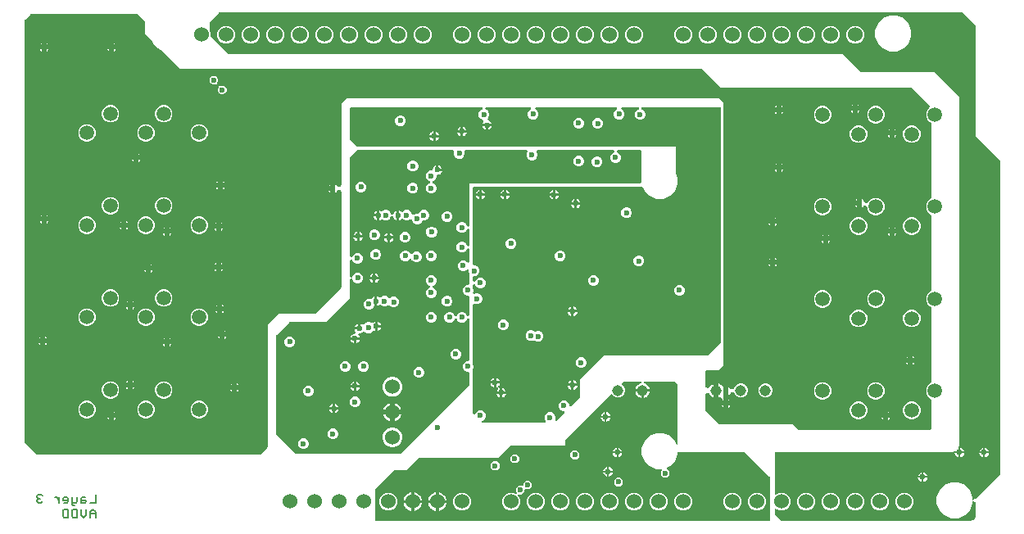
<source format=gbr>
G04 EAGLE Gerber RS-274X export*
G75*
%MOMM*%
%FSLAX34Y34*%
%LPD*%
%INCopper Layer 15*%
%IPPOS*%
%AMOC8*
5,1,8,0,0,1.08239X$1,22.5*%
G01*
%ADD10C,0.152400*%
%ADD11C,1.524000*%
%ADD12C,1.140000*%
%ADD13C,1.500000*%
%ADD14C,0.600000*%

G36*
X247814Y73675D02*
X247814Y73675D01*
X247978Y73682D01*
X248038Y73695D01*
X248099Y73701D01*
X248257Y73744D01*
X248418Y73780D01*
X248474Y73803D01*
X248533Y73819D01*
X248681Y73890D01*
X248833Y73953D01*
X248885Y73986D01*
X248940Y74013D01*
X249073Y74108D01*
X249211Y74198D01*
X249269Y74249D01*
X249306Y74275D01*
X249348Y74318D01*
X249446Y74404D01*
X255796Y80754D01*
X255901Y80881D01*
X256013Y81002D01*
X256045Y81053D01*
X256084Y81100D01*
X256166Y81243D01*
X256254Y81381D01*
X256278Y81438D01*
X256308Y81491D01*
X256363Y81646D01*
X256425Y81798D01*
X256438Y81858D01*
X256459Y81915D01*
X256485Y82077D01*
X256520Y82238D01*
X256525Y82315D01*
X256532Y82359D01*
X256531Y82420D01*
X256539Y82550D01*
X256539Y208498D01*
X267752Y219711D01*
X304800Y219711D01*
X304964Y219725D01*
X305128Y219732D01*
X305188Y219745D01*
X305249Y219751D01*
X305407Y219794D01*
X305568Y219830D01*
X305624Y219853D01*
X305683Y219869D01*
X305831Y219940D01*
X305983Y220003D01*
X306035Y220036D01*
X306090Y220063D01*
X306223Y220158D01*
X306361Y220248D01*
X306419Y220299D01*
X306456Y220325D01*
X306498Y220368D01*
X306596Y220454D01*
X331996Y245854D01*
X332101Y245981D01*
X332213Y246102D01*
X332245Y246153D01*
X332284Y246200D01*
X332366Y246343D01*
X332454Y246481D01*
X332478Y246538D01*
X332508Y246591D01*
X332563Y246746D01*
X332625Y246898D01*
X332638Y246958D01*
X332659Y247015D01*
X332685Y247177D01*
X332720Y247338D01*
X332725Y247415D01*
X332732Y247459D01*
X332731Y247520D01*
X332739Y247650D01*
X332739Y345182D01*
X332726Y345335D01*
X332721Y345489D01*
X332706Y345559D01*
X332699Y345630D01*
X332659Y345779D01*
X332627Y345929D01*
X332600Y345996D01*
X332581Y346065D01*
X332515Y346203D01*
X332457Y346346D01*
X332418Y346407D01*
X332387Y346471D01*
X332298Y346596D01*
X332216Y346726D01*
X332167Y346779D01*
X332125Y346837D01*
X332015Y346945D01*
X331911Y347058D01*
X331854Y347101D01*
X331803Y347151D01*
X331675Y347238D01*
X331553Y347331D01*
X331489Y347363D01*
X331430Y347404D01*
X331289Y347466D01*
X331152Y347536D01*
X331083Y347557D01*
X331018Y347586D01*
X330868Y347622D01*
X330721Y347667D01*
X330650Y347675D01*
X330580Y347692D01*
X330427Y347702D01*
X330274Y347720D01*
X330203Y347716D01*
X330131Y347720D01*
X329978Y347702D01*
X329825Y347693D01*
X329755Y347676D01*
X329684Y347668D01*
X329536Y347624D01*
X329387Y347587D01*
X329321Y347559D01*
X329253Y347538D01*
X329116Y347468D01*
X328975Y347406D01*
X328915Y347366D01*
X328851Y347333D01*
X328729Y347240D01*
X328601Y347155D01*
X328550Y347105D01*
X328493Y347061D01*
X328388Y346948D01*
X328278Y346841D01*
X328222Y346768D01*
X328188Y346730D01*
X328157Y346682D01*
X328089Y346593D01*
X327734Y346062D01*
X327038Y345366D01*
X326389Y344932D01*
X326389Y349250D01*
X326389Y353568D01*
X327038Y353134D01*
X327734Y352438D01*
X328089Y351907D01*
X328185Y351787D01*
X328275Y351663D01*
X328326Y351613D01*
X328371Y351557D01*
X328487Y351456D01*
X328597Y351349D01*
X328657Y351308D01*
X328711Y351261D01*
X328843Y351183D01*
X328970Y351096D01*
X329036Y351067D01*
X329098Y351031D01*
X329241Y350977D01*
X329382Y350914D01*
X329452Y350897D01*
X329519Y350872D01*
X329670Y350844D01*
X329820Y350808D01*
X329891Y350803D01*
X329962Y350790D01*
X330116Y350789D01*
X330269Y350780D01*
X330340Y350788D01*
X330412Y350788D01*
X330563Y350814D01*
X330716Y350832D01*
X330785Y350853D01*
X330856Y350865D01*
X331000Y350918D01*
X331147Y350962D01*
X331211Y350995D01*
X331279Y351019D01*
X331411Y351097D01*
X331549Y351167D01*
X331606Y351210D01*
X331668Y351246D01*
X331785Y351346D01*
X331907Y351439D01*
X331956Y351491D01*
X332011Y351538D01*
X332108Y351657D01*
X332213Y351770D01*
X332251Y351830D01*
X332297Y351886D01*
X332372Y352020D01*
X332454Y352150D01*
X332482Y352216D01*
X332517Y352278D01*
X332567Y352424D01*
X332625Y352566D01*
X332640Y352636D01*
X332664Y352704D01*
X332688Y352856D01*
X332720Y353006D01*
X332726Y353099D01*
X332734Y353149D01*
X332732Y353206D01*
X332739Y353318D01*
X332739Y437098D01*
X337602Y441961D01*
X722848Y441961D01*
X727711Y437098D01*
X727711Y166152D01*
X722848Y161289D01*
X711200Y161289D01*
X711166Y161286D01*
X711131Y161288D01*
X710942Y161266D01*
X710752Y161249D01*
X710718Y161240D01*
X710684Y161236D01*
X710501Y161181D01*
X710317Y161131D01*
X710286Y161116D01*
X710253Y161106D01*
X710082Y161019D01*
X709911Y160937D01*
X709882Y160917D01*
X709851Y160902D01*
X709699Y160786D01*
X709544Y160675D01*
X709520Y160650D01*
X709493Y160630D01*
X709364Y160490D01*
X709230Y160353D01*
X709211Y160324D01*
X709188Y160298D01*
X709085Y160137D01*
X708978Y159980D01*
X708964Y159948D01*
X708946Y159919D01*
X708873Y159742D01*
X708796Y159568D01*
X708788Y159534D01*
X708775Y159502D01*
X708735Y159315D01*
X708689Y159130D01*
X708687Y159096D01*
X708680Y159062D01*
X708661Y158750D01*
X708661Y145395D01*
X708674Y145242D01*
X708679Y145088D01*
X708694Y145018D01*
X708701Y144947D01*
X708741Y144798D01*
X708773Y144648D01*
X708800Y144581D01*
X708819Y144512D01*
X708885Y144374D01*
X708943Y144231D01*
X708982Y144170D01*
X709013Y144106D01*
X709102Y143981D01*
X709185Y143850D01*
X709233Y143798D01*
X709275Y143739D01*
X709385Y143632D01*
X709489Y143519D01*
X709546Y143475D01*
X709597Y143425D01*
X709725Y143339D01*
X709847Y143246D01*
X709911Y143213D01*
X709970Y143173D01*
X710111Y143111D01*
X710248Y143041D01*
X710317Y143020D01*
X710382Y142991D01*
X710532Y142955D01*
X710679Y142910D01*
X710750Y142901D01*
X710820Y142884D01*
X710973Y142875D01*
X711126Y142857D01*
X711197Y142861D01*
X711269Y142857D01*
X711422Y142875D01*
X711575Y142884D01*
X711645Y142900D01*
X711716Y142909D01*
X711864Y142953D01*
X712013Y142989D01*
X712079Y143018D01*
X712147Y143039D01*
X712285Y143109D01*
X712425Y143171D01*
X712485Y143211D01*
X712549Y143243D01*
X712671Y143336D01*
X712799Y143422D01*
X712850Y143472D01*
X712907Y143515D01*
X713011Y143628D01*
X713122Y143736D01*
X713178Y143809D01*
X713213Y143847D01*
X713243Y143895D01*
X713311Y143984D01*
X714182Y145288D01*
X715255Y146360D01*
X716516Y147203D01*
X717624Y147662D01*
X717624Y140379D01*
X717624Y140378D01*
X717624Y133095D01*
X716516Y133554D01*
X715255Y134397D01*
X714182Y135470D01*
X713311Y136773D01*
X713215Y136893D01*
X713125Y137018D01*
X713074Y137068D01*
X713029Y137124D01*
X712913Y137224D01*
X712803Y137332D01*
X712743Y137372D01*
X712689Y137419D01*
X712557Y137498D01*
X712430Y137584D01*
X712364Y137613D01*
X712302Y137650D01*
X712159Y137704D01*
X712018Y137766D01*
X711948Y137783D01*
X711881Y137808D01*
X711730Y137836D01*
X711580Y137873D01*
X711509Y137877D01*
X711438Y137890D01*
X711285Y137891D01*
X711131Y137900D01*
X711060Y137892D01*
X710988Y137893D01*
X710837Y137866D01*
X710684Y137848D01*
X710615Y137828D01*
X710544Y137815D01*
X710400Y137763D01*
X710253Y137718D01*
X710189Y137686D01*
X710121Y137661D01*
X709989Y137584D01*
X709851Y137514D01*
X709794Y137470D01*
X709732Y137434D01*
X709615Y137335D01*
X709493Y137242D01*
X709444Y137189D01*
X709389Y137143D01*
X709292Y137024D01*
X709188Y136911D01*
X709149Y136850D01*
X709104Y136795D01*
X709028Y136661D01*
X708946Y136531D01*
X708918Y136464D01*
X708883Y136402D01*
X708833Y136257D01*
X708775Y136114D01*
X708760Y136044D01*
X708736Y135976D01*
X708712Y135824D01*
X708680Y135674D01*
X708674Y135582D01*
X708666Y135532D01*
X708668Y135474D01*
X708661Y135362D01*
X708661Y120650D01*
X708675Y120486D01*
X708682Y120322D01*
X708695Y120262D01*
X708701Y120202D01*
X708744Y120043D01*
X708780Y119882D01*
X708803Y119826D01*
X708819Y119767D01*
X708890Y119619D01*
X708953Y119467D01*
X708986Y119415D01*
X709013Y119361D01*
X709108Y119227D01*
X709198Y119089D01*
X709249Y119031D01*
X709275Y118994D01*
X709318Y118952D01*
X709404Y118854D01*
X722104Y106154D01*
X722231Y106049D01*
X722352Y105938D01*
X722403Y105905D01*
X722450Y105866D01*
X722593Y105784D01*
X722731Y105696D01*
X722788Y105672D01*
X722841Y105642D01*
X722996Y105587D01*
X723148Y105525D01*
X723208Y105512D01*
X723265Y105491D01*
X723427Y105465D01*
X723588Y105430D01*
X723665Y105425D01*
X723709Y105418D01*
X723770Y105419D01*
X723900Y105411D01*
X799048Y105411D01*
X804654Y99804D01*
X804781Y99699D01*
X804902Y99588D01*
X804953Y99555D01*
X805000Y99516D01*
X805143Y99434D01*
X805281Y99346D01*
X805338Y99322D01*
X805391Y99292D01*
X805546Y99237D01*
X805698Y99175D01*
X805758Y99162D01*
X805815Y99141D01*
X805977Y99115D01*
X806138Y99080D01*
X806215Y99075D01*
X806259Y99068D01*
X806320Y99069D01*
X806450Y99061D01*
X939800Y99061D01*
X939835Y99064D01*
X939869Y99062D01*
X940058Y99084D01*
X940249Y99101D01*
X940282Y99110D01*
X940316Y99114D01*
X940499Y99169D01*
X940683Y99219D01*
X940714Y99234D01*
X940747Y99244D01*
X940918Y99331D01*
X941090Y99413D01*
X941118Y99433D01*
X941149Y99448D01*
X941301Y99564D01*
X941456Y99675D01*
X941480Y99700D01*
X941507Y99720D01*
X941636Y99861D01*
X941770Y99997D01*
X941789Y100026D01*
X941813Y100052D01*
X941915Y100213D01*
X942022Y100370D01*
X942036Y100402D01*
X942054Y100431D01*
X942127Y100608D01*
X942204Y100782D01*
X942212Y100816D01*
X942225Y100848D01*
X942265Y101035D01*
X942311Y101220D01*
X942313Y101254D01*
X942320Y101288D01*
X942339Y101600D01*
X942339Y129839D01*
X942320Y130052D01*
X942304Y130262D01*
X942301Y130275D01*
X942299Y130288D01*
X942243Y130493D01*
X942190Y130698D01*
X942184Y130710D01*
X942181Y130722D01*
X942091Y130911D01*
X942001Y131106D01*
X941993Y131117D01*
X941987Y131129D01*
X941864Y131301D01*
X941742Y131475D01*
X941733Y131484D01*
X941725Y131495D01*
X941572Y131644D01*
X941423Y131792D01*
X941412Y131800D01*
X941403Y131809D01*
X941226Y131928D01*
X941118Y132003D01*
X938520Y134602D01*
X937149Y137910D01*
X937149Y141490D01*
X938520Y144798D01*
X941111Y147390D01*
X941149Y147409D01*
X941159Y147417D01*
X941171Y147423D01*
X941337Y147552D01*
X941507Y147681D01*
X941516Y147691D01*
X941527Y147699D01*
X941668Y147856D01*
X941813Y148012D01*
X941820Y148023D01*
X941828Y148033D01*
X941940Y148212D01*
X942054Y148392D01*
X942059Y148404D01*
X942066Y148415D01*
X942145Y148612D01*
X942225Y148808D01*
X942228Y148821D01*
X942233Y148834D01*
X942275Y149039D01*
X942320Y149249D01*
X942321Y149264D01*
X942323Y149275D01*
X942324Y149314D01*
X942339Y149561D01*
X942339Y225089D01*
X942320Y225301D01*
X942304Y225512D01*
X942301Y225525D01*
X942299Y225538D01*
X942243Y225743D01*
X942190Y225948D01*
X942184Y225960D01*
X942181Y225972D01*
X942091Y226162D01*
X942001Y226356D01*
X941993Y226367D01*
X941987Y226379D01*
X941864Y226551D01*
X941742Y226725D01*
X941733Y226734D01*
X941725Y226745D01*
X941572Y226894D01*
X941423Y227042D01*
X941412Y227050D01*
X941403Y227059D01*
X941226Y227178D01*
X941118Y227253D01*
X938520Y229852D01*
X937149Y233160D01*
X937149Y236740D01*
X938520Y240048D01*
X941111Y242640D01*
X941149Y242659D01*
X941159Y242667D01*
X941171Y242673D01*
X941338Y242803D01*
X941507Y242931D01*
X941516Y242941D01*
X941527Y242949D01*
X941668Y243106D01*
X941813Y243262D01*
X941820Y243273D01*
X941828Y243283D01*
X941940Y243463D01*
X942054Y243642D01*
X942059Y243654D01*
X942066Y243665D01*
X942145Y243862D01*
X942225Y244058D01*
X942228Y244071D01*
X942233Y244084D01*
X942275Y244290D01*
X942320Y244499D01*
X942321Y244514D01*
X942323Y244525D01*
X942324Y244564D01*
X942339Y244811D01*
X942339Y320339D01*
X942320Y320551D01*
X942304Y320762D01*
X942301Y320775D01*
X942299Y320788D01*
X942243Y320993D01*
X942190Y321198D01*
X942184Y321210D01*
X942181Y321222D01*
X942091Y321412D01*
X942001Y321606D01*
X941993Y321617D01*
X941987Y321629D01*
X941864Y321801D01*
X941742Y321975D01*
X941733Y321984D01*
X941725Y321995D01*
X941572Y322144D01*
X941423Y322292D01*
X941412Y322300D01*
X941403Y322309D01*
X941226Y322428D01*
X941118Y322503D01*
X938520Y325102D01*
X937149Y328410D01*
X937149Y331990D01*
X938520Y335298D01*
X941111Y337890D01*
X941149Y337909D01*
X941159Y337917D01*
X941171Y337923D01*
X941338Y338053D01*
X941507Y338181D01*
X941516Y338191D01*
X941527Y338199D01*
X941668Y338356D01*
X941813Y338512D01*
X941820Y338523D01*
X941828Y338533D01*
X941940Y338712D01*
X942054Y338892D01*
X942059Y338904D01*
X942066Y338915D01*
X942145Y339112D01*
X942225Y339308D01*
X942228Y339321D01*
X942233Y339334D01*
X942275Y339539D01*
X942320Y339749D01*
X942321Y339764D01*
X942323Y339775D01*
X942324Y339814D01*
X942339Y340061D01*
X942339Y415589D01*
X942320Y415801D01*
X942304Y416012D01*
X942301Y416025D01*
X942299Y416038D01*
X942243Y416243D01*
X942190Y416448D01*
X942184Y416460D01*
X942181Y416472D01*
X942091Y416662D01*
X942001Y416856D01*
X941993Y416867D01*
X941987Y416879D01*
X941864Y417051D01*
X941742Y417225D01*
X941733Y417234D01*
X941725Y417245D01*
X941572Y417394D01*
X941423Y417542D01*
X941412Y417550D01*
X941403Y417559D01*
X941226Y417678D01*
X941118Y417753D01*
X938520Y420352D01*
X937149Y423660D01*
X937149Y427240D01*
X938520Y430548D01*
X939786Y431814D01*
X939808Y431841D01*
X939834Y431864D01*
X939952Y432013D01*
X940074Y432160D01*
X940092Y432190D01*
X940113Y432217D01*
X940203Y432385D01*
X940298Y432551D01*
X940309Y432583D01*
X940326Y432614D01*
X940385Y432795D01*
X940449Y432975D01*
X940454Y433009D01*
X940465Y433042D01*
X940491Y433231D01*
X940522Y433419D01*
X940522Y433454D01*
X940526Y433488D01*
X940519Y433679D01*
X940516Y433870D01*
X940509Y433904D01*
X940508Y433938D01*
X940467Y434124D01*
X940430Y434312D01*
X940418Y434344D01*
X940410Y434378D01*
X940337Y434553D01*
X940268Y434732D01*
X940250Y434761D01*
X940237Y434793D01*
X940133Y434953D01*
X940034Y435116D01*
X940011Y435142D01*
X939992Y435171D01*
X939786Y435406D01*
X922546Y452646D01*
X922419Y452751D01*
X922298Y452863D01*
X922247Y452895D01*
X922200Y452934D01*
X922057Y453016D01*
X921919Y453104D01*
X921862Y453128D01*
X921809Y453158D01*
X921654Y453213D01*
X921502Y453275D01*
X921442Y453288D01*
X921385Y453309D01*
X921223Y453335D01*
X921062Y453370D01*
X920985Y453375D01*
X920941Y453382D01*
X920880Y453381D01*
X920750Y453389D01*
X724952Y453389D01*
X706646Y471696D01*
X706519Y471801D01*
X706398Y471913D01*
X706347Y471945D01*
X706300Y471984D01*
X706157Y472066D01*
X706019Y472154D01*
X705962Y472178D01*
X705909Y472208D01*
X705754Y472263D01*
X705602Y472325D01*
X705542Y472338D01*
X705485Y472359D01*
X705323Y472385D01*
X705162Y472420D01*
X705085Y472425D01*
X705041Y472432D01*
X704980Y472431D01*
X704850Y472439D01*
X166152Y472439D01*
X146646Y491945D01*
X146556Y492020D01*
X146473Y492103D01*
X146384Y492164D01*
X146300Y492234D01*
X146199Y492292D01*
X146103Y492359D01*
X145964Y492426D01*
X145909Y492458D01*
X145875Y492470D01*
X145822Y492496D01*
X143190Y493586D01*
X137986Y498790D01*
X136896Y501422D01*
X136842Y501526D01*
X136797Y501633D01*
X136738Y501725D01*
X136687Y501821D01*
X136616Y501913D01*
X136552Y502012D01*
X136450Y502127D01*
X136411Y502177D01*
X136385Y502201D01*
X136345Y502246D01*
X129539Y509052D01*
X129539Y520700D01*
X129525Y520864D01*
X129518Y521028D01*
X129505Y521088D01*
X129499Y521149D01*
X129456Y521307D01*
X129420Y521468D01*
X129397Y521524D01*
X129381Y521583D01*
X129310Y521731D01*
X129247Y521883D01*
X129214Y521935D01*
X129187Y521990D01*
X129092Y522123D01*
X129002Y522261D01*
X128951Y522319D01*
X128925Y522356D01*
X128882Y522398D01*
X128796Y522496D01*
X122446Y528846D01*
X122319Y528951D01*
X122198Y529063D01*
X122147Y529095D01*
X122100Y529134D01*
X121957Y529216D01*
X121819Y529304D01*
X121762Y529328D01*
X121709Y529358D01*
X121554Y529413D01*
X121402Y529475D01*
X121342Y529488D01*
X121285Y529509D01*
X121123Y529535D01*
X120962Y529570D01*
X120885Y529575D01*
X120841Y529582D01*
X120780Y529581D01*
X120650Y529589D01*
X12700Y529589D01*
X12536Y529575D01*
X12372Y529568D01*
X12312Y529555D01*
X12252Y529549D01*
X12093Y529506D01*
X11932Y529470D01*
X11876Y529447D01*
X11817Y529431D01*
X11669Y529360D01*
X11517Y529297D01*
X11465Y529264D01*
X11411Y529237D01*
X11277Y529142D01*
X11139Y529052D01*
X11081Y529001D01*
X11044Y528975D01*
X11002Y528932D01*
X10904Y528846D01*
X5784Y523726D01*
X5679Y523599D01*
X5567Y523478D01*
X5535Y523427D01*
X5496Y523380D01*
X5414Y523237D01*
X5326Y523099D01*
X5302Y523042D01*
X5272Y522989D01*
X5217Y522834D01*
X5155Y522682D01*
X5142Y522622D01*
X5121Y522565D01*
X5095Y522403D01*
X5060Y522242D01*
X5055Y522165D01*
X5048Y522121D01*
X5049Y522060D01*
X5041Y521930D01*
X5041Y87670D01*
X5055Y87506D01*
X5062Y87342D01*
X5075Y87282D01*
X5081Y87222D01*
X5124Y87063D01*
X5160Y86902D01*
X5183Y86846D01*
X5199Y86787D01*
X5270Y86639D01*
X5333Y86487D01*
X5366Y86435D01*
X5393Y86381D01*
X5488Y86247D01*
X5578Y86109D01*
X5629Y86051D01*
X5655Y86014D01*
X5698Y85972D01*
X5784Y85874D01*
X17254Y74404D01*
X17381Y74299D01*
X17502Y74188D01*
X17553Y74155D01*
X17600Y74116D01*
X17743Y74034D01*
X17881Y73946D01*
X17938Y73922D01*
X17991Y73892D01*
X18146Y73837D01*
X18298Y73775D01*
X18358Y73762D01*
X18415Y73741D01*
X18577Y73715D01*
X18738Y73680D01*
X18815Y73675D01*
X18859Y73668D01*
X18920Y73669D01*
X19050Y73661D01*
X247650Y73661D01*
X247814Y73675D01*
G37*
G36*
X542957Y106698D02*
X542957Y106698D01*
X543096Y106711D01*
X543115Y106718D01*
X543135Y106721D01*
X543264Y106772D01*
X543395Y106819D01*
X543412Y106830D01*
X543430Y106838D01*
X543543Y106919D01*
X543658Y106997D01*
X543671Y107013D01*
X543688Y107024D01*
X543777Y107132D01*
X543869Y107236D01*
X543878Y107254D01*
X543891Y107269D01*
X543950Y107395D01*
X544013Y107519D01*
X544018Y107539D01*
X544026Y107557D01*
X544052Y107693D01*
X544083Y107829D01*
X544082Y107850D01*
X544086Y107870D01*
X544077Y108008D01*
X544073Y108147D01*
X544067Y108167D01*
X544066Y108187D01*
X544023Y108319D01*
X543985Y108453D01*
X543974Y108470D01*
X543968Y108489D01*
X543894Y108607D01*
X543823Y108727D01*
X543805Y108748D01*
X543798Y108758D01*
X543783Y108772D01*
X543717Y108848D01*
X543502Y109062D01*
X542659Y111098D01*
X542659Y113303D01*
X543502Y115339D01*
X545061Y116898D01*
X547097Y117741D01*
X549302Y117741D01*
X551338Y116898D01*
X552897Y115339D01*
X553740Y113303D01*
X553740Y111098D01*
X553599Y110757D01*
X553580Y110690D01*
X553553Y110626D01*
X553539Y110537D01*
X553515Y110450D01*
X553514Y110381D01*
X553503Y110312D01*
X553511Y110222D01*
X553510Y110132D01*
X553526Y110065D01*
X553533Y109995D01*
X553563Y109911D01*
X553584Y109823D01*
X553617Y109762D01*
X553640Y109696D01*
X553691Y109621D01*
X553733Y109542D01*
X553780Y109490D01*
X553819Y109433D01*
X553886Y109373D01*
X553947Y109307D01*
X554005Y109268D01*
X554057Y109222D01*
X554137Y109181D01*
X554212Y109132D01*
X554278Y109109D01*
X554340Y109078D01*
X554428Y109058D01*
X554513Y109029D01*
X554583Y109023D01*
X554651Y109008D01*
X554741Y109011D01*
X554830Y109004D01*
X554899Y109015D01*
X554969Y109018D01*
X555055Y109043D01*
X555144Y109058D01*
X555207Y109087D01*
X555274Y109106D01*
X555352Y109152D01*
X555433Y109189D01*
X555488Y109232D01*
X555548Y109268D01*
X555669Y109374D01*
X563048Y116753D01*
X563133Y116862D01*
X563221Y116969D01*
X563230Y116988D01*
X563242Y117004D01*
X563298Y117132D01*
X563357Y117257D01*
X563361Y117277D01*
X563369Y117296D01*
X563391Y117434D01*
X563417Y117570D01*
X563415Y117590D01*
X563419Y117610D01*
X563406Y117749D01*
X563397Y117887D01*
X563391Y117906D01*
X563389Y117926D01*
X563342Y118058D01*
X563299Y118189D01*
X563288Y118207D01*
X563281Y118226D01*
X563203Y118341D01*
X563129Y118458D01*
X563114Y118472D01*
X563103Y118489D01*
X562999Y118581D01*
X562897Y118676D01*
X562879Y118686D01*
X562864Y118699D01*
X562741Y118762D01*
X562619Y118830D01*
X562599Y118835D01*
X562581Y118844D01*
X562445Y118874D01*
X562311Y118909D01*
X562283Y118911D01*
X562271Y118914D01*
X562250Y118913D01*
X562150Y118919D01*
X561508Y118919D01*
X559471Y119763D01*
X557913Y121321D01*
X557069Y123358D01*
X557069Y125562D01*
X557913Y127599D01*
X559471Y129157D01*
X561508Y130001D01*
X563712Y130001D01*
X565749Y129157D01*
X567307Y127599D01*
X568151Y125562D01*
X568151Y124920D01*
X568168Y124782D01*
X568181Y124644D01*
X568188Y124625D01*
X568191Y124604D01*
X568242Y124475D01*
X568289Y124344D01*
X568300Y124328D01*
X568308Y124309D01*
X568389Y124196D01*
X568467Y124081D01*
X568483Y124068D01*
X568494Y124051D01*
X568602Y123963D01*
X568706Y123871D01*
X568724Y123862D01*
X568739Y123849D01*
X568865Y123789D01*
X568989Y123726D01*
X569009Y123722D01*
X569027Y123713D01*
X569163Y123687D01*
X569299Y123656D01*
X569320Y123657D01*
X569339Y123653D01*
X569478Y123662D01*
X569617Y123666D01*
X569637Y123672D01*
X569657Y123673D01*
X569789Y123716D01*
X569923Y123755D01*
X569940Y123765D01*
X569959Y123771D01*
X570077Y123845D01*
X570197Y123916D01*
X570218Y123935D01*
X570228Y123941D01*
X570242Y123956D01*
X570317Y124022D01*
X578748Y132453D01*
X578808Y132531D01*
X578876Y132603D01*
X578901Y132648D01*
X578906Y132654D01*
X578910Y132662D01*
X578942Y132704D01*
X578982Y132795D01*
X579030Y132881D01*
X579045Y132940D01*
X579069Y132996D01*
X579084Y133094D01*
X579109Y133189D01*
X579115Y133289D01*
X579119Y133310D01*
X579117Y133322D01*
X579119Y133350D01*
X579119Y151874D01*
X603776Y176531D01*
X711200Y176531D01*
X711298Y176543D01*
X711397Y176546D01*
X711455Y176563D01*
X711516Y176571D01*
X711608Y176607D01*
X711703Y176635D01*
X711755Y176665D01*
X711811Y176688D01*
X711891Y176746D01*
X711977Y176796D01*
X712052Y176862D01*
X712069Y176874D01*
X712076Y176884D01*
X712098Y176903D01*
X724798Y189603D01*
X724858Y189681D01*
X724926Y189753D01*
X724955Y189806D01*
X724992Y189854D01*
X725032Y189945D01*
X725080Y190031D01*
X725095Y190090D01*
X725119Y190146D01*
X725134Y190244D01*
X725159Y190339D01*
X725165Y190439D01*
X725169Y190460D01*
X725167Y190472D01*
X725169Y190500D01*
X725169Y431800D01*
X725154Y431918D01*
X725147Y432037D01*
X725134Y432075D01*
X725129Y432116D01*
X725086Y432226D01*
X725049Y432339D01*
X725027Y432374D01*
X725012Y432411D01*
X724943Y432507D01*
X724879Y432608D01*
X724849Y432636D01*
X724826Y432669D01*
X724734Y432745D01*
X724647Y432826D01*
X724612Y432846D01*
X724581Y432871D01*
X724473Y432922D01*
X724369Y432980D01*
X724329Y432990D01*
X724293Y433007D01*
X724176Y433029D01*
X724061Y433059D01*
X724001Y433063D01*
X723981Y433067D01*
X723960Y433065D01*
X723900Y433069D01*
X643815Y433069D01*
X643746Y433061D01*
X643676Y433062D01*
X643589Y433041D01*
X643500Y433029D01*
X643435Y433004D01*
X643367Y432987D01*
X643287Y432945D01*
X643204Y432912D01*
X643147Y432871D01*
X643086Y432839D01*
X643019Y432778D01*
X642947Y432726D01*
X642902Y432672D01*
X642850Y432625D01*
X642801Y432550D01*
X642744Y432481D01*
X642714Y432417D01*
X642676Y432359D01*
X642646Y432274D01*
X642608Y432193D01*
X642595Y432124D01*
X642572Y432058D01*
X642565Y431969D01*
X642548Y431881D01*
X642553Y431811D01*
X642547Y431741D01*
X642563Y431653D01*
X642568Y431563D01*
X642590Y431497D01*
X642602Y431428D01*
X642639Y431346D01*
X642666Y431261D01*
X642704Y431202D01*
X642732Y431138D01*
X642788Y431068D01*
X642836Y430992D01*
X642887Y430944D01*
X642931Y430890D01*
X643002Y430836D01*
X643068Y430774D01*
X643129Y430740D01*
X643185Y430698D01*
X643329Y430627D01*
X644489Y430147D01*
X646047Y428589D01*
X646891Y426552D01*
X646891Y424348D01*
X646047Y422311D01*
X644489Y420753D01*
X642452Y419909D01*
X640248Y419909D01*
X638211Y420753D01*
X636653Y422311D01*
X635809Y424348D01*
X635809Y426552D01*
X636653Y428589D01*
X638211Y430147D01*
X639371Y430627D01*
X639431Y430662D01*
X639496Y430688D01*
X639569Y430740D01*
X639647Y430785D01*
X639697Y430834D01*
X639753Y430874D01*
X639811Y430944D01*
X639875Y431006D01*
X639912Y431066D01*
X639956Y431119D01*
X639995Y431201D01*
X640042Y431277D01*
X640062Y431344D01*
X640092Y431407D01*
X640109Y431495D01*
X640135Y431581D01*
X640138Y431651D01*
X640152Y431720D01*
X640146Y431809D01*
X640150Y431899D01*
X640136Y431967D01*
X640132Y432037D01*
X640104Y432122D01*
X640086Y432210D01*
X640055Y432273D01*
X640034Y432339D01*
X639986Y432415D01*
X639946Y432496D01*
X639901Y432549D01*
X639864Y432608D01*
X639798Y432670D01*
X639740Y432738D01*
X639683Y432778D01*
X639632Y432826D01*
X639553Y432869D01*
X639480Y432921D01*
X639415Y432946D01*
X639354Y432980D01*
X639267Y433002D01*
X639183Y433034D01*
X639113Y433042D01*
X639046Y433059D01*
X638885Y433069D01*
X623123Y433069D01*
X623054Y433061D01*
X622984Y433062D01*
X622897Y433041D01*
X622808Y433029D01*
X622743Y433004D01*
X622675Y432987D01*
X622595Y432945D01*
X622512Y432912D01*
X622456Y432871D01*
X622394Y432839D01*
X622327Y432778D01*
X622255Y432726D01*
X622210Y432672D01*
X622158Y432625D01*
X622109Y432550D01*
X622052Y432481D01*
X622022Y432417D01*
X621984Y432359D01*
X621955Y432274D01*
X621916Y432193D01*
X621903Y432124D01*
X621880Y432058D01*
X621873Y431969D01*
X621856Y431881D01*
X621861Y431811D01*
X621855Y431741D01*
X621871Y431653D01*
X621876Y431563D01*
X621898Y431497D01*
X621910Y431428D01*
X621947Y431346D01*
X621974Y431261D01*
X622012Y431202D01*
X622040Y431138D01*
X622096Y431068D01*
X622144Y430992D01*
X622195Y430944D01*
X622239Y430890D01*
X622311Y430835D01*
X622376Y430774D01*
X622437Y430740D01*
X622493Y430698D01*
X622637Y430627D01*
X622899Y430519D01*
X624457Y428961D01*
X625301Y426924D01*
X625301Y424720D01*
X624457Y422683D01*
X622899Y421125D01*
X620862Y420281D01*
X618658Y420281D01*
X616621Y421125D01*
X615063Y422683D01*
X614219Y424720D01*
X614219Y426924D01*
X615063Y428961D01*
X616621Y430519D01*
X616883Y430627D01*
X616943Y430662D01*
X617008Y430688D01*
X617081Y430740D01*
X617159Y430785D01*
X617209Y430833D01*
X617265Y430874D01*
X617323Y430944D01*
X617387Y431006D01*
X617424Y431066D01*
X617468Y431119D01*
X617507Y431201D01*
X617553Y431277D01*
X617574Y431344D01*
X617604Y431407D01*
X617621Y431495D01*
X617647Y431581D01*
X617650Y431651D01*
X617664Y431720D01*
X617658Y431809D01*
X617662Y431899D01*
X617648Y431967D01*
X617644Y432037D01*
X617616Y432122D01*
X617598Y432210D01*
X617567Y432273D01*
X617546Y432339D01*
X617498Y432415D01*
X617458Y432496D01*
X617413Y432549D01*
X617376Y432608D01*
X617310Y432670D01*
X617252Y432738D01*
X617195Y432778D01*
X617144Y432826D01*
X617065Y432869D01*
X616992Y432921D01*
X616927Y432946D01*
X616865Y432980D01*
X616779Y433002D01*
X616694Y433034D01*
X616625Y433042D01*
X616558Y433059D01*
X616397Y433069D01*
X534223Y433069D01*
X534154Y433061D01*
X534084Y433062D01*
X533997Y433041D01*
X533908Y433029D01*
X533843Y433004D01*
X533775Y432987D01*
X533695Y432945D01*
X533612Y432912D01*
X533556Y432871D01*
X533494Y432839D01*
X533427Y432778D01*
X533355Y432726D01*
X533310Y432672D01*
X533258Y432625D01*
X533209Y432550D01*
X533152Y432481D01*
X533122Y432417D01*
X533084Y432359D01*
X533055Y432274D01*
X533016Y432193D01*
X533003Y432124D01*
X532980Y432058D01*
X532973Y431969D01*
X532956Y431881D01*
X532961Y431811D01*
X532955Y431741D01*
X532971Y431653D01*
X532976Y431563D01*
X532998Y431497D01*
X533010Y431428D01*
X533047Y431346D01*
X533074Y431261D01*
X533112Y431202D01*
X533140Y431138D01*
X533196Y431068D01*
X533244Y430992D01*
X533295Y430944D01*
X533339Y430890D01*
X533411Y430835D01*
X533476Y430774D01*
X533537Y430740D01*
X533593Y430698D01*
X533737Y430627D01*
X533999Y430519D01*
X535557Y428961D01*
X536401Y426924D01*
X536401Y424720D01*
X535557Y422683D01*
X533999Y421125D01*
X531962Y420281D01*
X529758Y420281D01*
X527721Y421125D01*
X526163Y422683D01*
X525319Y424720D01*
X525319Y426924D01*
X526163Y428961D01*
X527721Y430519D01*
X527983Y430627D01*
X528043Y430662D01*
X528108Y430688D01*
X528181Y430740D01*
X528259Y430785D01*
X528309Y430833D01*
X528365Y430874D01*
X528423Y430944D01*
X528487Y431006D01*
X528524Y431066D01*
X528568Y431119D01*
X528607Y431201D01*
X528653Y431277D01*
X528674Y431344D01*
X528704Y431407D01*
X528721Y431495D01*
X528747Y431581D01*
X528750Y431651D01*
X528764Y431720D01*
X528758Y431809D01*
X528762Y431899D01*
X528748Y431967D01*
X528744Y432037D01*
X528716Y432122D01*
X528698Y432210D01*
X528667Y432273D01*
X528646Y432339D01*
X528598Y432415D01*
X528558Y432496D01*
X528513Y432549D01*
X528476Y432608D01*
X528410Y432670D01*
X528352Y432738D01*
X528295Y432778D01*
X528244Y432826D01*
X528165Y432869D01*
X528092Y432921D01*
X528027Y432946D01*
X527965Y432980D01*
X527879Y433002D01*
X527794Y433034D01*
X527725Y433042D01*
X527658Y433059D01*
X527497Y433069D01*
X482525Y433069D01*
X482456Y433061D01*
X482386Y433062D01*
X482299Y433041D01*
X482210Y433029D01*
X482145Y433004D01*
X482077Y432987D01*
X481997Y432945D01*
X481914Y432912D01*
X481857Y432871D01*
X481796Y432839D01*
X481729Y432778D01*
X481657Y432726D01*
X481612Y432672D01*
X481560Y432625D01*
X481511Y432550D01*
X481454Y432481D01*
X481424Y432417D01*
X481386Y432359D01*
X481356Y432274D01*
X481318Y432193D01*
X481305Y432124D01*
X481282Y432058D01*
X481275Y431969D01*
X481258Y431881D01*
X481263Y431811D01*
X481257Y431741D01*
X481273Y431653D01*
X481278Y431563D01*
X481300Y431497D01*
X481312Y431428D01*
X481349Y431346D01*
X481376Y431261D01*
X481414Y431202D01*
X481442Y431138D01*
X481498Y431068D01*
X481546Y430992D01*
X481597Y430944D01*
X481641Y430890D01*
X481712Y430836D01*
X481778Y430774D01*
X481839Y430740D01*
X481895Y430698D01*
X482039Y430627D01*
X483199Y430147D01*
X484757Y428589D01*
X485601Y426552D01*
X485601Y424348D01*
X484757Y422311D01*
X484087Y421641D01*
X484078Y421629D01*
X484066Y421620D01*
X483981Y421504D01*
X483892Y421390D01*
X483886Y421376D01*
X483877Y421364D01*
X483823Y421231D01*
X483766Y421098D01*
X483763Y421083D01*
X483758Y421069D01*
X483739Y420927D01*
X483716Y420784D01*
X483717Y420769D01*
X483715Y420754D01*
X483732Y420611D01*
X483746Y420468D01*
X483751Y420453D01*
X483753Y420438D01*
X483805Y420304D01*
X483853Y420168D01*
X483862Y420156D01*
X483867Y420141D01*
X483951Y420024D01*
X484032Y419905D01*
X484043Y419895D01*
X484052Y419883D01*
X484162Y419790D01*
X484270Y419695D01*
X484284Y419688D01*
X484296Y419678D01*
X484376Y419639D01*
X484379Y419637D01*
X484481Y419587D01*
X484554Y419550D01*
X484569Y419547D01*
X484582Y419540D01*
X484595Y419537D01*
X485549Y419142D01*
X486368Y418594D01*
X487064Y417898D01*
X487612Y417079D01*
X487989Y416169D01*
X488026Y415979D01*
X483180Y415979D01*
X478334Y415979D01*
X478371Y416169D01*
X478748Y417079D01*
X479312Y417923D01*
X479343Y417951D01*
X479403Y418042D01*
X479471Y418129D01*
X479491Y418175D01*
X479518Y418216D01*
X479553Y418320D01*
X479597Y418421D01*
X479605Y418470D01*
X479621Y418517D01*
X479630Y418627D01*
X479647Y418735D01*
X479642Y418785D01*
X479646Y418834D01*
X479628Y418942D01*
X479617Y419052D01*
X479600Y419099D01*
X479592Y419148D01*
X479547Y419248D01*
X479510Y419351D01*
X479482Y419392D01*
X479461Y419438D01*
X479393Y419523D01*
X479331Y419614D01*
X479294Y419647D01*
X479263Y419686D01*
X479175Y419752D01*
X479093Y419825D01*
X479048Y419847D01*
X479009Y419877D01*
X478864Y419948D01*
X476921Y420753D01*
X475363Y422311D01*
X474519Y424348D01*
X474519Y426552D01*
X475363Y428589D01*
X476921Y430147D01*
X478081Y430627D01*
X478141Y430662D01*
X478206Y430688D01*
X478279Y430740D01*
X478357Y430785D01*
X478407Y430834D01*
X478463Y430874D01*
X478521Y430944D01*
X478585Y431006D01*
X478622Y431066D01*
X478666Y431119D01*
X478705Y431201D01*
X478752Y431277D01*
X478772Y431344D01*
X478802Y431407D01*
X478819Y431495D01*
X478845Y431581D01*
X478848Y431651D01*
X478862Y431720D01*
X478856Y431809D01*
X478860Y431899D01*
X478846Y431967D01*
X478842Y432037D01*
X478814Y432122D01*
X478796Y432210D01*
X478765Y432273D01*
X478744Y432339D01*
X478696Y432415D01*
X478656Y432496D01*
X478611Y432549D01*
X478574Y432608D01*
X478508Y432670D01*
X478450Y432738D01*
X478393Y432778D01*
X478342Y432826D01*
X478263Y432869D01*
X478190Y432921D01*
X478125Y432946D01*
X478064Y432980D01*
X477977Y433002D01*
X477893Y433034D01*
X477823Y433042D01*
X477756Y433059D01*
X477595Y433069D01*
X342900Y433069D01*
X342782Y433054D01*
X342663Y433047D01*
X342625Y433034D01*
X342584Y433029D01*
X342474Y432986D01*
X342361Y432949D01*
X342326Y432927D01*
X342289Y432912D01*
X342193Y432843D01*
X342092Y432779D01*
X342064Y432749D01*
X342031Y432726D01*
X341956Y432634D01*
X341874Y432547D01*
X341854Y432512D01*
X341829Y432481D01*
X341778Y432373D01*
X341720Y432269D01*
X341710Y432229D01*
X341693Y432193D01*
X341671Y432076D01*
X341641Y431961D01*
X341637Y431901D01*
X341633Y431881D01*
X341635Y431860D01*
X341631Y431800D01*
X341631Y400050D01*
X341643Y399952D01*
X341646Y399853D01*
X341663Y399795D01*
X341671Y399734D01*
X341707Y399642D01*
X341735Y399547D01*
X341765Y399495D01*
X341788Y399439D01*
X341846Y399359D01*
X341896Y399273D01*
X341962Y399198D01*
X341974Y399181D01*
X341984Y399174D01*
X342003Y399153D01*
X348353Y392803D01*
X348431Y392742D01*
X348503Y392674D01*
X348556Y392645D01*
X348604Y392608D01*
X348695Y392568D01*
X348781Y392520D01*
X348840Y392505D01*
X348896Y392481D01*
X348994Y392466D01*
X349089Y392441D01*
X349189Y392435D01*
X349210Y392431D01*
X349222Y392433D01*
X349250Y392431D01*
X678181Y392431D01*
X678181Y365711D01*
X678182Y365702D01*
X678181Y365693D01*
X678202Y365544D01*
X678221Y365396D01*
X678224Y365387D01*
X678225Y365378D01*
X678277Y365226D01*
X680211Y360558D01*
X680211Y353182D01*
X677388Y346368D01*
X672172Y341152D01*
X665358Y338329D01*
X657982Y338329D01*
X651168Y341152D01*
X645952Y346368D01*
X644557Y349736D01*
X644542Y349761D01*
X644533Y349789D01*
X644464Y349899D01*
X644399Y350012D01*
X644379Y350033D01*
X644363Y350058D01*
X644268Y350147D01*
X644178Y350240D01*
X644153Y350256D01*
X644131Y350276D01*
X644017Y350339D01*
X643907Y350407D01*
X643879Y350415D01*
X643853Y350430D01*
X643727Y350462D01*
X643603Y350500D01*
X643573Y350502D01*
X643545Y350509D01*
X643384Y350519D01*
X469900Y350519D01*
X469782Y350504D01*
X469663Y350497D01*
X469625Y350484D01*
X469584Y350479D01*
X469474Y350436D01*
X469361Y350399D01*
X469326Y350377D01*
X469289Y350362D01*
X469193Y350293D01*
X469092Y350229D01*
X469064Y350199D01*
X469031Y350176D01*
X468956Y350084D01*
X468874Y349997D01*
X468854Y349962D01*
X468829Y349931D01*
X468778Y349823D01*
X468720Y349719D01*
X468710Y349679D01*
X468693Y349643D01*
X468671Y349526D01*
X468641Y349411D01*
X468637Y349351D01*
X468633Y349331D01*
X468635Y349310D01*
X468631Y349250D01*
X468631Y270800D01*
X468646Y270682D01*
X468653Y270563D01*
X468666Y270525D01*
X468671Y270484D01*
X468714Y270374D01*
X468751Y270261D01*
X468773Y270226D01*
X468788Y270189D01*
X468858Y270093D01*
X468921Y269992D01*
X468951Y269964D01*
X468974Y269931D01*
X469066Y269855D01*
X469153Y269774D01*
X469188Y269754D01*
X469219Y269729D01*
X469327Y269678D01*
X469431Y269620D01*
X469471Y269610D01*
X469507Y269593D01*
X469624Y269571D01*
X469739Y269541D01*
X469800Y269537D01*
X469820Y269533D01*
X469840Y269535D01*
X469900Y269531D01*
X471002Y269531D01*
X473039Y268687D01*
X474597Y267129D01*
X475441Y265092D01*
X475441Y262888D01*
X474597Y260851D01*
X473039Y259293D01*
X471002Y258449D01*
X469900Y258449D01*
X469782Y258434D01*
X469663Y258427D01*
X469625Y258414D01*
X469584Y258409D01*
X469474Y258366D01*
X469361Y258329D01*
X469326Y258307D01*
X469289Y258292D01*
X469193Y258223D01*
X469092Y258159D01*
X469064Y258129D01*
X469031Y258106D01*
X468956Y258014D01*
X468874Y257927D01*
X468854Y257892D01*
X468829Y257861D01*
X468778Y257753D01*
X468720Y257649D01*
X468710Y257609D01*
X468693Y257573D01*
X468671Y257456D01*
X468641Y257341D01*
X468637Y257281D01*
X468633Y257261D01*
X468635Y257240D01*
X468631Y257180D01*
X468631Y253925D01*
X468640Y253856D01*
X468638Y253786D01*
X468659Y253699D01*
X468671Y253610D01*
X468696Y253545D01*
X468713Y253477D01*
X468755Y253397D01*
X468788Y253314D01*
X468829Y253257D01*
X468861Y253196D01*
X468922Y253129D01*
X468974Y253056D01*
X469028Y253012D01*
X469075Y252960D01*
X469150Y252911D01*
X469219Y252854D01*
X469283Y252824D01*
X469341Y252786D01*
X469426Y252756D01*
X469507Y252718D01*
X469576Y252705D01*
X469642Y252682D01*
X469731Y252675D01*
X469820Y252658D01*
X469889Y252663D01*
X469959Y252657D01*
X470047Y252673D01*
X470137Y252678D01*
X470203Y252700D01*
X470272Y252712D01*
X470354Y252749D01*
X470439Y252776D01*
X470498Y252813D01*
X470562Y252842D01*
X470632Y252898D01*
X470708Y252946D01*
X470756Y252997D01*
X470810Y253041D01*
X470864Y253112D01*
X470926Y253178D01*
X470960Y253239D01*
X471002Y253295D01*
X471073Y253439D01*
X471553Y254599D01*
X473111Y256157D01*
X475148Y257001D01*
X477352Y257001D01*
X479389Y256157D01*
X480947Y254599D01*
X481791Y252562D01*
X481791Y250358D01*
X480947Y248321D01*
X479389Y246763D01*
X477352Y245919D01*
X475148Y245919D01*
X473111Y246763D01*
X471553Y248321D01*
X471073Y249481D01*
X471038Y249541D01*
X471012Y249606D01*
X470960Y249679D01*
X470915Y249757D01*
X470867Y249807D01*
X470826Y249864D01*
X470756Y249921D01*
X470694Y249985D01*
X470634Y250022D01*
X470581Y250066D01*
X470499Y250105D01*
X470423Y250152D01*
X470356Y250172D01*
X470293Y250202D01*
X470205Y250219D01*
X470119Y250245D01*
X470049Y250249D01*
X469981Y250262D01*
X469891Y250256D01*
X469801Y250260D01*
X469733Y250246D01*
X469663Y250242D01*
X469578Y250214D01*
X469490Y250196D01*
X469427Y250165D01*
X469361Y250144D01*
X469285Y250096D01*
X469204Y250056D01*
X469151Y250011D01*
X469092Y249974D01*
X469030Y249908D01*
X468962Y249850D01*
X468922Y249793D01*
X468874Y249742D01*
X468831Y249663D01*
X468779Y249590D01*
X468754Y249525D01*
X468720Y249464D01*
X468698Y249377D01*
X468666Y249293D01*
X468658Y249223D01*
X468641Y249156D01*
X468631Y248995D01*
X468631Y246305D01*
X468632Y246296D01*
X468631Y246287D01*
X468651Y246147D01*
X468656Y246061D01*
X468665Y246033D01*
X468671Y245990D01*
X468674Y245981D01*
X468675Y245972D01*
X468727Y245819D01*
X469091Y244942D01*
X469091Y242738D01*
X468727Y241861D01*
X468725Y241852D01*
X468720Y241844D01*
X468683Y241698D01*
X468643Y241554D01*
X468643Y241545D01*
X468641Y241536D01*
X468631Y241375D01*
X468631Y241199D01*
X468637Y241149D01*
X468635Y241100D01*
X468651Y241022D01*
X468653Y240984D01*
X468661Y240960D01*
X468671Y240883D01*
X468689Y240837D01*
X468699Y240788D01*
X468747Y240690D01*
X468788Y240587D01*
X468817Y240547D01*
X468839Y240502D01*
X468910Y240419D01*
X468974Y240330D01*
X469013Y240298D01*
X469045Y240260D01*
X469135Y240197D01*
X469219Y240127D01*
X469264Y240106D01*
X469305Y240077D01*
X469408Y240038D01*
X469507Y239992D01*
X469556Y239982D01*
X469602Y239965D01*
X469712Y239952D01*
X469820Y239932D01*
X469869Y239935D01*
X469918Y239929D01*
X470027Y239945D01*
X470137Y239952D01*
X470184Y239967D01*
X470233Y239974D01*
X470386Y240026D01*
X471508Y240491D01*
X473712Y240491D01*
X475749Y239647D01*
X477307Y238089D01*
X478151Y236052D01*
X478151Y233848D01*
X477307Y231811D01*
X475749Y230253D01*
X473712Y229409D01*
X471508Y229409D01*
X470386Y229874D01*
X470338Y229887D01*
X470293Y229908D01*
X470185Y229929D01*
X470079Y229958D01*
X470029Y229959D01*
X469981Y229968D01*
X469871Y229961D01*
X469761Y229963D01*
X469713Y229951D01*
X469663Y229948D01*
X469559Y229915D01*
X469452Y229889D01*
X469408Y229866D01*
X469361Y229850D01*
X469268Y229792D01*
X469171Y229740D01*
X469134Y229707D01*
X469092Y229680D01*
X469017Y229600D01*
X468935Y229526D01*
X468908Y229485D01*
X468874Y229449D01*
X468821Y229352D01*
X468761Y229261D01*
X468744Y229214D01*
X468720Y229170D01*
X468693Y229064D01*
X468657Y228960D01*
X468653Y228910D01*
X468641Y228862D01*
X468631Y228701D01*
X468631Y167565D01*
X468632Y167556D01*
X468631Y167547D01*
X468651Y167406D01*
X468653Y167368D01*
X468657Y167355D01*
X468671Y167250D01*
X468674Y167241D01*
X468675Y167232D01*
X468727Y167079D01*
X469091Y166202D01*
X469091Y163998D01*
X468727Y163121D01*
X468725Y163112D01*
X468720Y163104D01*
X468683Y162958D01*
X468643Y162814D01*
X468643Y162805D01*
X468641Y162796D01*
X468631Y162635D01*
X468631Y116765D01*
X468640Y116696D01*
X468638Y116626D01*
X468659Y116539D01*
X468671Y116450D01*
X468696Y116385D01*
X468713Y116317D01*
X468755Y116237D01*
X468788Y116154D01*
X468829Y116097D01*
X468861Y116036D01*
X468922Y115969D01*
X468974Y115897D01*
X469028Y115852D01*
X469075Y115800D01*
X469150Y115751D01*
X469219Y115694D01*
X469283Y115664D01*
X469341Y115626D01*
X469426Y115596D01*
X469507Y115558D01*
X469576Y115545D01*
X469642Y115522D01*
X469731Y115515D01*
X469820Y115498D01*
X469889Y115503D01*
X469959Y115497D01*
X470047Y115513D01*
X470137Y115518D01*
X470203Y115540D01*
X470272Y115552D01*
X470354Y115589D01*
X470439Y115616D01*
X470498Y115653D01*
X470562Y115682D01*
X470632Y115738D01*
X470708Y115786D01*
X470756Y115837D01*
X470810Y115881D01*
X470865Y115953D01*
X470926Y116018D01*
X470960Y116079D01*
X471002Y116135D01*
X471073Y116279D01*
X471553Y117439D01*
X473111Y118997D01*
X475148Y119841D01*
X477352Y119841D01*
X479389Y118997D01*
X480947Y117439D01*
X481791Y115402D01*
X481791Y113198D01*
X480947Y111161D01*
X479389Y109603D01*
X478229Y109123D01*
X478169Y109088D01*
X478104Y109062D01*
X478031Y109010D01*
X477953Y108965D01*
X477903Y108917D01*
X477847Y108876D01*
X477789Y108806D01*
X477725Y108744D01*
X477688Y108684D01*
X477644Y108631D01*
X477605Y108549D01*
X477558Y108473D01*
X477538Y108406D01*
X477508Y108343D01*
X477491Y108255D01*
X477465Y108169D01*
X477461Y108099D01*
X477448Y108031D01*
X477454Y107941D01*
X477450Y107851D01*
X477464Y107783D01*
X477468Y107713D01*
X477496Y107628D01*
X477514Y107540D01*
X477545Y107477D01*
X477566Y107411D01*
X477614Y107335D01*
X477654Y107254D01*
X477699Y107201D01*
X477736Y107142D01*
X477802Y107080D01*
X477860Y107012D01*
X477917Y106972D01*
X477968Y106924D01*
X478047Y106881D01*
X478120Y106829D01*
X478185Y106804D01*
X478246Y106770D01*
X478333Y106748D01*
X478417Y106716D01*
X478487Y106708D01*
X478554Y106691D01*
X478715Y106681D01*
X542819Y106681D01*
X542957Y106698D01*
G37*
G36*
X981897Y5046D02*
X981897Y5046D01*
X981932Y5044D01*
X983024Y5151D01*
X983030Y5153D01*
X983204Y5197D01*
X985221Y6032D01*
X985247Y6049D01*
X985276Y6058D01*
X985371Y6128D01*
X985410Y6153D01*
X985416Y6162D01*
X985427Y6169D01*
X986971Y7713D01*
X986988Y7738D01*
X987012Y7758D01*
X987073Y7860D01*
X987099Y7897D01*
X987101Y7908D01*
X987108Y7919D01*
X987943Y9936D01*
X987945Y9942D01*
X987989Y10116D01*
X988096Y11208D01*
X988094Y11235D01*
X988099Y11270D01*
X988099Y24476D01*
X988088Y24537D01*
X988087Y24599D01*
X988069Y24647D01*
X988060Y24697D01*
X988028Y24750D01*
X988005Y24808D01*
X987971Y24846D01*
X987945Y24890D01*
X987897Y24929D01*
X987856Y24976D01*
X987811Y24999D01*
X987771Y25031D01*
X987712Y25051D01*
X987657Y25080D01*
X987607Y25087D01*
X987559Y25103D01*
X987497Y25101D01*
X987435Y25110D01*
X987376Y25098D01*
X987334Y25097D01*
X987300Y25083D01*
X987251Y25073D01*
X987196Y25053D01*
X987195Y25053D01*
X987146Y25076D01*
X987099Y25089D01*
X987028Y25118D01*
X986955Y25136D01*
X986907Y25139D01*
X986832Y25154D01*
X986550Y25168D01*
X986485Y25225D01*
X986464Y25234D01*
X986450Y25245D01*
X986402Y25260D01*
X986399Y25261D01*
X986256Y25499D01*
X986224Y25536D01*
X986182Y25599D01*
X986075Y25717D01*
X985992Y25781D01*
X985911Y25846D01*
X985903Y25849D01*
X985897Y25854D01*
X985797Y25885D01*
X985699Y25918D01*
X985690Y25918D01*
X985683Y25921D01*
X985578Y25915D01*
X985474Y25912D01*
X985467Y25909D01*
X985459Y25908D01*
X985362Y25866D01*
X985267Y25827D01*
X985261Y25822D01*
X985253Y25819D01*
X985178Y25746D01*
X985101Y25676D01*
X985097Y25669D01*
X985091Y25663D01*
X985046Y25570D01*
X984998Y25476D01*
X984997Y25468D01*
X984994Y25461D01*
X984990Y25421D01*
X984971Y25291D01*
X984971Y22990D01*
X982154Y16190D01*
X976950Y10986D01*
X970150Y8169D01*
X962790Y8169D01*
X955990Y10986D01*
X950786Y16190D01*
X947969Y22990D01*
X947969Y30350D01*
X950786Y37150D01*
X955990Y42354D01*
X962790Y45171D01*
X970150Y45171D01*
X976950Y42354D01*
X982154Y37150D01*
X984971Y30350D01*
X984971Y27459D01*
X984986Y27375D01*
X984994Y27290D01*
X985006Y27266D01*
X985010Y27239D01*
X985054Y27165D01*
X985091Y27088D01*
X985111Y27069D01*
X985125Y27045D01*
X985191Y26992D01*
X985252Y26932D01*
X985277Y26921D01*
X985299Y26904D01*
X985380Y26877D01*
X985458Y26842D01*
X985485Y26841D01*
X985511Y26832D01*
X985597Y26835D01*
X985682Y26830D01*
X985708Y26838D01*
X985736Y26839D01*
X985815Y26871D01*
X985896Y26896D01*
X985918Y26913D01*
X985943Y26923D01*
X986007Y26981D01*
X986074Y27033D01*
X986091Y27058D01*
X986109Y27074D01*
X986132Y27119D01*
X986178Y27188D01*
X986309Y27465D01*
X986322Y27512D01*
X986351Y27582D01*
X986420Y27856D01*
X986488Y27909D01*
X986501Y27928D01*
X986514Y27940D01*
X986538Y27984D01*
X986540Y27986D01*
X986802Y28080D01*
X986844Y28104D01*
X986914Y28134D01*
X987157Y28279D01*
X987243Y28268D01*
X987265Y28272D01*
X987283Y28271D01*
X987331Y28285D01*
X987334Y28286D01*
X987486Y28213D01*
X987553Y28195D01*
X987617Y28168D01*
X987661Y28166D01*
X987703Y28155D01*
X987772Y28161D01*
X987842Y28158D01*
X987883Y28172D01*
X987926Y28176D01*
X987989Y28206D01*
X988055Y28227D01*
X988096Y28257D01*
X988129Y28273D01*
X988158Y28303D01*
X988206Y28338D01*
X990494Y30627D01*
X1013313Y53446D01*
X1013338Y53481D01*
X1013369Y53510D01*
X1013396Y53562D01*
X1013404Y53572D01*
X1013407Y53580D01*
X1013442Y53630D01*
X1013452Y53671D01*
X1013472Y53709D01*
X1013485Y53799D01*
X1013498Y53848D01*
X1013495Y53868D01*
X1013499Y53895D01*
X1013499Y377905D01*
X1013492Y377947D01*
X1013494Y377990D01*
X1013472Y378057D01*
X1013460Y378126D01*
X1013438Y378163D01*
X1013425Y378203D01*
X1013371Y378276D01*
X1013345Y378319D01*
X1013329Y378333D01*
X1013313Y378354D01*
X990494Y401173D01*
X990494Y401174D01*
X988099Y403568D01*
X988099Y517485D01*
X988092Y517527D01*
X988094Y517569D01*
X988072Y517636D01*
X988060Y517706D01*
X988038Y517742D01*
X988025Y517783D01*
X987971Y517856D01*
X987945Y517899D01*
X987929Y517912D01*
X987913Y517933D01*
X975133Y530713D01*
X975099Y530738D01*
X975070Y530769D01*
X975007Y530801D01*
X974949Y530842D01*
X974908Y530852D01*
X974870Y530872D01*
X974781Y530885D01*
X974732Y530898D01*
X974711Y530895D01*
X974685Y530899D01*
X206415Y530899D01*
X206373Y530892D01*
X206331Y530894D01*
X206264Y530872D01*
X206194Y530860D01*
X206158Y530838D01*
X206117Y530825D01*
X206044Y530771D01*
X206001Y530745D01*
X205988Y530729D01*
X205967Y530713D01*
X196402Y521148D01*
X196377Y521114D01*
X196346Y521085D01*
X196314Y521022D01*
X196273Y520964D01*
X196263Y520923D01*
X196243Y520885D01*
X196232Y520806D01*
X196223Y520780D01*
X196223Y520769D01*
X196218Y520747D01*
X196220Y520726D01*
X196216Y520700D01*
X196216Y512029D01*
X196221Y511998D01*
X196219Y511968D01*
X196247Y511853D01*
X196255Y511808D01*
X196261Y511799D01*
X196264Y511786D01*
X197081Y509814D01*
X197081Y507135D01*
X197088Y507093D01*
X197086Y507051D01*
X197108Y506984D01*
X197120Y506914D01*
X197142Y506878D01*
X197155Y506837D01*
X197209Y506764D01*
X197235Y506721D01*
X197251Y506708D01*
X197267Y506687D01*
X215452Y488502D01*
X215481Y488481D01*
X215492Y488469D01*
X215495Y488467D01*
X215515Y488446D01*
X215578Y488414D01*
X215636Y488373D01*
X215677Y488363D01*
X215715Y488343D01*
X215804Y488330D01*
X215853Y488318D01*
X215874Y488320D01*
X215900Y488316D01*
X850637Y488316D01*
X869502Y469452D01*
X869536Y469427D01*
X869565Y469396D01*
X869628Y469364D01*
X869686Y469323D01*
X869727Y469313D01*
X869765Y469293D01*
X869854Y469280D01*
X869903Y469268D01*
X869924Y469270D01*
X869950Y469266D01*
X945887Y469266D01*
X970916Y444237D01*
X970916Y82813D01*
X970387Y82283D01*
X970336Y82210D01*
X970280Y82141D01*
X970272Y82119D01*
X970258Y82099D01*
X970236Y82013D01*
X970208Y81929D01*
X970208Y81905D01*
X970202Y81882D01*
X970212Y81793D01*
X970214Y81704D01*
X970223Y81682D01*
X970226Y81659D01*
X970265Y81579D01*
X970299Y81497D01*
X970315Y81479D01*
X970325Y81458D01*
X970390Y81397D01*
X970450Y81331D01*
X970471Y81320D01*
X970488Y81304D01*
X970570Y81269D01*
X970650Y81228D01*
X970676Y81225D01*
X970676Y77074D01*
X966526Y77074D01*
X966524Y77091D01*
X966514Y77112D01*
X966510Y77136D01*
X966464Y77213D01*
X966425Y77292D01*
X966408Y77309D01*
X966395Y77329D01*
X966326Y77385D01*
X966262Y77446D01*
X966240Y77455D01*
X966221Y77470D01*
X966137Y77499D01*
X966055Y77534D01*
X966031Y77535D01*
X966009Y77542D01*
X965920Y77540D01*
X965831Y77544D01*
X965808Y77536D01*
X965784Y77536D01*
X965702Y77502D01*
X965617Y77475D01*
X965596Y77459D01*
X965577Y77451D01*
X965539Y77417D01*
X965467Y77363D01*
X964937Y76834D01*
X781050Y76834D01*
X780985Y76823D01*
X780919Y76821D01*
X780876Y76803D01*
X780829Y76795D01*
X780772Y76761D01*
X780712Y76736D01*
X780677Y76705D01*
X780636Y76680D01*
X780595Y76629D01*
X780546Y76585D01*
X780524Y76543D01*
X780495Y76506D01*
X780474Y76444D01*
X780443Y76385D01*
X780435Y76331D01*
X780423Y76294D01*
X780424Y76254D01*
X780416Y76200D01*
X780416Y32846D01*
X780432Y32758D01*
X780441Y32669D01*
X780451Y32648D01*
X780455Y32625D01*
X780501Y32548D01*
X780540Y32468D01*
X780557Y32452D01*
X780570Y32432D01*
X780639Y32375D01*
X780703Y32314D01*
X780725Y32305D01*
X780744Y32290D01*
X780828Y32262D01*
X780910Y32227D01*
X780934Y32226D01*
X780956Y32218D01*
X781045Y32221D01*
X781134Y32217D01*
X781157Y32224D01*
X781181Y32225D01*
X781263Y32258D01*
X781348Y32286D01*
X781369Y32301D01*
X781388Y32309D01*
X781426Y32343D01*
X781499Y32397D01*
X782234Y33132D01*
X785586Y34521D01*
X789214Y34521D01*
X792567Y33132D01*
X795132Y30567D01*
X796521Y27214D01*
X796521Y23586D01*
X795132Y20233D01*
X792567Y17668D01*
X789214Y16279D01*
X785586Y16279D01*
X782234Y17668D01*
X781499Y18403D01*
X781425Y18454D01*
X781356Y18510D01*
X781334Y18517D01*
X781314Y18531D01*
X781228Y18553D01*
X781144Y18582D01*
X781120Y18581D01*
X781097Y18587D01*
X781008Y18578D01*
X780919Y18575D01*
X780897Y18566D01*
X780874Y18564D01*
X780794Y18524D01*
X780712Y18491D01*
X780694Y18475D01*
X780673Y18464D01*
X780612Y18399D01*
X780546Y18339D01*
X780535Y18318D01*
X780519Y18301D01*
X780484Y18219D01*
X780443Y18140D01*
X780440Y18114D01*
X780431Y18094D01*
X780429Y18044D01*
X780416Y17954D01*
X780416Y12700D01*
X780423Y12658D01*
X780421Y12616D01*
X780443Y12549D01*
X780455Y12479D01*
X780477Y12443D01*
X780490Y12402D01*
X780544Y12329D01*
X780570Y12286D01*
X780586Y12273D01*
X780602Y12252D01*
X786766Y6087D01*
X786766Y5675D01*
X786777Y5610D01*
X786779Y5544D01*
X786797Y5501D01*
X786805Y5454D01*
X786839Y5397D01*
X786864Y5337D01*
X786895Y5302D01*
X786920Y5261D01*
X786971Y5219D01*
X787015Y5171D01*
X787057Y5149D01*
X787094Y5120D01*
X787156Y5099D01*
X787215Y5068D01*
X787269Y5060D01*
X787306Y5048D01*
X787346Y5049D01*
X787400Y5041D01*
X981870Y5041D01*
X981897Y5046D01*
G37*
G36*
X393798Y74943D02*
X393798Y74943D01*
X393897Y74946D01*
X393955Y74963D01*
X394016Y74971D01*
X394108Y75007D01*
X394203Y75035D01*
X394255Y75065D01*
X394311Y75088D01*
X394391Y75146D01*
X394477Y75196D01*
X394552Y75262D01*
X394569Y75274D01*
X394576Y75284D01*
X394598Y75303D01*
X464448Y145153D01*
X464508Y145231D01*
X464576Y145303D01*
X464605Y145356D01*
X464642Y145404D01*
X464682Y145495D01*
X464730Y145581D01*
X464745Y145640D01*
X464769Y145696D01*
X464784Y145794D01*
X464809Y145889D01*
X464815Y145989D01*
X464819Y146010D01*
X464817Y146022D01*
X464819Y146050D01*
X464819Y158290D01*
X464804Y158408D01*
X464797Y158527D01*
X464784Y158565D01*
X464779Y158606D01*
X464736Y158716D01*
X464699Y158829D01*
X464677Y158864D01*
X464662Y158901D01*
X464593Y158997D01*
X464529Y159098D01*
X464499Y159126D01*
X464476Y159159D01*
X464384Y159235D01*
X464297Y159316D01*
X464262Y159336D01*
X464231Y159361D01*
X464123Y159412D01*
X464019Y159470D01*
X463979Y159480D01*
X463943Y159497D01*
X463826Y159519D01*
X463711Y159549D01*
X463651Y159553D01*
X463631Y159557D01*
X463610Y159555D01*
X463550Y159559D01*
X462448Y159559D01*
X460411Y160403D01*
X458853Y161961D01*
X458009Y163998D01*
X458009Y166202D01*
X458853Y168239D01*
X460411Y169797D01*
X462448Y170641D01*
X463550Y170641D01*
X463668Y170656D01*
X463787Y170663D01*
X463825Y170676D01*
X463866Y170681D01*
X463976Y170724D01*
X464089Y170761D01*
X464124Y170783D01*
X464161Y170798D01*
X464257Y170867D01*
X464358Y170931D01*
X464386Y170961D01*
X464419Y170984D01*
X464495Y171076D01*
X464576Y171163D01*
X464596Y171198D01*
X464621Y171229D01*
X464672Y171337D01*
X464730Y171441D01*
X464740Y171481D01*
X464757Y171517D01*
X464779Y171634D01*
X464809Y171749D01*
X464813Y171809D01*
X464817Y171829D01*
X464815Y171850D01*
X464819Y171910D01*
X464819Y213435D01*
X464811Y213504D01*
X464812Y213574D01*
X464791Y213661D01*
X464779Y213750D01*
X464754Y213815D01*
X464737Y213883D01*
X464695Y213963D01*
X464662Y214046D01*
X464621Y214103D01*
X464589Y214164D01*
X464528Y214231D01*
X464476Y214304D01*
X464422Y214348D01*
X464375Y214400D01*
X464300Y214449D01*
X464231Y214506D01*
X464167Y214536D01*
X464109Y214574D01*
X464024Y214604D01*
X463943Y214642D01*
X463874Y214655D01*
X463808Y214678D01*
X463719Y214685D01*
X463631Y214702D01*
X463561Y214697D01*
X463491Y214703D01*
X463403Y214687D01*
X463313Y214682D01*
X463247Y214660D01*
X463178Y214648D01*
X463096Y214612D01*
X463011Y214584D01*
X462952Y214547D01*
X462888Y214518D01*
X462818Y214462D01*
X462742Y214414D01*
X462694Y214363D01*
X462640Y214319D01*
X462585Y214247D01*
X462524Y214182D01*
X462490Y214121D01*
X462448Y214065D01*
X462377Y213921D01*
X461897Y212761D01*
X460339Y211203D01*
X458302Y210359D01*
X456098Y210359D01*
X454061Y211203D01*
X452503Y212761D01*
X452023Y213921D01*
X451954Y214041D01*
X451889Y214164D01*
X451875Y214179D01*
X451865Y214197D01*
X451769Y214296D01*
X451675Y214400D01*
X451658Y214411D01*
X451644Y214425D01*
X451525Y214498D01*
X451409Y214574D01*
X451390Y214581D01*
X451373Y214592D01*
X451240Y214633D01*
X451108Y214678D01*
X451088Y214679D01*
X451069Y214685D01*
X450930Y214692D01*
X450791Y214703D01*
X450771Y214699D01*
X450751Y214700D01*
X450615Y214672D01*
X450478Y214648D01*
X450459Y214640D01*
X450440Y214636D01*
X450315Y214575D01*
X450188Y214518D01*
X450172Y214505D01*
X450154Y214496D01*
X450048Y214406D01*
X449940Y214319D01*
X449927Y214303D01*
X449912Y214290D01*
X449832Y214177D01*
X449748Y214065D01*
X449736Y214040D01*
X449729Y214030D01*
X449722Y214011D01*
X449677Y213921D01*
X449197Y212761D01*
X447639Y211203D01*
X445602Y210359D01*
X443398Y210359D01*
X441361Y211203D01*
X439803Y212761D01*
X438959Y214798D01*
X438959Y217002D01*
X439803Y219039D01*
X441361Y220597D01*
X443398Y221441D01*
X445602Y221441D01*
X447639Y220597D01*
X449197Y219039D01*
X449677Y217879D01*
X449746Y217758D01*
X449811Y217636D01*
X449825Y217621D01*
X449835Y217603D01*
X449932Y217503D01*
X450025Y217400D01*
X450042Y217389D01*
X450056Y217375D01*
X450175Y217302D01*
X450291Y217226D01*
X450310Y217219D01*
X450327Y217208D01*
X450460Y217167D01*
X450592Y217122D01*
X450612Y217121D01*
X450631Y217115D01*
X450770Y217108D01*
X450909Y217097D01*
X450929Y217101D01*
X450949Y217100D01*
X451085Y217128D01*
X451222Y217152D01*
X451241Y217160D01*
X451260Y217164D01*
X451385Y217225D01*
X451512Y217282D01*
X451528Y217295D01*
X451546Y217304D01*
X451652Y217394D01*
X451760Y217481D01*
X451773Y217497D01*
X451788Y217510D01*
X451869Y217624D01*
X451952Y217735D01*
X451964Y217760D01*
X451971Y217770D01*
X451978Y217789D01*
X452023Y217879D01*
X452503Y219039D01*
X454061Y220597D01*
X456098Y221441D01*
X458302Y221441D01*
X460339Y220597D01*
X461897Y219039D01*
X462377Y217879D01*
X462412Y217819D01*
X462438Y217754D01*
X462490Y217681D01*
X462535Y217603D01*
X462583Y217553D01*
X462624Y217496D01*
X462694Y217439D01*
X462756Y217375D01*
X462816Y217338D01*
X462869Y217294D01*
X462951Y217255D01*
X463027Y217208D01*
X463094Y217188D01*
X463157Y217158D01*
X463245Y217141D01*
X463331Y217115D01*
X463401Y217111D01*
X463470Y217098D01*
X463559Y217104D01*
X463649Y217100D01*
X463717Y217114D01*
X463787Y217118D01*
X463872Y217146D01*
X463960Y217164D01*
X464023Y217195D01*
X464089Y217216D01*
X464165Y217264D01*
X464246Y217304D01*
X464299Y217349D01*
X464358Y217386D01*
X464420Y217452D01*
X464488Y217510D01*
X464528Y217567D01*
X464576Y217618D01*
X464619Y217697D01*
X464671Y217770D01*
X464696Y217835D01*
X464730Y217896D01*
X464752Y217983D01*
X464784Y218067D01*
X464792Y218137D01*
X464809Y218204D01*
X464819Y218365D01*
X464819Y237030D01*
X464804Y237148D01*
X464797Y237267D01*
X464784Y237305D01*
X464779Y237346D01*
X464736Y237456D01*
X464699Y237569D01*
X464677Y237604D01*
X464662Y237641D01*
X464593Y237737D01*
X464529Y237838D01*
X464499Y237866D01*
X464476Y237899D01*
X464384Y237975D01*
X464297Y238056D01*
X464262Y238076D01*
X464231Y238101D01*
X464123Y238152D01*
X464019Y238210D01*
X463979Y238220D01*
X463943Y238237D01*
X463826Y238259D01*
X463711Y238289D01*
X463651Y238293D01*
X463631Y238297D01*
X463610Y238295D01*
X463550Y238299D01*
X462448Y238299D01*
X460411Y239143D01*
X458853Y240701D01*
X458009Y242738D01*
X458009Y244942D01*
X458853Y246979D01*
X460411Y248537D01*
X462448Y249381D01*
X463550Y249381D01*
X463668Y249396D01*
X463787Y249403D01*
X463825Y249416D01*
X463866Y249421D01*
X463976Y249464D01*
X464089Y249501D01*
X464124Y249523D01*
X464161Y249538D01*
X464257Y249607D01*
X464358Y249671D01*
X464386Y249701D01*
X464419Y249724D01*
X464495Y249816D01*
X464576Y249903D01*
X464596Y249938D01*
X464621Y249969D01*
X464672Y250077D01*
X464730Y250181D01*
X464740Y250221D01*
X464757Y250257D01*
X464779Y250374D01*
X464809Y250489D01*
X464813Y250549D01*
X464817Y250569D01*
X464815Y250590D01*
X464819Y250650D01*
X464819Y261525D01*
X464818Y261534D01*
X464819Y261543D01*
X464802Y261664D01*
X464797Y261747D01*
X464787Y261777D01*
X464779Y261840D01*
X464776Y261849D01*
X464775Y261858D01*
X464723Y262011D01*
X464359Y262888D01*
X464359Y264229D01*
X464342Y264367D01*
X464329Y264506D01*
X464322Y264525D01*
X464319Y264545D01*
X464268Y264674D01*
X464221Y264805D01*
X464210Y264822D01*
X464202Y264840D01*
X464121Y264953D01*
X464043Y265068D01*
X464028Y265081D01*
X464016Y265098D01*
X463908Y265187D01*
X463804Y265279D01*
X463786Y265288D01*
X463771Y265301D01*
X463645Y265360D01*
X463521Y265423D01*
X463501Y265428D01*
X463483Y265436D01*
X463346Y265462D01*
X463211Y265493D01*
X463190Y265492D01*
X463171Y265496D01*
X463032Y265487D01*
X462893Y265483D01*
X462873Y265477D01*
X462853Y265476D01*
X462721Y265433D01*
X462587Y265395D01*
X462570Y265384D01*
X462551Y265378D01*
X462433Y265304D01*
X462313Y265233D01*
X462292Y265215D01*
X462282Y265208D01*
X462268Y265193D01*
X462193Y265127D01*
X461609Y264543D01*
X459572Y263699D01*
X457368Y263699D01*
X455331Y264543D01*
X453773Y266101D01*
X452929Y268138D01*
X452929Y270342D01*
X453773Y272379D01*
X455331Y273937D01*
X457368Y274781D01*
X459572Y274781D01*
X461609Y273937D01*
X462653Y272893D01*
X462762Y272808D01*
X462869Y272719D01*
X462888Y272711D01*
X462904Y272698D01*
X463032Y272643D01*
X463157Y272584D01*
X463177Y272580D01*
X463196Y272572D01*
X463334Y272550D01*
X463470Y272524D01*
X463490Y272525D01*
X463510Y272522D01*
X463649Y272535D01*
X463787Y272544D01*
X463806Y272550D01*
X463826Y272552D01*
X463958Y272599D01*
X464089Y272642D01*
X464107Y272653D01*
X464126Y272660D01*
X464241Y272738D01*
X464358Y272812D01*
X464372Y272827D01*
X464389Y272838D01*
X464481Y272942D01*
X464576Y273044D01*
X464586Y273061D01*
X464599Y273077D01*
X464663Y273200D01*
X464730Y273322D01*
X464735Y273342D01*
X464744Y273360D01*
X464774Y273496D01*
X464809Y273630D01*
X464811Y273658D01*
X464814Y273670D01*
X464813Y273691D01*
X464819Y273791D01*
X464819Y285825D01*
X464811Y285894D01*
X464812Y285964D01*
X464791Y286051D01*
X464779Y286140D01*
X464754Y286205D01*
X464737Y286273D01*
X464695Y286353D01*
X464662Y286436D01*
X464621Y286493D01*
X464589Y286554D01*
X464528Y286621D01*
X464476Y286694D01*
X464422Y286738D01*
X464375Y286790D01*
X464300Y286839D01*
X464231Y286896D01*
X464167Y286926D01*
X464109Y286964D01*
X464024Y286994D01*
X463943Y287032D01*
X463874Y287045D01*
X463808Y287068D01*
X463719Y287075D01*
X463631Y287092D01*
X463561Y287087D01*
X463491Y287093D01*
X463403Y287077D01*
X463313Y287072D01*
X463247Y287050D01*
X463178Y287038D01*
X463096Y287002D01*
X463011Y286974D01*
X462952Y286937D01*
X462888Y286908D01*
X462818Y286852D01*
X462742Y286804D01*
X462694Y286753D01*
X462640Y286709D01*
X462585Y286637D01*
X462524Y286572D01*
X462490Y286511D01*
X462448Y286455D01*
X462377Y286311D01*
X461897Y285151D01*
X460339Y283593D01*
X458302Y282749D01*
X456098Y282749D01*
X454061Y283593D01*
X452503Y285151D01*
X451659Y287188D01*
X451659Y289392D01*
X452503Y291429D01*
X454061Y292987D01*
X456098Y293831D01*
X458302Y293831D01*
X460339Y292987D01*
X461897Y291429D01*
X462377Y290269D01*
X462412Y290209D01*
X462438Y290144D01*
X462490Y290071D01*
X462535Y289993D01*
X462583Y289943D01*
X462624Y289886D01*
X462694Y289829D01*
X462756Y289765D01*
X462816Y289728D01*
X462869Y289684D01*
X462951Y289645D01*
X463027Y289598D01*
X463094Y289578D01*
X463157Y289548D01*
X463245Y289531D01*
X463331Y289505D01*
X463401Y289501D01*
X463470Y289488D01*
X463559Y289494D01*
X463649Y289490D01*
X463717Y289504D01*
X463787Y289508D01*
X463872Y289536D01*
X463960Y289554D01*
X464023Y289585D01*
X464089Y289606D01*
X464165Y289654D01*
X464246Y289694D01*
X464299Y289739D01*
X464358Y289776D01*
X464420Y289842D01*
X464488Y289900D01*
X464528Y289957D01*
X464576Y290008D01*
X464619Y290087D01*
X464671Y290160D01*
X464696Y290225D01*
X464730Y290286D01*
X464752Y290373D01*
X464784Y290457D01*
X464792Y290527D01*
X464809Y290594D01*
X464819Y290755D01*
X464819Y306145D01*
X464811Y306214D01*
X464812Y306284D01*
X464791Y306371D01*
X464779Y306460D01*
X464754Y306525D01*
X464737Y306593D01*
X464695Y306673D01*
X464662Y306756D01*
X464621Y306813D01*
X464589Y306874D01*
X464528Y306941D01*
X464476Y307013D01*
X464422Y307058D01*
X464375Y307110D01*
X464300Y307159D01*
X464231Y307216D01*
X464167Y307246D01*
X464109Y307284D01*
X464024Y307314D01*
X463943Y307352D01*
X463874Y307365D01*
X463808Y307388D01*
X463719Y307395D01*
X463631Y307412D01*
X463561Y307407D01*
X463491Y307413D01*
X463403Y307397D01*
X463313Y307392D01*
X463247Y307370D01*
X463178Y307358D01*
X463096Y307321D01*
X463011Y307294D01*
X462952Y307256D01*
X462888Y307228D01*
X462818Y307172D01*
X462742Y307124D01*
X462694Y307073D01*
X462640Y307029D01*
X462586Y306958D01*
X462524Y306892D01*
X462490Y306831D01*
X462448Y306775D01*
X462377Y306631D01*
X461897Y305471D01*
X460339Y303913D01*
X458302Y303069D01*
X456098Y303069D01*
X454061Y303913D01*
X452503Y305471D01*
X451659Y307508D01*
X451659Y309712D01*
X452503Y311749D01*
X454061Y313307D01*
X456098Y314151D01*
X458302Y314151D01*
X460339Y313307D01*
X461897Y311749D01*
X462377Y310589D01*
X462412Y310529D01*
X462438Y310464D01*
X462490Y310391D01*
X462535Y310313D01*
X462584Y310263D01*
X462624Y310207D01*
X462694Y310149D01*
X462756Y310085D01*
X462816Y310048D01*
X462869Y310004D01*
X462951Y309965D01*
X463027Y309918D01*
X463094Y309898D01*
X463157Y309868D01*
X463245Y309851D01*
X463331Y309825D01*
X463401Y309822D01*
X463470Y309808D01*
X463559Y309814D01*
X463649Y309810D01*
X463717Y309824D01*
X463787Y309828D01*
X463872Y309856D01*
X463960Y309874D01*
X464023Y309905D01*
X464089Y309926D01*
X464165Y309974D01*
X464246Y310014D01*
X464299Y310059D01*
X464358Y310096D01*
X464420Y310162D01*
X464488Y310220D01*
X464528Y310277D01*
X464576Y310328D01*
X464619Y310407D01*
X464671Y310480D01*
X464696Y310545D01*
X464730Y310606D01*
X464752Y310693D01*
X464784Y310777D01*
X464792Y310847D01*
X464809Y310914D01*
X464819Y311075D01*
X464819Y354331D01*
X641350Y354331D01*
X641468Y354346D01*
X641587Y354353D01*
X641625Y354366D01*
X641666Y354371D01*
X641776Y354414D01*
X641889Y354451D01*
X641924Y354473D01*
X641961Y354488D01*
X642057Y354558D01*
X642158Y354621D01*
X642186Y354651D01*
X642219Y354674D01*
X642295Y354766D01*
X642376Y354853D01*
X642396Y354888D01*
X642421Y354919D01*
X642472Y355027D01*
X642530Y355131D01*
X642540Y355171D01*
X642557Y355207D01*
X642579Y355324D01*
X642609Y355439D01*
X642613Y355500D01*
X642617Y355520D01*
X642615Y355540D01*
X642619Y355600D01*
X642619Y387350D01*
X642604Y387468D01*
X642597Y387587D01*
X642584Y387625D01*
X642579Y387666D01*
X642536Y387776D01*
X642499Y387889D01*
X642477Y387924D01*
X642462Y387961D01*
X642393Y388057D01*
X642329Y388158D01*
X642299Y388186D01*
X642276Y388219D01*
X642184Y388295D01*
X642097Y388376D01*
X642062Y388396D01*
X642031Y388421D01*
X641923Y388472D01*
X641819Y388530D01*
X641779Y388540D01*
X641743Y388557D01*
X641626Y388579D01*
X641511Y388609D01*
X641451Y388613D01*
X641431Y388617D01*
X641410Y388615D01*
X641350Y388619D01*
X618415Y388619D01*
X618346Y388611D01*
X618276Y388612D01*
X618189Y388591D01*
X618100Y388579D01*
X618035Y388554D01*
X617967Y388537D01*
X617887Y388495D01*
X617804Y388462D01*
X617747Y388421D01*
X617686Y388389D01*
X617619Y388328D01*
X617547Y388276D01*
X617502Y388222D01*
X617450Y388175D01*
X617401Y388100D01*
X617344Y388031D01*
X617314Y387967D01*
X617276Y387909D01*
X617246Y387824D01*
X617208Y387743D01*
X617195Y387674D01*
X617172Y387608D01*
X617165Y387519D01*
X617148Y387431D01*
X617153Y387361D01*
X617147Y387291D01*
X617163Y387203D01*
X617168Y387113D01*
X617190Y387047D01*
X617202Y386978D01*
X617239Y386896D01*
X617266Y386811D01*
X617304Y386752D01*
X617332Y386688D01*
X617388Y386618D01*
X617436Y386542D01*
X617487Y386494D01*
X617531Y386440D01*
X617602Y386386D01*
X617668Y386324D01*
X617729Y386290D01*
X617785Y386248D01*
X617929Y386177D01*
X619089Y385697D01*
X620647Y384139D01*
X621491Y382102D01*
X621491Y379898D01*
X620647Y377861D01*
X619089Y376303D01*
X617052Y375459D01*
X614848Y375459D01*
X612811Y376303D01*
X611253Y377861D01*
X610409Y379898D01*
X610409Y382102D01*
X611253Y384139D01*
X612811Y385697D01*
X613971Y386177D01*
X614031Y386212D01*
X614096Y386238D01*
X614169Y386290D01*
X614247Y386335D01*
X614297Y386384D01*
X614353Y386424D01*
X614411Y386494D01*
X614475Y386556D01*
X614512Y386616D01*
X614556Y386669D01*
X614595Y386751D01*
X614642Y386827D01*
X614662Y386894D01*
X614692Y386957D01*
X614709Y387045D01*
X614735Y387131D01*
X614738Y387201D01*
X614752Y387270D01*
X614746Y387359D01*
X614750Y387449D01*
X614736Y387517D01*
X614732Y387587D01*
X614704Y387672D01*
X614686Y387760D01*
X614655Y387823D01*
X614634Y387889D01*
X614586Y387965D01*
X614546Y388046D01*
X614501Y388099D01*
X614464Y388158D01*
X614398Y388220D01*
X614340Y388288D01*
X614283Y388328D01*
X614232Y388376D01*
X614153Y388419D01*
X614080Y388471D01*
X614015Y388496D01*
X613954Y388530D01*
X613867Y388552D01*
X613783Y388584D01*
X613713Y388592D01*
X613646Y388609D01*
X613485Y388619D01*
X535537Y388619D01*
X535488Y388613D01*
X535438Y388615D01*
X535331Y388593D01*
X535221Y388579D01*
X535175Y388561D01*
X535127Y388551D01*
X535028Y388503D01*
X534926Y388462D01*
X534886Y388433D01*
X534841Y388411D01*
X534757Y388340D01*
X534668Y388276D01*
X534637Y388237D01*
X534599Y388205D01*
X534536Y388115D01*
X534466Y388031D01*
X534444Y387986D01*
X534416Y387945D01*
X534377Y387842D01*
X534330Y387743D01*
X534321Y387694D01*
X534303Y387648D01*
X534291Y387538D01*
X534270Y387431D01*
X534273Y387381D01*
X534268Y387332D01*
X534283Y387223D01*
X534290Y387113D01*
X534305Y387066D01*
X534312Y387017D01*
X534364Y386864D01*
X535131Y385014D01*
X535131Y382810D01*
X534287Y380773D01*
X532729Y379215D01*
X530692Y378371D01*
X528488Y378371D01*
X526451Y379215D01*
X524893Y380773D01*
X524049Y382810D01*
X524049Y385014D01*
X524816Y386864D01*
X524829Y386912D01*
X524850Y386957D01*
X524871Y387065D01*
X524900Y387171D01*
X524900Y387221D01*
X524910Y387270D01*
X524903Y387379D01*
X524905Y387489D01*
X524893Y387537D01*
X524890Y387587D01*
X524856Y387691D01*
X524830Y387798D01*
X524807Y387842D01*
X524792Y387889D01*
X524733Y387982D01*
X524682Y388079D01*
X524648Y388116D01*
X524622Y388158D01*
X524542Y388233D01*
X524468Y388315D01*
X524426Y388342D01*
X524390Y388376D01*
X524294Y388429D01*
X524202Y388489D01*
X524155Y388506D01*
X524112Y388530D01*
X524005Y388557D01*
X523901Y388593D01*
X523852Y388597D01*
X523804Y388609D01*
X523643Y388619D01*
X461238Y388619D01*
X461189Y388613D01*
X461139Y388615D01*
X461032Y388593D01*
X460923Y388579D01*
X460876Y388561D01*
X460828Y388551D01*
X460729Y388503D01*
X460627Y388462D01*
X460587Y388433D01*
X460542Y388411D01*
X460459Y388340D01*
X460370Y388276D01*
X460338Y388237D01*
X460300Y388205D01*
X460237Y388115D01*
X460167Y388031D01*
X460146Y387986D01*
X460117Y387945D01*
X460078Y387842D01*
X460031Y387743D01*
X460022Y387694D01*
X460004Y387648D01*
X459992Y387538D01*
X459972Y387431D01*
X459975Y387381D01*
X459969Y387332D01*
X459985Y387223D01*
X459991Y387113D01*
X460007Y387066D01*
X460014Y387017D01*
X460066Y386864D01*
X460201Y386538D01*
X460201Y384334D01*
X459357Y382297D01*
X457799Y380739D01*
X455762Y379895D01*
X453558Y379895D01*
X451521Y380739D01*
X449963Y382297D01*
X449119Y384334D01*
X449119Y386538D01*
X449254Y386864D01*
X449267Y386912D01*
X449289Y386957D01*
X449309Y387065D01*
X449338Y387171D01*
X449339Y387221D01*
X449348Y387270D01*
X449342Y387379D01*
X449343Y387489D01*
X449332Y387537D01*
X449329Y387587D01*
X449295Y387691D01*
X449269Y387798D01*
X449246Y387842D01*
X449231Y387889D01*
X449172Y387982D01*
X449120Y388079D01*
X449087Y388116D01*
X449060Y388158D01*
X448980Y388233D01*
X448907Y388315D01*
X448865Y388342D01*
X448829Y388376D01*
X448733Y388429D01*
X448641Y388489D01*
X448594Y388506D01*
X448550Y388530D01*
X448444Y388557D01*
X448340Y388593D01*
X448290Y388597D01*
X448242Y388609D01*
X448082Y388619D01*
X349250Y388619D01*
X349152Y388607D01*
X349053Y388604D01*
X348995Y388587D01*
X348934Y388579D01*
X348842Y388543D01*
X348747Y388515D01*
X348695Y388485D01*
X348639Y388462D01*
X348559Y388404D01*
X348473Y388354D01*
X348398Y388288D01*
X348381Y388276D01*
X348374Y388266D01*
X348353Y388248D01*
X342003Y381898D01*
X341942Y381819D01*
X341874Y381747D01*
X341845Y381694D01*
X341808Y381646D01*
X341768Y381555D01*
X341720Y381469D01*
X341705Y381410D01*
X341681Y381354D01*
X341666Y381256D01*
X341641Y381161D01*
X341635Y381061D01*
X341631Y381040D01*
X341633Y381028D01*
X341631Y381000D01*
X341631Y279325D01*
X341640Y279256D01*
X341638Y279186D01*
X341659Y279099D01*
X341671Y279010D01*
X341696Y278945D01*
X341713Y278877D01*
X341755Y278797D01*
X341788Y278714D01*
X341829Y278657D01*
X341861Y278596D01*
X341922Y278529D01*
X341974Y278457D01*
X342028Y278412D01*
X342075Y278360D01*
X342150Y278311D01*
X342219Y278254D01*
X342283Y278224D01*
X342341Y278186D01*
X342426Y278156D01*
X342507Y278118D01*
X342576Y278105D01*
X342642Y278082D01*
X342731Y278075D01*
X342820Y278058D01*
X342889Y278063D01*
X342959Y278057D01*
X343047Y278073D01*
X343137Y278078D01*
X343203Y278100D01*
X343272Y278112D01*
X343354Y278149D01*
X343439Y278176D01*
X343498Y278213D01*
X343562Y278242D01*
X343632Y278298D01*
X343708Y278346D01*
X343756Y278397D01*
X343810Y278441D01*
X343865Y278513D01*
X343926Y278578D01*
X343960Y278639D01*
X344002Y278695D01*
X344073Y278839D01*
X344553Y279999D01*
X346111Y281557D01*
X348148Y282401D01*
X350352Y282401D01*
X352389Y281557D01*
X353947Y279999D01*
X354791Y277962D01*
X354791Y275758D01*
X353947Y273721D01*
X352389Y272163D01*
X350352Y271319D01*
X348148Y271319D01*
X346111Y272163D01*
X344553Y273721D01*
X344073Y274881D01*
X344038Y274941D01*
X344012Y275006D01*
X343960Y275079D01*
X343915Y275157D01*
X343867Y275207D01*
X343826Y275263D01*
X343756Y275321D01*
X343694Y275385D01*
X343634Y275422D01*
X343581Y275466D01*
X343499Y275505D01*
X343423Y275552D01*
X343356Y275572D01*
X343293Y275602D01*
X343205Y275619D01*
X343119Y275645D01*
X343049Y275649D01*
X342981Y275662D01*
X342891Y275656D01*
X342801Y275660D01*
X342733Y275646D01*
X342663Y275642D01*
X342578Y275614D01*
X342490Y275596D01*
X342427Y275565D01*
X342361Y275544D01*
X342285Y275496D01*
X342204Y275456D01*
X342151Y275411D01*
X342092Y275374D01*
X342030Y275308D01*
X341962Y275250D01*
X341922Y275193D01*
X341874Y275142D01*
X341831Y275063D01*
X341779Y274990D01*
X341754Y274925D01*
X341720Y274864D01*
X341698Y274777D01*
X341666Y274693D01*
X341658Y274623D01*
X341641Y274556D01*
X341631Y274395D01*
X341631Y258064D01*
X341640Y257994D01*
X341638Y257925D01*
X341659Y257837D01*
X341671Y257748D01*
X341696Y257683D01*
X341713Y257615D01*
X341755Y257536D01*
X341788Y257452D01*
X341829Y257396D01*
X341861Y257334D01*
X341922Y257268D01*
X341974Y257195D01*
X342028Y257150D01*
X342075Y257099D01*
X342150Y257050D01*
X342219Y256992D01*
X342283Y256962D01*
X342341Y256924D01*
X342426Y256895D01*
X342507Y256857D01*
X342576Y256844D01*
X342642Y256821D01*
X342731Y256814D01*
X342820Y256797D01*
X342889Y256801D01*
X342959Y256796D01*
X343047Y256811D01*
X343137Y256817D01*
X343203Y256838D01*
X343272Y256850D01*
X343354Y256887D01*
X343439Y256915D01*
X343498Y256952D01*
X343562Y256981D01*
X343632Y257037D01*
X343708Y257085D01*
X343756Y257136D01*
X343810Y257179D01*
X343865Y257251D01*
X343926Y257316D01*
X343960Y257378D01*
X344002Y257433D01*
X344073Y257578D01*
X344943Y259679D01*
X346501Y261237D01*
X348538Y262081D01*
X350742Y262081D01*
X352779Y261237D01*
X354337Y259679D01*
X355181Y257642D01*
X355181Y255438D01*
X354337Y253401D01*
X352779Y251843D01*
X350742Y250999D01*
X348538Y250999D01*
X346501Y251843D01*
X344943Y253401D01*
X344073Y255502D01*
X344038Y255563D01*
X344012Y255628D01*
X343960Y255700D01*
X343915Y255778D01*
X343867Y255829D01*
X343826Y255885D01*
X343756Y255942D01*
X343694Y256007D01*
X343634Y256043D01*
X343581Y256088D01*
X343499Y256126D01*
X343423Y256173D01*
X343356Y256194D01*
X343293Y256223D01*
X343205Y256240D01*
X343119Y256267D01*
X343049Y256270D01*
X342981Y256283D01*
X342891Y256278D01*
X342801Y256282D01*
X342733Y256268D01*
X342663Y256263D01*
X342578Y256236D01*
X342490Y256218D01*
X342427Y256187D01*
X342361Y256165D01*
X342285Y256117D01*
X342204Y256078D01*
X342151Y256033D01*
X342092Y255995D01*
X342030Y255930D01*
X341962Y255871D01*
X341922Y255814D01*
X341874Y255764D01*
X341831Y255685D01*
X341779Y255611D01*
X341754Y255546D01*
X341720Y255485D01*
X341698Y255398D01*
X341666Y255314D01*
X341658Y255245D01*
X341641Y255177D01*
X341631Y255016D01*
X341631Y235476D01*
X316974Y210819D01*
X279400Y210819D01*
X279302Y210807D01*
X279203Y210804D01*
X279145Y210787D01*
X279084Y210779D01*
X278992Y210743D01*
X278897Y210715D01*
X278845Y210685D01*
X278789Y210662D01*
X278709Y210604D01*
X278623Y210554D01*
X278548Y210488D01*
X278531Y210476D01*
X278524Y210466D01*
X278503Y210448D01*
X265803Y197748D01*
X265742Y197669D01*
X265674Y197597D01*
X265645Y197544D01*
X265608Y197496D01*
X265568Y197405D01*
X265520Y197319D01*
X265505Y197260D01*
X265481Y197204D01*
X265466Y197106D01*
X265441Y197011D01*
X265435Y196911D01*
X265431Y196890D01*
X265433Y196878D01*
X265431Y196850D01*
X265431Y95250D01*
X265443Y95152D01*
X265446Y95053D01*
X265463Y94995D01*
X265471Y94934D01*
X265507Y94842D01*
X265535Y94747D01*
X265562Y94701D01*
X265562Y94699D01*
X265566Y94694D01*
X265588Y94639D01*
X265646Y94559D01*
X265696Y94473D01*
X265729Y94436D01*
X265733Y94431D01*
X265740Y94424D01*
X265762Y94398D01*
X265774Y94381D01*
X265784Y94374D01*
X265803Y94353D01*
X284853Y75303D01*
X284931Y75242D01*
X285003Y75174D01*
X285056Y75145D01*
X285104Y75108D01*
X285195Y75068D01*
X285281Y75020D01*
X285340Y75005D01*
X285396Y74981D01*
X285494Y74966D01*
X285589Y74941D01*
X285689Y74935D01*
X285710Y74931D01*
X285722Y74933D01*
X285750Y74931D01*
X393700Y74931D01*
X393798Y74943D01*
G37*
G36*
X774242Y5055D02*
X774242Y5055D01*
X774333Y5063D01*
X774363Y5075D01*
X774395Y5080D01*
X774475Y5123D01*
X774559Y5159D01*
X774591Y5185D01*
X774612Y5196D01*
X774634Y5219D01*
X774690Y5264D01*
X775238Y5812D01*
X775291Y5886D01*
X775351Y5955D01*
X775363Y5985D01*
X775382Y6011D01*
X775409Y6098D01*
X775443Y6183D01*
X775447Y6224D01*
X775454Y6247D01*
X775453Y6279D01*
X775461Y6350D01*
X775461Y50800D01*
X775447Y50890D01*
X775439Y50981D01*
X775427Y51011D01*
X775422Y51043D01*
X775379Y51123D01*
X775343Y51207D01*
X775317Y51239D01*
X775306Y51260D01*
X775283Y51282D01*
X775238Y51338D01*
X749838Y76738D01*
X749764Y76791D01*
X749695Y76851D01*
X749665Y76863D01*
X749639Y76882D01*
X749552Y76909D01*
X749467Y76943D01*
X749426Y76947D01*
X749403Y76954D01*
X749371Y76953D01*
X749300Y76961D01*
X680932Y76961D01*
X680912Y76958D01*
X680893Y76960D01*
X680791Y76938D01*
X680689Y76922D01*
X680672Y76912D01*
X680652Y76908D01*
X680563Y76855D01*
X680472Y76806D01*
X680458Y76792D01*
X680441Y76782D01*
X680374Y76703D01*
X680302Y76628D01*
X680294Y76610D01*
X680281Y76595D01*
X680242Y76499D01*
X680199Y76405D01*
X680197Y76385D01*
X680189Y76367D01*
X680171Y76200D01*
X680171Y73790D01*
X677354Y66990D01*
X672150Y61786D01*
X669102Y60523D01*
X669063Y60499D01*
X669020Y60483D01*
X668959Y60435D01*
X668893Y60394D01*
X668864Y60358D01*
X668828Y60330D01*
X668786Y60264D01*
X668736Y60204D01*
X668720Y60162D01*
X668695Y60123D01*
X668676Y60047D01*
X668648Y59975D01*
X668646Y59929D01*
X668635Y59884D01*
X668641Y59807D01*
X668638Y59729D01*
X668650Y59685D01*
X668654Y59639D01*
X668684Y59568D01*
X668706Y59493D01*
X668732Y59455D01*
X668750Y59413D01*
X668836Y59306D01*
X668846Y59291D01*
X668850Y59288D01*
X668855Y59282D01*
X671663Y56474D01*
X671663Y52746D01*
X669026Y50109D01*
X665298Y50109D01*
X662661Y52746D01*
X662661Y56474D01*
X663857Y57670D01*
X663899Y57728D01*
X663948Y57780D01*
X663970Y57827D01*
X664000Y57869D01*
X664021Y57938D01*
X664052Y58003D01*
X664057Y58055D01*
X664073Y58105D01*
X664071Y58176D01*
X664079Y58247D01*
X664068Y58298D01*
X664066Y58350D01*
X664042Y58418D01*
X664026Y58488D01*
X664000Y58533D01*
X663982Y58581D01*
X663937Y58637D01*
X663900Y58699D01*
X663861Y58733D01*
X663828Y58773D01*
X663768Y58812D01*
X663713Y58859D01*
X663665Y58878D01*
X663621Y58906D01*
X663552Y58924D01*
X663485Y58951D01*
X663414Y58959D01*
X663383Y58967D01*
X663359Y58965D01*
X663318Y58969D01*
X657990Y58969D01*
X651190Y61786D01*
X645986Y66990D01*
X643169Y73790D01*
X643169Y81150D01*
X645986Y87950D01*
X651190Y93154D01*
X657990Y95971D01*
X665350Y95971D01*
X672150Y93154D01*
X677354Y87950D01*
X678747Y84588D01*
X678798Y84505D01*
X678844Y84419D01*
X678863Y84401D01*
X678876Y84379D01*
X678951Y84317D01*
X679022Y84250D01*
X679046Y84239D01*
X679066Y84222D01*
X679157Y84187D01*
X679245Y84146D01*
X679271Y84143D01*
X679295Y84134D01*
X679393Y84130D01*
X679489Y84119D01*
X679515Y84125D01*
X679541Y84123D01*
X679635Y84151D01*
X679730Y84171D01*
X679752Y84185D01*
X679777Y84192D01*
X679857Y84248D01*
X679941Y84297D01*
X679958Y84317D01*
X679979Y84332D01*
X680038Y84410D01*
X680101Y84484D01*
X680111Y84509D01*
X680126Y84530D01*
X680156Y84622D01*
X680193Y84713D01*
X680196Y84745D01*
X680202Y84764D01*
X680202Y84797D01*
X680211Y84879D01*
X680211Y146050D01*
X680197Y146140D01*
X680189Y146231D01*
X680177Y146261D01*
X680172Y146293D01*
X680129Y146373D01*
X680093Y146457D01*
X680067Y146489D01*
X680056Y146510D01*
X680033Y146532D01*
X679988Y146588D01*
X677448Y149128D01*
X677374Y149181D01*
X677305Y149241D01*
X677275Y149253D01*
X677249Y149272D01*
X677162Y149299D01*
X677077Y149333D01*
X677036Y149337D01*
X677013Y149344D01*
X676981Y149343D01*
X676910Y149351D01*
X646057Y149351D01*
X646008Y149343D01*
X645959Y149345D01*
X645888Y149324D01*
X645814Y149312D01*
X645771Y149289D01*
X645724Y149275D01*
X645663Y149231D01*
X645597Y149196D01*
X645563Y149161D01*
X645523Y149133D01*
X645479Y149072D01*
X645427Y149018D01*
X645407Y148974D01*
X645378Y148934D01*
X645355Y148863D01*
X645324Y148795D01*
X645318Y148746D01*
X645303Y148700D01*
X645305Y148625D01*
X645297Y148551D01*
X645307Y148503D01*
X645308Y148454D01*
X645333Y148383D01*
X645349Y148310D01*
X645374Y148268D01*
X645390Y148222D01*
X645437Y148163D01*
X645475Y148099D01*
X645512Y148067D01*
X645542Y148029D01*
X645605Y147988D01*
X645662Y147939D01*
X645707Y147921D01*
X645748Y147894D01*
X645868Y147856D01*
X645890Y147847D01*
X645899Y147846D01*
X645908Y147843D01*
X646210Y147783D01*
X647611Y147203D01*
X648873Y146360D01*
X649945Y145288D01*
X650788Y144026D01*
X651368Y142625D01*
X651512Y141902D01*
X644726Y141902D01*
X644706Y141899D01*
X644686Y141901D01*
X644585Y141879D01*
X644483Y141862D01*
X644465Y141853D01*
X644446Y141849D01*
X644357Y141795D01*
X644266Y141747D01*
X644252Y141733D01*
X644235Y141722D01*
X644167Y141644D01*
X644096Y141569D01*
X644088Y141551D01*
X644075Y141535D01*
X644036Y141439D01*
X643993Y141346D01*
X643990Y141326D01*
X643983Y141307D01*
X643965Y141141D01*
X643965Y140378D01*
X643963Y140378D01*
X643963Y141141D01*
X643960Y141160D01*
X643962Y141180D01*
X643940Y141281D01*
X643923Y141383D01*
X643914Y141401D01*
X643909Y141420D01*
X643856Y141509D01*
X643808Y141601D01*
X643793Y141614D01*
X643783Y141631D01*
X643705Y141699D01*
X643630Y141770D01*
X643612Y141778D01*
X643596Y141791D01*
X643500Y141830D01*
X643406Y141874D01*
X643387Y141876D01*
X643368Y141883D01*
X643201Y141902D01*
X636415Y141902D01*
X636559Y142625D01*
X637139Y144026D01*
X637982Y145288D01*
X639055Y146360D01*
X640316Y147203D01*
X641717Y147783D01*
X642019Y147843D01*
X642065Y147861D01*
X642113Y147869D01*
X642179Y147903D01*
X642249Y147930D01*
X642287Y147961D01*
X642331Y147984D01*
X642382Y148038D01*
X642440Y148085D01*
X642466Y148126D01*
X642500Y148162D01*
X642532Y148230D01*
X642571Y148293D01*
X642583Y148341D01*
X642604Y148385D01*
X642612Y148459D01*
X642630Y148532D01*
X642625Y148581D01*
X642631Y148629D01*
X642615Y148703D01*
X642608Y148777D01*
X642589Y148822D01*
X642578Y148870D01*
X642540Y148934D01*
X642510Y149003D01*
X642477Y149039D01*
X642452Y149081D01*
X642395Y149130D01*
X642345Y149185D01*
X642303Y149209D01*
X642265Y149241D01*
X642196Y149269D01*
X642131Y149305D01*
X642083Y149314D01*
X642037Y149333D01*
X641913Y149347D01*
X641889Y149351D01*
X641880Y149350D01*
X641871Y149351D01*
X624840Y149351D01*
X624750Y149337D01*
X624659Y149329D01*
X624629Y149317D01*
X624597Y149312D01*
X624517Y149269D01*
X624433Y149233D01*
X624401Y149207D01*
X624380Y149196D01*
X624358Y149173D01*
X624302Y149128D01*
X622688Y147514D01*
X622676Y147498D01*
X622661Y147486D01*
X622604Y147398D01*
X622544Y147315D01*
X622538Y147296D01*
X622528Y147279D01*
X622502Y147178D01*
X622472Y147080D01*
X622472Y147060D01*
X622468Y147040D01*
X622476Y146937D01*
X622478Y146834D01*
X622485Y146815D01*
X622487Y146795D01*
X622527Y146700D01*
X622563Y146603D01*
X622575Y146587D01*
X622583Y146569D01*
X622688Y146438D01*
X624668Y144458D01*
X625764Y141811D01*
X625764Y138946D01*
X624668Y136300D01*
X622643Y134274D01*
X619996Y133178D01*
X617131Y133178D01*
X614485Y134274D01*
X612504Y136254D01*
X612488Y136266D01*
X612476Y136282D01*
X612389Y136338D01*
X612305Y136398D01*
X612286Y136404D01*
X612269Y136415D01*
X612168Y136440D01*
X612070Y136470D01*
X612050Y136470D01*
X612030Y136475D01*
X611927Y136467D01*
X611824Y136464D01*
X611805Y136457D01*
X611785Y136456D01*
X611690Y136415D01*
X611593Y136380D01*
X611577Y136367D01*
X611559Y136359D01*
X611428Y136254D01*
X564612Y89438D01*
X564559Y89364D01*
X564499Y89295D01*
X564487Y89265D01*
X564468Y89239D01*
X564441Y89152D01*
X564407Y89067D01*
X564403Y89026D01*
X564396Y89003D01*
X564397Y88971D01*
X564389Y88900D01*
X564389Y83311D01*
X508000Y83311D01*
X507910Y83297D01*
X507819Y83289D01*
X507789Y83277D01*
X507757Y83272D01*
X507677Y83229D01*
X507593Y83193D01*
X507561Y83167D01*
X507540Y83156D01*
X507518Y83133D01*
X507462Y83088D01*
X494985Y70611D01*
X412750Y70611D01*
X412660Y70597D01*
X412569Y70589D01*
X412539Y70577D01*
X412507Y70572D01*
X412427Y70529D01*
X412343Y70493D01*
X412311Y70467D01*
X412290Y70456D01*
X412268Y70433D01*
X412212Y70388D01*
X399735Y57911D01*
X387350Y57911D01*
X387260Y57897D01*
X387169Y57889D01*
X387139Y57877D01*
X387107Y57872D01*
X387027Y57829D01*
X386943Y57793D01*
X386911Y57767D01*
X386890Y57756D01*
X386868Y57733D01*
X386812Y57688D01*
X367762Y38638D01*
X367709Y38564D01*
X367649Y38495D01*
X367637Y38465D01*
X367618Y38439D01*
X367591Y38352D01*
X367557Y38267D01*
X367553Y38226D01*
X367546Y38203D01*
X367547Y38171D01*
X367539Y38100D01*
X367539Y6350D01*
X367553Y6260D01*
X367561Y6169D01*
X367573Y6139D01*
X367579Y6107D01*
X367621Y6027D01*
X367657Y5943D01*
X367683Y5910D01*
X367694Y5890D01*
X367717Y5868D01*
X367762Y5812D01*
X368310Y5264D01*
X368384Y5210D01*
X368453Y5151D01*
X368483Y5139D01*
X368509Y5120D01*
X368596Y5093D01*
X368681Y5059D01*
X368722Y5055D01*
X368745Y5048D01*
X368777Y5049D01*
X368848Y5041D01*
X774152Y5041D01*
X774242Y5055D01*
G37*
%LPC*%
G36*
X899290Y490769D02*
X899290Y490769D01*
X892490Y493586D01*
X887286Y498790D01*
X884469Y505590D01*
X884469Y512950D01*
X887286Y519750D01*
X892490Y524954D01*
X899290Y527771D01*
X906650Y527771D01*
X913450Y524954D01*
X918654Y519750D01*
X921471Y512950D01*
X921471Y505590D01*
X918654Y498790D01*
X913450Y493586D01*
X906650Y490769D01*
X899290Y490769D01*
G37*
%LPD*%
%LPC*%
G36*
X506186Y16279D02*
X506186Y16279D01*
X502833Y17668D01*
X500268Y20233D01*
X498879Y23586D01*
X498879Y27214D01*
X500268Y30567D01*
X502833Y33132D01*
X506186Y34521D01*
X509814Y34521D01*
X513234Y33104D01*
X513328Y33082D01*
X513421Y33054D01*
X513448Y33054D01*
X513473Y33048D01*
X513570Y33057D01*
X513667Y33060D01*
X513692Y33069D01*
X513718Y33071D01*
X513807Y33111D01*
X513898Y33144D01*
X513919Y33161D01*
X513943Y33171D01*
X514014Y33237D01*
X514090Y33298D01*
X514104Y33320D01*
X514124Y33338D01*
X514171Y33423D01*
X514223Y33505D01*
X514230Y33530D01*
X514242Y33553D01*
X514260Y33649D01*
X514283Y33743D01*
X514281Y33770D01*
X514286Y33795D01*
X514272Y33892D01*
X514264Y33989D01*
X514254Y34013D01*
X514250Y34039D01*
X514206Y34126D01*
X514168Y34215D01*
X514148Y34241D01*
X514139Y34258D01*
X514115Y34281D01*
X514063Y34346D01*
X512916Y35493D01*
X512916Y39221D01*
X515553Y41858D01*
X519300Y41858D01*
X519315Y41843D01*
X519362Y41821D01*
X519404Y41791D01*
X519473Y41770D01*
X519538Y41740D01*
X519590Y41734D01*
X519639Y41718D01*
X519711Y41720D01*
X519782Y41712D01*
X519833Y41724D01*
X519885Y41725D01*
X519953Y41749D01*
X520023Y41765D01*
X520068Y41791D01*
X520116Y41809D01*
X520172Y41854D01*
X520234Y41891D01*
X520268Y41930D01*
X520308Y41963D01*
X520347Y42023D01*
X520394Y42078D01*
X520413Y42126D01*
X520441Y42170D01*
X520459Y42239D01*
X520486Y42306D01*
X520494Y42377D01*
X520502Y42408D01*
X520500Y42432D01*
X520504Y42473D01*
X520504Y44483D01*
X523141Y47120D01*
X526869Y47120D01*
X529506Y44483D01*
X529506Y40755D01*
X526869Y38118D01*
X523123Y38118D01*
X523107Y38133D01*
X523060Y38155D01*
X523018Y38185D01*
X522949Y38206D01*
X522884Y38237D01*
X522832Y38242D01*
X522783Y38258D01*
X522711Y38256D01*
X522640Y38264D01*
X522589Y38253D01*
X522537Y38251D01*
X522469Y38227D01*
X522399Y38211D01*
X522355Y38185D01*
X522306Y38167D01*
X522250Y38122D01*
X522188Y38085D01*
X522154Y38046D01*
X522114Y38013D01*
X522075Y37953D01*
X522028Y37898D01*
X522009Y37850D01*
X521981Y37806D01*
X521963Y37737D01*
X521936Y37670D01*
X521928Y37599D01*
X521921Y37568D01*
X521922Y37544D01*
X521918Y37503D01*
X521918Y35493D01*
X519281Y32856D01*
X515280Y32856D01*
X515209Y32845D01*
X515138Y32843D01*
X515089Y32825D01*
X515037Y32817D01*
X514974Y32783D01*
X514907Y32758D01*
X514866Y32726D01*
X514820Y32702D01*
X514771Y32650D01*
X514715Y32605D01*
X514687Y32561D01*
X514651Y32523D01*
X514620Y32458D01*
X514582Y32398D01*
X514569Y32347D01*
X514547Y32300D01*
X514539Y32229D01*
X514522Y32159D01*
X514526Y32107D01*
X514520Y32056D01*
X514535Y31985D01*
X514541Y31914D01*
X514561Y31866D01*
X514572Y31815D01*
X514609Y31754D01*
X514637Y31688D01*
X514682Y31632D01*
X514698Y31604D01*
X514716Y31589D01*
X514742Y31557D01*
X515732Y30567D01*
X517121Y27214D01*
X517121Y23586D01*
X515732Y20233D01*
X513167Y17668D01*
X509814Y16279D01*
X506186Y16279D01*
G37*
%LPD*%
%LPC*%
G36*
X383297Y133748D02*
X383297Y133748D01*
X379562Y135295D01*
X376704Y138153D01*
X375157Y141888D01*
X375157Y145930D01*
X376704Y149664D01*
X379562Y152523D01*
X383297Y154069D01*
X387339Y154069D01*
X391074Y152523D01*
X393932Y149664D01*
X395479Y145930D01*
X395479Y141888D01*
X393932Y138153D01*
X391074Y135295D01*
X387339Y133748D01*
X383297Y133748D01*
G37*
%LPD*%
%LPC*%
G36*
X383297Y81787D02*
X383297Y81787D01*
X379562Y83334D01*
X376704Y86192D01*
X375157Y89927D01*
X375157Y93969D01*
X376704Y97704D01*
X379562Y100562D01*
X383297Y102109D01*
X387339Y102109D01*
X391074Y100562D01*
X393932Y97704D01*
X395479Y93969D01*
X395479Y89927D01*
X393932Y86192D01*
X391074Y83334D01*
X387339Y81787D01*
X383297Y81787D01*
G37*
%LPD*%
%LPC*%
G36*
X409934Y311957D02*
X409934Y311957D01*
X407897Y312800D01*
X406339Y314359D01*
X405483Y316425D01*
X405458Y316468D01*
X405441Y316515D01*
X405380Y316606D01*
X405325Y316701D01*
X405291Y316737D01*
X405263Y316778D01*
X405180Y316851D01*
X405104Y316930D01*
X405062Y316956D01*
X405024Y316989D01*
X404926Y317039D01*
X404833Y317096D01*
X404785Y317111D01*
X404741Y317133D01*
X404634Y317157D01*
X404529Y317190D01*
X404479Y317192D01*
X404431Y317203D01*
X404321Y317200D01*
X404211Y317205D01*
X404163Y317195D01*
X404113Y317193D01*
X404008Y317163D01*
X403900Y317141D01*
X403855Y317119D01*
X403807Y317105D01*
X403713Y317049D01*
X403614Y317001D01*
X403576Y316969D01*
X403534Y316943D01*
X403413Y316837D01*
X403189Y316613D01*
X401152Y315769D01*
X398948Y315769D01*
X396911Y316613D01*
X396121Y317404D01*
X396027Y317476D01*
X395937Y317555D01*
X395901Y317574D01*
X395869Y317598D01*
X395760Y317646D01*
X395654Y317700D01*
X395615Y317709D01*
X395578Y317725D01*
X395460Y317744D01*
X395344Y317770D01*
X395303Y317768D01*
X395263Y317775D01*
X395145Y317764D01*
X395026Y317760D01*
X394987Y317749D01*
X394947Y317745D01*
X394835Y317705D01*
X394720Y317672D01*
X394686Y317651D01*
X394648Y317637D01*
X394549Y317570D01*
X394447Y317510D01*
X394401Y317470D01*
X394384Y317459D01*
X394371Y317443D01*
X394360Y317434D01*
X393529Y316878D01*
X392619Y316501D01*
X392429Y316464D01*
X392429Y321310D01*
X392429Y326156D01*
X392619Y326119D01*
X393529Y325742D01*
X394394Y325164D01*
X394420Y325143D01*
X394509Y325065D01*
X394545Y325046D01*
X394577Y325021D01*
X394686Y324974D01*
X394792Y324920D01*
X394832Y324911D01*
X394869Y324895D01*
X394987Y324876D01*
X395103Y324850D01*
X395143Y324852D01*
X395183Y324845D01*
X395302Y324856D01*
X395420Y324860D01*
X395459Y324871D01*
X395500Y324875D01*
X395612Y324915D01*
X395726Y324948D01*
X395761Y324969D01*
X395799Y324983D01*
X395897Y325050D01*
X396000Y325110D01*
X396045Y325150D01*
X396062Y325161D01*
X396075Y325177D01*
X396121Y325216D01*
X396911Y326007D01*
X398948Y326851D01*
X401152Y326851D01*
X403189Y326007D01*
X404747Y324449D01*
X405603Y322382D01*
X405628Y322339D01*
X405645Y322292D01*
X405706Y322201D01*
X405761Y322106D01*
X405795Y322070D01*
X405823Y322029D01*
X405906Y321956D01*
X405982Y321878D01*
X406024Y321852D01*
X406062Y321819D01*
X406160Y321769D01*
X406253Y321711D01*
X406301Y321697D01*
X406345Y321674D01*
X406452Y321650D01*
X406557Y321618D01*
X406607Y321615D01*
X406655Y321604D01*
X406765Y321608D01*
X406875Y321603D01*
X406923Y321613D01*
X406973Y321614D01*
X407078Y321645D01*
X407186Y321667D01*
X407231Y321689D01*
X407279Y321702D01*
X407373Y321758D01*
X407472Y321807D01*
X407510Y321839D01*
X407552Y321864D01*
X407673Y321970D01*
X407897Y322195D01*
X409934Y323038D01*
X411700Y323038D01*
X411730Y323042D01*
X411759Y323039D01*
X411887Y323062D01*
X412016Y323078D01*
X412043Y323089D01*
X412073Y323094D01*
X412191Y323147D01*
X412312Y323195D01*
X412336Y323212D01*
X412363Y323224D01*
X412464Y323306D01*
X412569Y323382D01*
X412588Y323405D01*
X412611Y323423D01*
X412689Y323527D01*
X412772Y323627D01*
X412784Y323654D01*
X412802Y323677D01*
X412873Y323822D01*
X413133Y324449D01*
X414691Y326007D01*
X416728Y326851D01*
X418932Y326851D01*
X420969Y326007D01*
X422527Y324449D01*
X423371Y322412D01*
X423371Y320208D01*
X422527Y318171D01*
X420969Y316613D01*
X418932Y315769D01*
X417166Y315769D01*
X417136Y315766D01*
X417107Y315768D01*
X416979Y315746D01*
X416850Y315729D01*
X416823Y315719D01*
X416793Y315714D01*
X416675Y315660D01*
X416554Y315612D01*
X416530Y315595D01*
X416503Y315583D01*
X416402Y315502D01*
X416297Y315426D01*
X416278Y315403D01*
X416255Y315384D01*
X416177Y315281D01*
X416094Y315181D01*
X416082Y315154D01*
X416064Y315130D01*
X415993Y314986D01*
X415733Y314359D01*
X414175Y312800D01*
X412138Y311957D01*
X409934Y311957D01*
G37*
%LPD*%
%LPC*%
G36*
X883360Y321199D02*
X883360Y321199D01*
X880052Y322570D01*
X877520Y325102D01*
X876149Y328410D01*
X876149Y328775D01*
X876138Y328905D01*
X876136Y329034D01*
X876118Y329128D01*
X876109Y329223D01*
X876075Y329349D01*
X876050Y329477D01*
X876016Y329566D01*
X875991Y329658D01*
X875935Y329775D01*
X875888Y329897D01*
X875838Y329978D01*
X875797Y330064D01*
X875722Y330170D01*
X875654Y330281D01*
X875591Y330353D01*
X875535Y330430D01*
X875442Y330521D01*
X875356Y330619D01*
X875281Y330678D01*
X875213Y330745D01*
X875105Y330817D01*
X875003Y330898D01*
X874919Y330943D01*
X874840Y330997D01*
X874721Y331049D01*
X874606Y331111D01*
X874515Y331140D01*
X874428Y331179D01*
X874301Y331210D01*
X874178Y331250D01*
X874083Y331263D01*
X873990Y331285D01*
X873861Y331293D01*
X873732Y331311D01*
X873636Y331307D01*
X873541Y331313D01*
X873412Y331298D01*
X873282Y331293D01*
X873189Y331272D01*
X873094Y331261D01*
X872969Y331223D01*
X872842Y331195D01*
X872754Y331158D01*
X872663Y331131D01*
X872547Y331072D01*
X872427Y331022D01*
X872347Y330970D01*
X872261Y330926D01*
X872158Y330848D01*
X872049Y330777D01*
X871951Y330691D01*
X871903Y330654D01*
X871872Y330621D01*
X871814Y330570D01*
X871370Y330126D01*
X870721Y329692D01*
X870721Y334010D01*
X870721Y338328D01*
X871370Y337894D01*
X872066Y337198D01*
X872614Y336379D01*
X872944Y335580D01*
X873005Y335465D01*
X873056Y335345D01*
X873109Y335266D01*
X873153Y335181D01*
X873233Y335078D01*
X873304Y334970D01*
X873370Y334901D01*
X873429Y334825D01*
X873525Y334738D01*
X873615Y334644D01*
X873692Y334587D01*
X873763Y334524D01*
X873873Y334455D01*
X873978Y334378D01*
X874064Y334336D01*
X874145Y334286D01*
X874266Y334237D01*
X874383Y334180D01*
X874475Y334154D01*
X874563Y334119D01*
X874691Y334093D01*
X874816Y334057D01*
X874911Y334048D01*
X875005Y334029D01*
X875135Y334026D01*
X875264Y334013D01*
X875359Y334020D01*
X875455Y334018D01*
X875584Y334038D01*
X875713Y334048D01*
X875805Y334072D01*
X875900Y334087D01*
X876023Y334129D01*
X876149Y334162D01*
X876235Y334202D01*
X876325Y334233D01*
X876439Y334297D01*
X876557Y334351D01*
X876635Y334406D01*
X876719Y334453D01*
X876820Y334535D01*
X876926Y334610D01*
X876993Y334677D01*
X877067Y334738D01*
X877152Y334837D01*
X877243Y334929D01*
X877298Y335008D01*
X877360Y335080D01*
X877425Y335193D01*
X877451Y335230D01*
X880052Y337830D01*
X883360Y339201D01*
X886940Y339201D01*
X890248Y337830D01*
X892780Y335298D01*
X894151Y331990D01*
X894151Y328410D01*
X892780Y325102D01*
X890248Y322570D01*
X886940Y321199D01*
X883360Y321199D01*
G37*
%LPD*%
%LPC*%
G36*
X734786Y498879D02*
X734786Y498879D01*
X731433Y500268D01*
X728868Y502833D01*
X727479Y506186D01*
X727479Y509814D01*
X728868Y513167D01*
X731433Y515732D01*
X734786Y517121D01*
X738414Y517121D01*
X741767Y515732D01*
X744332Y513167D01*
X745721Y509814D01*
X745721Y506186D01*
X744332Y502833D01*
X741767Y500268D01*
X738414Y498879D01*
X734786Y498879D01*
G37*
%LPD*%
%LPC*%
G36*
X810986Y498879D02*
X810986Y498879D01*
X807633Y500268D01*
X805068Y502833D01*
X803679Y506186D01*
X803679Y509814D01*
X805068Y513167D01*
X807633Y515732D01*
X810986Y517121D01*
X814614Y517121D01*
X817967Y515732D01*
X820532Y513167D01*
X821921Y509814D01*
X821921Y506186D01*
X820532Y502833D01*
X817967Y500268D01*
X814614Y498879D01*
X810986Y498879D01*
G37*
%LPD*%
%LPC*%
G36*
X363946Y498879D02*
X363946Y498879D01*
X360593Y500268D01*
X358028Y502833D01*
X356639Y506186D01*
X356639Y509814D01*
X358028Y513167D01*
X360593Y515732D01*
X363946Y517121D01*
X367574Y517121D01*
X370927Y515732D01*
X373492Y513167D01*
X374881Y509814D01*
X374881Y506186D01*
X373492Y502833D01*
X370927Y500268D01*
X367574Y498879D01*
X363946Y498879D01*
G37*
%LPD*%
%LPC*%
G36*
X861786Y498879D02*
X861786Y498879D01*
X858433Y500268D01*
X855868Y502833D01*
X854479Y506186D01*
X854479Y509814D01*
X855868Y513167D01*
X858433Y515732D01*
X861786Y517121D01*
X865414Y517121D01*
X868767Y515732D01*
X871332Y513167D01*
X872721Y509814D01*
X872721Y506186D01*
X871332Y502833D01*
X868767Y500268D01*
X865414Y498879D01*
X861786Y498879D01*
G37*
%LPD*%
%LPC*%
G36*
X785586Y498879D02*
X785586Y498879D01*
X782233Y500268D01*
X779668Y502833D01*
X778279Y506186D01*
X778279Y509814D01*
X779668Y513167D01*
X782233Y515732D01*
X785586Y517121D01*
X789214Y517121D01*
X792567Y515732D01*
X795132Y513167D01*
X796521Y509814D01*
X796521Y506186D01*
X795132Y502833D01*
X792567Y500268D01*
X789214Y498879D01*
X785586Y498879D01*
G37*
%LPD*%
%LPC*%
G36*
X607786Y498879D02*
X607786Y498879D01*
X604433Y500268D01*
X601868Y502833D01*
X600479Y506186D01*
X600479Y509814D01*
X601868Y513167D01*
X604433Y515732D01*
X607786Y517121D01*
X611414Y517121D01*
X614767Y515732D01*
X617332Y513167D01*
X618721Y509814D01*
X618721Y506186D01*
X617332Y502833D01*
X614767Y500268D01*
X611414Y498879D01*
X607786Y498879D01*
G37*
%LPD*%
%LPC*%
G36*
X582386Y498879D02*
X582386Y498879D01*
X579033Y500268D01*
X576468Y502833D01*
X575079Y506186D01*
X575079Y509814D01*
X576468Y513167D01*
X579033Y515732D01*
X582386Y517121D01*
X586014Y517121D01*
X589367Y515732D01*
X591932Y513167D01*
X593321Y509814D01*
X593321Y506186D01*
X591932Y502833D01*
X589367Y500268D01*
X586014Y498879D01*
X582386Y498879D01*
G37*
%LPD*%
%LPC*%
G36*
X389346Y498879D02*
X389346Y498879D01*
X385993Y500268D01*
X383428Y502833D01*
X382039Y506186D01*
X382039Y509814D01*
X383428Y513167D01*
X385993Y515732D01*
X389346Y517121D01*
X392974Y517121D01*
X396327Y515732D01*
X398892Y513167D01*
X400281Y509814D01*
X400281Y506186D01*
X398892Y502833D01*
X396327Y500268D01*
X392974Y498879D01*
X389346Y498879D01*
G37*
%LPD*%
%LPC*%
G36*
X633186Y498879D02*
X633186Y498879D01*
X629833Y500268D01*
X627268Y502833D01*
X625879Y506186D01*
X625879Y509814D01*
X627268Y513167D01*
X629833Y515732D01*
X633186Y517121D01*
X636814Y517121D01*
X640167Y515732D01*
X642732Y513167D01*
X644121Y509814D01*
X644121Y506186D01*
X642732Y502833D01*
X640167Y500268D01*
X636814Y498879D01*
X633186Y498879D01*
G37*
%LPD*%
%LPC*%
G36*
X414746Y498879D02*
X414746Y498879D01*
X411393Y500268D01*
X408828Y502833D01*
X407439Y506186D01*
X407439Y509814D01*
X408828Y513167D01*
X411393Y515732D01*
X414746Y517121D01*
X418374Y517121D01*
X421727Y515732D01*
X424292Y513167D01*
X425681Y509814D01*
X425681Y506186D01*
X424292Y502833D01*
X421727Y500268D01*
X418374Y498879D01*
X414746Y498879D01*
G37*
%LPD*%
%LPC*%
G36*
X836386Y498879D02*
X836386Y498879D01*
X833033Y500268D01*
X830468Y502833D01*
X829079Y506186D01*
X829079Y509814D01*
X830468Y513167D01*
X833033Y515732D01*
X836386Y517121D01*
X840014Y517121D01*
X843367Y515732D01*
X845932Y513167D01*
X847321Y509814D01*
X847321Y506186D01*
X845932Y502833D01*
X843367Y500268D01*
X840014Y498879D01*
X836386Y498879D01*
G37*
%LPD*%
%LPC*%
G36*
X556986Y498879D02*
X556986Y498879D01*
X553633Y500268D01*
X551068Y502833D01*
X549679Y506186D01*
X549679Y509814D01*
X551068Y513167D01*
X553633Y515732D01*
X556986Y517121D01*
X560614Y517121D01*
X563967Y515732D01*
X566532Y513167D01*
X567921Y509814D01*
X567921Y506186D01*
X566532Y502833D01*
X563967Y500268D01*
X560614Y498879D01*
X556986Y498879D01*
G37*
%LPD*%
%LPC*%
G36*
X236946Y498879D02*
X236946Y498879D01*
X233593Y500268D01*
X231028Y502833D01*
X229639Y506186D01*
X229639Y509814D01*
X231028Y513167D01*
X233593Y515732D01*
X236946Y517121D01*
X240574Y517121D01*
X243927Y515732D01*
X246492Y513167D01*
X247881Y509814D01*
X247881Y506186D01*
X246492Y502833D01*
X243927Y500268D01*
X240574Y498879D01*
X236946Y498879D01*
G37*
%LPD*%
%LPC*%
G36*
X262346Y498879D02*
X262346Y498879D01*
X258993Y500268D01*
X256428Y502833D01*
X255039Y506186D01*
X255039Y509814D01*
X256428Y513167D01*
X258993Y515732D01*
X262346Y517121D01*
X265974Y517121D01*
X269327Y515732D01*
X271892Y513167D01*
X273281Y509814D01*
X273281Y506186D01*
X271892Y502833D01*
X269327Y500268D01*
X265974Y498879D01*
X262346Y498879D01*
G37*
%LPD*%
%LPC*%
G36*
X287746Y498879D02*
X287746Y498879D01*
X284393Y500268D01*
X281828Y502833D01*
X280439Y506186D01*
X280439Y509814D01*
X281828Y513167D01*
X284393Y515732D01*
X287746Y517121D01*
X291374Y517121D01*
X294727Y515732D01*
X297292Y513167D01*
X298681Y509814D01*
X298681Y506186D01*
X297292Y502833D01*
X294727Y500268D01*
X291374Y498879D01*
X287746Y498879D01*
G37*
%LPD*%
%LPC*%
G36*
X313146Y498879D02*
X313146Y498879D01*
X309793Y500268D01*
X307228Y502833D01*
X305839Y506186D01*
X305839Y509814D01*
X307228Y513167D01*
X309793Y515732D01*
X313146Y517121D01*
X316774Y517121D01*
X320127Y515732D01*
X322692Y513167D01*
X324081Y509814D01*
X324081Y506186D01*
X322692Y502833D01*
X320127Y500268D01*
X316774Y498879D01*
X313146Y498879D01*
G37*
%LPD*%
%LPC*%
G36*
X338546Y498879D02*
X338546Y498879D01*
X335193Y500268D01*
X332628Y502833D01*
X331239Y506186D01*
X331239Y509814D01*
X332628Y513167D01*
X335193Y515732D01*
X338546Y517121D01*
X342174Y517121D01*
X345527Y515732D01*
X348092Y513167D01*
X349481Y509814D01*
X349481Y506186D01*
X348092Y502833D01*
X345527Y500268D01*
X342174Y498879D01*
X338546Y498879D01*
G37*
%LPD*%
%LPC*%
G36*
X455386Y498879D02*
X455386Y498879D01*
X452033Y500268D01*
X449468Y502833D01*
X448079Y506186D01*
X448079Y509814D01*
X449468Y513167D01*
X452033Y515732D01*
X455386Y517121D01*
X459014Y517121D01*
X462367Y515732D01*
X464932Y513167D01*
X466321Y509814D01*
X466321Y506186D01*
X464932Y502833D01*
X462367Y500268D01*
X459014Y498879D01*
X455386Y498879D01*
G37*
%LPD*%
%LPC*%
G36*
X480786Y498879D02*
X480786Y498879D01*
X477433Y500268D01*
X474868Y502833D01*
X473479Y506186D01*
X473479Y509814D01*
X474868Y513167D01*
X477433Y515732D01*
X480786Y517121D01*
X484414Y517121D01*
X487767Y515732D01*
X490332Y513167D01*
X491721Y509814D01*
X491721Y506186D01*
X490332Y502833D01*
X487767Y500268D01*
X484414Y498879D01*
X480786Y498879D01*
G37*
%LPD*%
%LPC*%
G36*
X506186Y498879D02*
X506186Y498879D01*
X502833Y500268D01*
X500268Y502833D01*
X498879Y506186D01*
X498879Y509814D01*
X500268Y513167D01*
X502833Y515732D01*
X506186Y517121D01*
X509814Y517121D01*
X513167Y515732D01*
X515732Y513167D01*
X517121Y509814D01*
X517121Y506186D01*
X515732Y502833D01*
X513167Y500268D01*
X509814Y498879D01*
X506186Y498879D01*
G37*
%LPD*%
%LPC*%
G36*
X531586Y498879D02*
X531586Y498879D01*
X528233Y500268D01*
X525668Y502833D01*
X524279Y506186D01*
X524279Y509814D01*
X525668Y513167D01*
X528233Y515732D01*
X531586Y517121D01*
X535214Y517121D01*
X538567Y515732D01*
X541132Y513167D01*
X542521Y509814D01*
X542521Y506186D01*
X541132Y502833D01*
X538567Y500268D01*
X535214Y498879D01*
X531586Y498879D01*
G37*
%LPD*%
%LPC*%
G36*
X887186Y16279D02*
X887186Y16279D01*
X883833Y17668D01*
X881268Y20233D01*
X879879Y23586D01*
X879879Y27214D01*
X881268Y30567D01*
X883833Y33132D01*
X887186Y34521D01*
X890814Y34521D01*
X894167Y33132D01*
X896732Y30567D01*
X898121Y27214D01*
X898121Y23586D01*
X896732Y20233D01*
X894167Y17668D01*
X890814Y16279D01*
X887186Y16279D01*
G37*
%LPD*%
%LPC*%
G36*
X912586Y16279D02*
X912586Y16279D01*
X909233Y17668D01*
X906668Y20233D01*
X905279Y23586D01*
X905279Y27214D01*
X906668Y30567D01*
X909233Y33132D01*
X912586Y34521D01*
X916214Y34521D01*
X919567Y33132D01*
X922132Y30567D01*
X923521Y27214D01*
X923521Y23586D01*
X922132Y20233D01*
X919567Y17668D01*
X916214Y16279D01*
X912586Y16279D01*
G37*
%LPD*%
%LPC*%
G36*
X836386Y16279D02*
X836386Y16279D01*
X833033Y17668D01*
X830468Y20233D01*
X829079Y23586D01*
X829079Y27214D01*
X830468Y30567D01*
X833033Y33132D01*
X836386Y34521D01*
X840014Y34521D01*
X843367Y33132D01*
X845932Y30567D01*
X847321Y27214D01*
X847321Y23586D01*
X845932Y20233D01*
X843367Y17668D01*
X840014Y16279D01*
X836386Y16279D01*
G37*
%LPD*%
%LPC*%
G36*
X861786Y16279D02*
X861786Y16279D01*
X858433Y17668D01*
X855868Y20233D01*
X854479Y23586D01*
X854479Y27214D01*
X855868Y30567D01*
X858433Y33132D01*
X861786Y34521D01*
X865414Y34521D01*
X868767Y33132D01*
X871332Y30567D01*
X872721Y27214D01*
X872721Y23586D01*
X871332Y20233D01*
X868767Y17668D01*
X865414Y16279D01*
X861786Y16279D01*
G37*
%LPD*%
%LPC*%
G36*
X810986Y16279D02*
X810986Y16279D01*
X807633Y17668D01*
X805068Y20233D01*
X803679Y23586D01*
X803679Y27214D01*
X805068Y30567D01*
X807633Y33132D01*
X810986Y34521D01*
X814614Y34521D01*
X817967Y33132D01*
X820532Y30567D01*
X821921Y27214D01*
X821921Y23586D01*
X820532Y20233D01*
X817967Y17668D01*
X814614Y16279D01*
X810986Y16279D01*
G37*
%LPD*%
%LPC*%
G36*
X760186Y498879D02*
X760186Y498879D01*
X756833Y500268D01*
X754268Y502833D01*
X752879Y506186D01*
X752879Y509814D01*
X754268Y513167D01*
X756833Y515732D01*
X760186Y517121D01*
X763814Y517121D01*
X767167Y515732D01*
X769732Y513167D01*
X771121Y509814D01*
X771121Y506186D01*
X769732Y502833D01*
X767167Y500268D01*
X763814Y498879D01*
X760186Y498879D01*
G37*
%LPD*%
%LPC*%
G36*
X211546Y498879D02*
X211546Y498879D01*
X208193Y500268D01*
X205628Y502833D01*
X204239Y506186D01*
X204239Y509814D01*
X205628Y513167D01*
X208193Y515732D01*
X211546Y517121D01*
X215174Y517121D01*
X218527Y515732D01*
X221092Y513167D01*
X222481Y509814D01*
X222481Y506186D01*
X221092Y502833D01*
X218527Y500268D01*
X215174Y498879D01*
X211546Y498879D01*
G37*
%LPD*%
%LPC*%
G36*
X683986Y498879D02*
X683986Y498879D01*
X680633Y500268D01*
X678068Y502833D01*
X676679Y506186D01*
X676679Y509814D01*
X678068Y513167D01*
X680633Y515732D01*
X683986Y517121D01*
X687614Y517121D01*
X690967Y515732D01*
X693532Y513167D01*
X694921Y509814D01*
X694921Y506186D01*
X693532Y502833D01*
X690967Y500268D01*
X687614Y498879D01*
X683986Y498879D01*
G37*
%LPD*%
%LPC*%
G36*
X709386Y498879D02*
X709386Y498879D01*
X706033Y500268D01*
X703468Y502833D01*
X702079Y506186D01*
X702079Y509814D01*
X703468Y513167D01*
X706033Y515732D01*
X709386Y517121D01*
X713014Y517121D01*
X716367Y515732D01*
X718932Y513167D01*
X720321Y509814D01*
X720321Y506186D01*
X718932Y502833D01*
X716367Y500268D01*
X713014Y498879D01*
X709386Y498879D01*
G37*
%LPD*%
%LPC*%
G36*
X607786Y16279D02*
X607786Y16279D01*
X604433Y17668D01*
X601868Y20233D01*
X600479Y23586D01*
X600479Y27214D01*
X601868Y30567D01*
X604433Y33132D01*
X607786Y34521D01*
X611414Y34521D01*
X614767Y33132D01*
X617332Y30567D01*
X618721Y27214D01*
X618721Y23586D01*
X617332Y20233D01*
X614767Y17668D01*
X611414Y16279D01*
X607786Y16279D01*
G37*
%LPD*%
%LPC*%
G36*
X734786Y16279D02*
X734786Y16279D01*
X731433Y17668D01*
X728868Y20233D01*
X727479Y23586D01*
X727479Y27214D01*
X728868Y30567D01*
X731433Y33132D01*
X734786Y34521D01*
X738414Y34521D01*
X741767Y33132D01*
X744332Y30567D01*
X745721Y27214D01*
X745721Y23586D01*
X744332Y20233D01*
X741767Y17668D01*
X738414Y16279D01*
X734786Y16279D01*
G37*
%LPD*%
%LPC*%
G36*
X683986Y16279D02*
X683986Y16279D01*
X680633Y17668D01*
X678068Y20233D01*
X676679Y23586D01*
X676679Y27214D01*
X678068Y30567D01*
X680633Y33132D01*
X683986Y34521D01*
X687614Y34521D01*
X690967Y33132D01*
X693532Y30567D01*
X694921Y27214D01*
X694921Y23586D01*
X693532Y20233D01*
X690967Y17668D01*
X687614Y16279D01*
X683986Y16279D01*
G37*
%LPD*%
%LPC*%
G36*
X556986Y16279D02*
X556986Y16279D01*
X553633Y17668D01*
X551068Y20233D01*
X549679Y23586D01*
X549679Y27214D01*
X551068Y30567D01*
X553633Y33132D01*
X556986Y34521D01*
X560614Y34521D01*
X563967Y33132D01*
X566532Y30567D01*
X567921Y27214D01*
X567921Y23586D01*
X566532Y20233D01*
X563967Y17668D01*
X560614Y16279D01*
X556986Y16279D01*
G37*
%LPD*%
%LPC*%
G36*
X379186Y16279D02*
X379186Y16279D01*
X375833Y17668D01*
X373268Y20233D01*
X371879Y23586D01*
X371879Y27214D01*
X373268Y30567D01*
X375833Y33132D01*
X379186Y34521D01*
X382814Y34521D01*
X386167Y33132D01*
X388732Y30567D01*
X390121Y27214D01*
X390121Y23586D01*
X388732Y20233D01*
X386167Y17668D01*
X382814Y16279D01*
X379186Y16279D01*
G37*
%LPD*%
%LPC*%
G36*
X531586Y16279D02*
X531586Y16279D01*
X528233Y17668D01*
X525668Y20233D01*
X524279Y23586D01*
X524279Y27214D01*
X525668Y30567D01*
X528233Y33132D01*
X531586Y34521D01*
X535214Y34521D01*
X538567Y33132D01*
X541132Y30567D01*
X542521Y27214D01*
X542521Y23586D01*
X541132Y20233D01*
X538567Y17668D01*
X535214Y16279D01*
X531586Y16279D01*
G37*
%LPD*%
%LPC*%
G36*
X455386Y16279D02*
X455386Y16279D01*
X452033Y17668D01*
X449468Y20233D01*
X448079Y23586D01*
X448079Y27214D01*
X449468Y30567D01*
X452033Y33132D01*
X455386Y34521D01*
X459014Y34521D01*
X462367Y33132D01*
X464932Y30567D01*
X466321Y27214D01*
X466321Y23586D01*
X464932Y20233D01*
X462367Y17668D01*
X459014Y16279D01*
X455386Y16279D01*
G37*
%LPD*%
%LPC*%
G36*
X760186Y16279D02*
X760186Y16279D01*
X756833Y17668D01*
X754268Y20233D01*
X752879Y23586D01*
X752879Y27214D01*
X754268Y30567D01*
X756833Y33132D01*
X760186Y34521D01*
X763814Y34521D01*
X767167Y33132D01*
X769732Y30567D01*
X771121Y27214D01*
X771121Y23586D01*
X769732Y20233D01*
X767167Y17668D01*
X763814Y16279D01*
X760186Y16279D01*
G37*
%LPD*%
%LPC*%
G36*
X582386Y16279D02*
X582386Y16279D01*
X579033Y17668D01*
X576468Y20233D01*
X575079Y23586D01*
X575079Y27214D01*
X576468Y30567D01*
X579033Y33132D01*
X582386Y34521D01*
X586014Y34521D01*
X589367Y33132D01*
X591932Y30567D01*
X593321Y27214D01*
X593321Y23586D01*
X591932Y20233D01*
X589367Y17668D01*
X586014Y16279D01*
X582386Y16279D01*
G37*
%LPD*%
%LPC*%
G36*
X658586Y16279D02*
X658586Y16279D01*
X655233Y17668D01*
X652668Y20233D01*
X651279Y23586D01*
X651279Y27214D01*
X652668Y30567D01*
X655233Y33132D01*
X658586Y34521D01*
X662214Y34521D01*
X665567Y33132D01*
X668132Y30567D01*
X669521Y27214D01*
X669521Y23586D01*
X668132Y20233D01*
X665567Y17668D01*
X662214Y16279D01*
X658586Y16279D01*
G37*
%LPD*%
%LPC*%
G36*
X633186Y16279D02*
X633186Y16279D01*
X629833Y17668D01*
X627268Y20233D01*
X625879Y23586D01*
X625879Y27214D01*
X627268Y30567D01*
X629833Y33132D01*
X633186Y34521D01*
X636814Y34521D01*
X640167Y33132D01*
X642732Y30567D01*
X644121Y27214D01*
X644121Y23586D01*
X642732Y20233D01*
X640167Y17668D01*
X636814Y16279D01*
X633186Y16279D01*
G37*
%LPD*%
%LPC*%
G36*
X129060Y397399D02*
X129060Y397399D01*
X125752Y398770D01*
X123220Y401302D01*
X121849Y404610D01*
X121849Y408190D01*
X123220Y411498D01*
X125752Y414030D01*
X129060Y415401D01*
X132640Y415401D01*
X135948Y414030D01*
X138480Y411498D01*
X139851Y408190D01*
X139851Y404610D01*
X138480Y401302D01*
X135948Y398770D01*
X132640Y397399D01*
X129060Y397399D01*
G37*
%LPD*%
%LPC*%
G36*
X184060Y397399D02*
X184060Y397399D01*
X180752Y398770D01*
X178220Y401302D01*
X176849Y404610D01*
X176849Y408190D01*
X178220Y411498D01*
X180752Y414030D01*
X184060Y415401D01*
X187640Y415401D01*
X190948Y414030D01*
X193480Y411498D01*
X194851Y408190D01*
X194851Y404610D01*
X193480Y401302D01*
X190948Y398770D01*
X187640Y397399D01*
X184060Y397399D01*
G37*
%LPD*%
%LPC*%
G36*
X865360Y396449D02*
X865360Y396449D01*
X862052Y397820D01*
X859520Y400352D01*
X858149Y403660D01*
X858149Y407240D01*
X859520Y410548D01*
X862052Y413080D01*
X865360Y414451D01*
X868940Y414451D01*
X872248Y413080D01*
X874780Y410548D01*
X876151Y407240D01*
X876151Y403660D01*
X874780Y400352D01*
X872248Y397820D01*
X868940Y396449D01*
X865360Y396449D01*
G37*
%LPD*%
%LPC*%
G36*
X920360Y396449D02*
X920360Y396449D01*
X917052Y397820D01*
X914520Y400352D01*
X913149Y403660D01*
X913149Y407240D01*
X914520Y410548D01*
X917052Y413080D01*
X920360Y414451D01*
X923940Y414451D01*
X927248Y413080D01*
X929780Y410548D01*
X931151Y407240D01*
X931151Y403660D01*
X929780Y400352D01*
X927248Y397820D01*
X923940Y396449D01*
X920360Y396449D01*
G37*
%LPD*%
%LPC*%
G36*
X92060Y226899D02*
X92060Y226899D01*
X88752Y228270D01*
X86220Y230802D01*
X84849Y234110D01*
X84849Y237690D01*
X86220Y240998D01*
X88752Y243530D01*
X92060Y244901D01*
X95640Y244901D01*
X98948Y243530D01*
X101480Y240998D01*
X102851Y237690D01*
X102851Y234110D01*
X101480Y230802D01*
X98948Y228270D01*
X95640Y226899D01*
X92060Y226899D01*
G37*
%LPD*%
%LPC*%
G36*
X184060Y206899D02*
X184060Y206899D01*
X180752Y208270D01*
X178220Y210802D01*
X176849Y214110D01*
X176849Y217690D01*
X178220Y220998D01*
X180752Y223530D01*
X184060Y224901D01*
X187640Y224901D01*
X190948Y223530D01*
X193480Y220998D01*
X194851Y217690D01*
X194851Y214110D01*
X193480Y210802D01*
X190948Y208270D01*
X187640Y206899D01*
X184060Y206899D01*
G37*
%LPD*%
%LPC*%
G36*
X129060Y206899D02*
X129060Y206899D01*
X125752Y208270D01*
X123220Y210802D01*
X121849Y214110D01*
X121849Y217690D01*
X123220Y220998D01*
X125752Y223530D01*
X129060Y224901D01*
X132640Y224901D01*
X135948Y223530D01*
X138480Y220998D01*
X139851Y217690D01*
X139851Y214110D01*
X138480Y210802D01*
X135948Y208270D01*
X132640Y206899D01*
X129060Y206899D01*
G37*
%LPD*%
%LPC*%
G36*
X147060Y417399D02*
X147060Y417399D01*
X143752Y418770D01*
X141220Y421302D01*
X139849Y424610D01*
X139849Y428190D01*
X141220Y431498D01*
X143752Y434030D01*
X147060Y435401D01*
X150640Y435401D01*
X153948Y434030D01*
X156480Y431498D01*
X157851Y428190D01*
X157851Y424610D01*
X156480Y421302D01*
X153948Y418770D01*
X150640Y417399D01*
X147060Y417399D01*
G37*
%LPD*%
%LPC*%
G36*
X92060Y417399D02*
X92060Y417399D01*
X88752Y418770D01*
X86220Y421302D01*
X84849Y424610D01*
X84849Y428190D01*
X86220Y431498D01*
X88752Y434030D01*
X92060Y435401D01*
X95640Y435401D01*
X98948Y434030D01*
X101480Y431498D01*
X102851Y428190D01*
X102851Y424610D01*
X101480Y421302D01*
X98948Y418770D01*
X95640Y417399D01*
X92060Y417399D01*
G37*
%LPD*%
%LPC*%
G36*
X883360Y225949D02*
X883360Y225949D01*
X880052Y227320D01*
X877520Y229852D01*
X876149Y233160D01*
X876149Y236740D01*
X877520Y240048D01*
X880052Y242580D01*
X883360Y243951D01*
X886940Y243951D01*
X890248Y242580D01*
X892780Y240048D01*
X894151Y236740D01*
X894151Y233160D01*
X892780Y229852D01*
X890248Y227320D01*
X886940Y225949D01*
X883360Y225949D01*
G37*
%LPD*%
%LPC*%
G36*
X828360Y416449D02*
X828360Y416449D01*
X825052Y417820D01*
X822520Y420352D01*
X821149Y423660D01*
X821149Y427240D01*
X822520Y430548D01*
X825052Y433080D01*
X828360Y434451D01*
X831940Y434451D01*
X835248Y433080D01*
X837780Y430548D01*
X839151Y427240D01*
X839151Y423660D01*
X837780Y420352D01*
X835248Y417820D01*
X831940Y416449D01*
X828360Y416449D01*
G37*
%LPD*%
%LPC*%
G36*
X883360Y416449D02*
X883360Y416449D01*
X880052Y417820D01*
X877520Y420352D01*
X876149Y423660D01*
X876149Y427240D01*
X877520Y430548D01*
X880052Y433080D01*
X883360Y434451D01*
X886940Y434451D01*
X890248Y433080D01*
X892780Y430548D01*
X894151Y427240D01*
X894151Y423660D01*
X892780Y420352D01*
X890248Y417820D01*
X886940Y416449D01*
X883360Y416449D01*
G37*
%LPD*%
%LPC*%
G36*
X92060Y322149D02*
X92060Y322149D01*
X88752Y323520D01*
X86220Y326052D01*
X84849Y329360D01*
X84849Y332940D01*
X86220Y336248D01*
X88752Y338780D01*
X92060Y340151D01*
X95640Y340151D01*
X98948Y338780D01*
X101480Y336248D01*
X102851Y332940D01*
X102851Y329360D01*
X101480Y326052D01*
X98948Y323520D01*
X95640Y322149D01*
X92060Y322149D01*
G37*
%LPD*%
%LPC*%
G36*
X828360Y225949D02*
X828360Y225949D01*
X825052Y227320D01*
X822520Y229852D01*
X821149Y233160D01*
X821149Y236740D01*
X822520Y240048D01*
X825052Y242580D01*
X828360Y243951D01*
X831940Y243951D01*
X835248Y242580D01*
X837780Y240048D01*
X839151Y236740D01*
X839151Y233160D01*
X837780Y229852D01*
X835248Y227320D01*
X831940Y225949D01*
X828360Y225949D01*
G37*
%LPD*%
%LPC*%
G36*
X828360Y321199D02*
X828360Y321199D01*
X825052Y322570D01*
X822520Y325102D01*
X821149Y328410D01*
X821149Y331990D01*
X822520Y335298D01*
X825052Y337830D01*
X828360Y339201D01*
X831940Y339201D01*
X835248Y337830D01*
X837780Y335298D01*
X839151Y331990D01*
X839151Y328410D01*
X837780Y325102D01*
X835248Y322570D01*
X831940Y321199D01*
X828360Y321199D01*
G37*
%LPD*%
%LPC*%
G36*
X147060Y322149D02*
X147060Y322149D01*
X143752Y323520D01*
X141220Y326052D01*
X139849Y329360D01*
X139849Y332940D01*
X141220Y336248D01*
X143752Y338780D01*
X147060Y340151D01*
X150640Y340151D01*
X153948Y338780D01*
X156480Y336248D01*
X157851Y332940D01*
X157851Y329360D01*
X156480Y326052D01*
X153948Y323520D01*
X150640Y322149D01*
X147060Y322149D01*
G37*
%LPD*%
%LPC*%
G36*
X147060Y226899D02*
X147060Y226899D01*
X143752Y228270D01*
X141220Y230802D01*
X139849Y234110D01*
X139849Y237690D01*
X141220Y240998D01*
X143752Y243530D01*
X147060Y244901D01*
X150640Y244901D01*
X153948Y243530D01*
X156480Y240998D01*
X157851Y237690D01*
X157851Y234110D01*
X156480Y230802D01*
X153948Y228270D01*
X150640Y226899D01*
X147060Y226899D01*
G37*
%LPD*%
%LPC*%
G36*
X920360Y110699D02*
X920360Y110699D01*
X917052Y112070D01*
X914520Y114602D01*
X913149Y117910D01*
X913149Y121490D01*
X914520Y124798D01*
X917052Y127330D01*
X920360Y128701D01*
X923940Y128701D01*
X927248Y127330D01*
X929780Y124798D01*
X931151Y121490D01*
X931151Y117910D01*
X929780Y114602D01*
X927248Y112070D01*
X923940Y110699D01*
X920360Y110699D01*
G37*
%LPD*%
%LPC*%
G36*
X68060Y302149D02*
X68060Y302149D01*
X64752Y303520D01*
X62220Y306052D01*
X60849Y309360D01*
X60849Y312940D01*
X62220Y316248D01*
X64752Y318780D01*
X68060Y320151D01*
X71640Y320151D01*
X74948Y318780D01*
X77480Y316248D01*
X78851Y312940D01*
X78851Y309360D01*
X77480Y306052D01*
X74948Y303520D01*
X71640Y302149D01*
X68060Y302149D01*
G37*
%LPD*%
%LPC*%
G36*
X129060Y302149D02*
X129060Y302149D01*
X125752Y303520D01*
X123220Y306052D01*
X121849Y309360D01*
X121849Y312940D01*
X123220Y316248D01*
X125752Y318780D01*
X129060Y320151D01*
X132640Y320151D01*
X135948Y318780D01*
X138480Y316248D01*
X139851Y312940D01*
X139851Y309360D01*
X138480Y306052D01*
X135948Y303520D01*
X132640Y302149D01*
X129060Y302149D01*
G37*
%LPD*%
%LPC*%
G36*
X184060Y302149D02*
X184060Y302149D01*
X180752Y303520D01*
X178220Y306052D01*
X176849Y309360D01*
X176849Y312940D01*
X178220Y316248D01*
X180752Y318780D01*
X184060Y320151D01*
X187640Y320151D01*
X190948Y318780D01*
X193480Y316248D01*
X194851Y312940D01*
X194851Y309360D01*
X193480Y306052D01*
X190948Y303520D01*
X187640Y302149D01*
X184060Y302149D01*
G37*
%LPD*%
%LPC*%
G36*
X865360Y110699D02*
X865360Y110699D01*
X862052Y112070D01*
X859520Y114602D01*
X858149Y117910D01*
X858149Y121490D01*
X859520Y124798D01*
X862052Y127330D01*
X865360Y128701D01*
X868940Y128701D01*
X872248Y127330D01*
X874780Y124798D01*
X876151Y121490D01*
X876151Y117910D01*
X874780Y114602D01*
X872248Y112070D01*
X868940Y110699D01*
X865360Y110699D01*
G37*
%LPD*%
%LPC*%
G36*
X184060Y111649D02*
X184060Y111649D01*
X180752Y113020D01*
X178220Y115552D01*
X176849Y118860D01*
X176849Y122440D01*
X178220Y125748D01*
X180752Y128280D01*
X184060Y129651D01*
X187640Y129651D01*
X190948Y128280D01*
X193480Y125748D01*
X194851Y122440D01*
X194851Y118860D01*
X193480Y115552D01*
X190948Y113020D01*
X187640Y111649D01*
X184060Y111649D01*
G37*
%LPD*%
%LPC*%
G36*
X129060Y111649D02*
X129060Y111649D01*
X125752Y113020D01*
X123220Y115552D01*
X121849Y118860D01*
X121849Y122440D01*
X123220Y125748D01*
X125752Y128280D01*
X129060Y129651D01*
X132640Y129651D01*
X135948Y128280D01*
X138480Y125748D01*
X139851Y122440D01*
X139851Y118860D01*
X138480Y115552D01*
X135948Y113020D01*
X132640Y111649D01*
X129060Y111649D01*
G37*
%LPD*%
%LPC*%
G36*
X865360Y301199D02*
X865360Y301199D01*
X862052Y302570D01*
X859520Y305102D01*
X858149Y308410D01*
X858149Y311990D01*
X859520Y315298D01*
X862052Y317830D01*
X865360Y319201D01*
X868940Y319201D01*
X872248Y317830D01*
X874780Y315298D01*
X876151Y311990D01*
X876151Y308410D01*
X874780Y305102D01*
X872248Y302570D01*
X868940Y301199D01*
X865360Y301199D01*
G37*
%LPD*%
%LPC*%
G36*
X920360Y301199D02*
X920360Y301199D01*
X917052Y302570D01*
X914520Y305102D01*
X913149Y308410D01*
X913149Y311990D01*
X914520Y315298D01*
X917052Y317830D01*
X920360Y319201D01*
X923940Y319201D01*
X927248Y317830D01*
X929780Y315298D01*
X931151Y311990D01*
X931151Y308410D01*
X929780Y305102D01*
X927248Y302570D01*
X923940Y301199D01*
X920360Y301199D01*
G37*
%LPD*%
%LPC*%
G36*
X68060Y111649D02*
X68060Y111649D01*
X64752Y113020D01*
X62220Y115552D01*
X60849Y118860D01*
X60849Y122440D01*
X62220Y125748D01*
X64752Y128280D01*
X68060Y129651D01*
X71640Y129651D01*
X74948Y128280D01*
X77480Y125748D01*
X78851Y122440D01*
X78851Y118860D01*
X77480Y115552D01*
X74948Y113020D01*
X71640Y111649D01*
X68060Y111649D01*
G37*
%LPD*%
%LPC*%
G36*
X828360Y130699D02*
X828360Y130699D01*
X825052Y132070D01*
X822520Y134602D01*
X821149Y137910D01*
X821149Y141490D01*
X822520Y144798D01*
X825052Y147330D01*
X828360Y148701D01*
X831940Y148701D01*
X835248Y147330D01*
X837780Y144798D01*
X839151Y141490D01*
X839151Y137910D01*
X837780Y134602D01*
X835248Y132070D01*
X831940Y130699D01*
X828360Y130699D01*
G37*
%LPD*%
%LPC*%
G36*
X883360Y130699D02*
X883360Y130699D01*
X880052Y132070D01*
X877520Y134602D01*
X876149Y137910D01*
X876149Y141490D01*
X877520Y144798D01*
X880052Y147330D01*
X883360Y148701D01*
X886940Y148701D01*
X890248Y147330D01*
X892780Y144798D01*
X894151Y141490D01*
X894151Y137910D01*
X892780Y134602D01*
X890248Y132070D01*
X886940Y130699D01*
X883360Y130699D01*
G37*
%LPD*%
%LPC*%
G36*
X68060Y206899D02*
X68060Y206899D01*
X64752Y208270D01*
X62220Y210802D01*
X60849Y214110D01*
X60849Y217690D01*
X62220Y220998D01*
X64752Y223530D01*
X68060Y224901D01*
X71640Y224901D01*
X74948Y223530D01*
X77480Y220998D01*
X78851Y217690D01*
X78851Y214110D01*
X77480Y210802D01*
X74948Y208270D01*
X71640Y206899D01*
X68060Y206899D01*
G37*
%LPD*%
%LPC*%
G36*
X92060Y131649D02*
X92060Y131649D01*
X88752Y133020D01*
X86220Y135552D01*
X84849Y138860D01*
X84849Y142440D01*
X86220Y145748D01*
X88752Y148280D01*
X92060Y149651D01*
X95640Y149651D01*
X98948Y148280D01*
X101480Y145748D01*
X102851Y142440D01*
X102851Y138860D01*
X101480Y135552D01*
X98948Y133020D01*
X95640Y131649D01*
X92060Y131649D01*
G37*
%LPD*%
%LPC*%
G36*
X147060Y131649D02*
X147060Y131649D01*
X143752Y133020D01*
X141220Y135552D01*
X139849Y138860D01*
X139849Y142440D01*
X141220Y145748D01*
X143752Y148280D01*
X147060Y149651D01*
X150640Y149651D01*
X153948Y148280D01*
X156480Y145748D01*
X157851Y142440D01*
X157851Y138860D01*
X156480Y135552D01*
X153948Y133020D01*
X150640Y131649D01*
X147060Y131649D01*
G37*
%LPD*%
%LPC*%
G36*
X68060Y397399D02*
X68060Y397399D01*
X64752Y398770D01*
X62220Y401302D01*
X60849Y404610D01*
X60849Y408190D01*
X62220Y411498D01*
X64752Y414030D01*
X68060Y415401D01*
X71640Y415401D01*
X74948Y414030D01*
X77480Y411498D01*
X78851Y408190D01*
X78851Y404610D01*
X77480Y401302D01*
X74948Y398770D01*
X71640Y397399D01*
X68060Y397399D01*
G37*
%LPD*%
%LPC*%
G36*
X865360Y205949D02*
X865360Y205949D01*
X862052Y207320D01*
X859520Y209852D01*
X858149Y213160D01*
X858149Y216740D01*
X859520Y220048D01*
X862052Y222580D01*
X865360Y223951D01*
X868940Y223951D01*
X872248Y222580D01*
X874780Y220048D01*
X876151Y216740D01*
X876151Y213160D01*
X874780Y209852D01*
X872248Y207320D01*
X868940Y205949D01*
X865360Y205949D01*
G37*
%LPD*%
%LPC*%
G36*
X920360Y205949D02*
X920360Y205949D01*
X917052Y207320D01*
X914520Y209852D01*
X913149Y213160D01*
X913149Y216740D01*
X914520Y220048D01*
X917052Y222580D01*
X920360Y223951D01*
X923940Y223951D01*
X927248Y222580D01*
X929780Y220048D01*
X931151Y216740D01*
X931151Y213160D01*
X929780Y209852D01*
X927248Y207320D01*
X923940Y205949D01*
X920360Y205949D01*
G37*
%LPD*%
%LPC*%
G36*
X424348Y343709D02*
X424348Y343709D01*
X422311Y344553D01*
X420753Y346111D01*
X419909Y348148D01*
X419909Y350352D01*
X420753Y352389D01*
X422311Y353947D01*
X423471Y354427D01*
X423592Y354496D01*
X423714Y354561D01*
X423729Y354575D01*
X423747Y354585D01*
X423847Y354682D01*
X423950Y354775D01*
X423961Y354792D01*
X423975Y354806D01*
X424048Y354925D01*
X424124Y355041D01*
X424131Y355060D01*
X424142Y355077D01*
X424182Y355210D01*
X424228Y355342D01*
X424229Y355362D01*
X424235Y355381D01*
X424242Y355520D01*
X424253Y355659D01*
X424249Y355679D01*
X424250Y355699D01*
X424222Y355835D01*
X424198Y355972D01*
X424190Y355991D01*
X424186Y356010D01*
X424125Y356136D01*
X424068Y356262D01*
X424055Y356278D01*
X424046Y356296D01*
X423956Y356402D01*
X423869Y356510D01*
X423853Y356523D01*
X423840Y356538D01*
X423726Y356618D01*
X423615Y356702D01*
X423590Y356714D01*
X423580Y356721D01*
X423561Y356728D01*
X423471Y356773D01*
X422311Y357253D01*
X420753Y358811D01*
X419909Y360848D01*
X419909Y363052D01*
X420753Y365089D01*
X422311Y366647D01*
X424348Y367491D01*
X425530Y367491D01*
X425648Y367506D01*
X425767Y367513D01*
X425805Y367526D01*
X425846Y367531D01*
X425956Y367574D01*
X426069Y367611D01*
X426104Y367633D01*
X426141Y367648D01*
X426237Y367717D01*
X426338Y367781D01*
X426366Y367811D01*
X426399Y367834D01*
X426475Y367926D01*
X426556Y368013D01*
X426576Y368048D01*
X426601Y368079D01*
X426652Y368187D01*
X426710Y368291D01*
X426720Y368331D01*
X426737Y368367D01*
X426759Y368484D01*
X426789Y368599D01*
X426793Y368659D01*
X426797Y368679D01*
X426795Y368700D01*
X426799Y368760D01*
X426799Y368793D01*
X426991Y369759D01*
X427368Y370669D01*
X427916Y371488D01*
X428612Y372184D01*
X429431Y372732D01*
X430341Y373109D01*
X430531Y373146D01*
X430531Y368300D01*
X430546Y368182D01*
X430553Y368063D01*
X430565Y368025D01*
X430570Y367985D01*
X430614Y367874D01*
X430651Y367761D01*
X430673Y367727D01*
X430687Y367689D01*
X430757Y367593D01*
X430821Y367492D01*
X430822Y367492D01*
X430851Y367464D01*
X430874Y367432D01*
X430875Y367431D01*
X430967Y367355D01*
X431053Y367274D01*
X431089Y367254D01*
X431120Y367228D01*
X431227Y367178D01*
X431332Y367120D01*
X431371Y367110D01*
X431407Y367093D01*
X431524Y367071D01*
X431640Y367041D01*
X431700Y367037D01*
X431720Y367033D01*
X431740Y367034D01*
X431800Y367031D01*
X436646Y367031D01*
X436609Y366841D01*
X436232Y365931D01*
X435684Y365112D01*
X434988Y364416D01*
X434169Y363868D01*
X433259Y363491D01*
X432293Y363299D01*
X432260Y363299D01*
X432142Y363284D01*
X432023Y363277D01*
X431985Y363264D01*
X431944Y363259D01*
X431834Y363216D01*
X431721Y363179D01*
X431686Y363157D01*
X431649Y363142D01*
X431553Y363073D01*
X431452Y363009D01*
X431424Y362979D01*
X431391Y362956D01*
X431315Y362864D01*
X431234Y362777D01*
X431214Y362742D01*
X431189Y362711D01*
X431138Y362603D01*
X431080Y362499D01*
X431070Y362459D01*
X431053Y362423D01*
X431031Y362306D01*
X431001Y362191D01*
X430997Y362131D01*
X430993Y362111D01*
X430995Y362090D01*
X430991Y362030D01*
X430991Y360848D01*
X430147Y358811D01*
X428589Y357253D01*
X427429Y356773D01*
X427309Y356704D01*
X427186Y356639D01*
X427171Y356625D01*
X427153Y356615D01*
X427053Y356518D01*
X426950Y356425D01*
X426939Y356408D01*
X426925Y356394D01*
X426852Y356276D01*
X426776Y356159D01*
X426769Y356140D01*
X426758Y356123D01*
X426718Y355990D01*
X426672Y355858D01*
X426671Y355838D01*
X426665Y355819D01*
X426658Y355680D01*
X426647Y355541D01*
X426651Y355521D01*
X426650Y355501D01*
X426678Y355365D01*
X426702Y355228D01*
X426710Y355209D01*
X426714Y355190D01*
X426775Y355065D01*
X426832Y354938D01*
X426845Y354922D01*
X426854Y354904D01*
X426944Y354798D01*
X427031Y354690D01*
X427047Y354677D01*
X427060Y354662D01*
X427174Y354582D01*
X427285Y354498D01*
X427310Y354486D01*
X427320Y354479D01*
X427339Y354472D01*
X427429Y354427D01*
X428589Y353947D01*
X430147Y352389D01*
X430991Y350352D01*
X430991Y348148D01*
X430147Y346111D01*
X428589Y344553D01*
X426552Y343709D01*
X424348Y343709D01*
G37*
%LPD*%
%LPC*%
G36*
X385568Y226279D02*
X385568Y226279D01*
X383532Y227122D01*
X382532Y228122D01*
X382438Y228195D01*
X382349Y228273D01*
X382313Y228292D01*
X382281Y228317D01*
X382172Y228364D01*
X382066Y228418D01*
X382026Y228427D01*
X381989Y228443D01*
X381872Y228462D01*
X381756Y228488D01*
X381715Y228487D01*
X381675Y228493D01*
X381556Y228482D01*
X381438Y228478D01*
X381399Y228467D01*
X381359Y228463D01*
X381246Y228423D01*
X381132Y228390D01*
X381097Y228369D01*
X381059Y228355D01*
X380961Y228289D01*
X380858Y228228D01*
X380813Y228188D01*
X380796Y228177D01*
X380783Y228162D01*
X380737Y228122D01*
X380329Y227713D01*
X378292Y226869D01*
X376088Y226869D01*
X374051Y227713D01*
X373126Y228638D01*
X373007Y228731D01*
X372884Y228828D01*
X372879Y228830D01*
X372875Y228833D01*
X372734Y228894D01*
X372593Y228956D01*
X372588Y228957D01*
X372583Y228959D01*
X372430Y228984D01*
X372280Y229009D01*
X372274Y229008D01*
X372269Y229009D01*
X372114Y228995D01*
X371963Y228982D01*
X371958Y228980D01*
X371952Y228979D01*
X371806Y228927D01*
X371663Y228877D01*
X371656Y228873D01*
X371653Y228872D01*
X371645Y228867D01*
X371523Y228796D01*
X370789Y228305D01*
X369879Y227928D01*
X369689Y227890D01*
X369689Y232736D01*
X369689Y232737D01*
X369689Y237583D01*
X369879Y237545D01*
X370789Y237168D01*
X371608Y236621D01*
X371689Y236540D01*
X371783Y236467D01*
X371872Y236388D01*
X371908Y236370D01*
X371940Y236345D01*
X372049Y236298D01*
X372156Y236243D01*
X372195Y236235D01*
X372232Y236219D01*
X372350Y236200D01*
X372466Y236174D01*
X372506Y236175D01*
X372546Y236169D01*
X372664Y236180D01*
X372784Y236183D01*
X372823Y236195D01*
X372863Y236198D01*
X372975Y236239D01*
X373089Y236272D01*
X373124Y236292D01*
X373162Y236306D01*
X373261Y236373D01*
X373363Y236433D01*
X373408Y236473D01*
X373425Y236485D01*
X373439Y236500D01*
X373484Y236540D01*
X374051Y237107D01*
X376088Y237951D01*
X378292Y237951D01*
X380329Y237107D01*
X381328Y236108D01*
X381422Y236035D01*
X381511Y235956D01*
X381547Y235938D01*
X381579Y235913D01*
X381688Y235866D01*
X381795Y235811D01*
X381834Y235803D01*
X381871Y235786D01*
X381989Y235768D01*
X382105Y235742D01*
X382145Y235743D01*
X382185Y235737D01*
X382304Y235748D01*
X382423Y235751D01*
X382462Y235763D01*
X382502Y235766D01*
X382614Y235807D01*
X382728Y235840D01*
X382763Y235860D01*
X382801Y235874D01*
X382900Y235941D01*
X383002Y236001D01*
X383047Y236041D01*
X383064Y236053D01*
X383078Y236068D01*
X383123Y236108D01*
X383532Y236517D01*
X385568Y237360D01*
X387773Y237360D01*
X389809Y236517D01*
X391368Y234958D01*
X392211Y232922D01*
X392211Y230717D01*
X391368Y228681D01*
X389809Y227122D01*
X387773Y226279D01*
X385568Y226279D01*
G37*
%LPD*%
%LPC*%
G36*
X424348Y235759D02*
X424348Y235759D01*
X422311Y236603D01*
X420753Y238161D01*
X419909Y240198D01*
X419909Y242402D01*
X420753Y244439D01*
X422311Y245997D01*
X423471Y246477D01*
X423591Y246546D01*
X423714Y246611D01*
X423729Y246625D01*
X423747Y246635D01*
X423846Y246731D01*
X423950Y246825D01*
X423961Y246842D01*
X423975Y246856D01*
X424048Y246974D01*
X424124Y247091D01*
X424131Y247110D01*
X424142Y247127D01*
X424183Y247260D01*
X424228Y247392D01*
X424229Y247412D01*
X424235Y247431D01*
X424242Y247570D01*
X424253Y247709D01*
X424249Y247729D01*
X424250Y247749D01*
X424222Y247885D01*
X424198Y248022D01*
X424190Y248041D01*
X424186Y248060D01*
X424125Y248185D01*
X424068Y248312D01*
X424055Y248328D01*
X424046Y248346D01*
X423956Y248452D01*
X423869Y248560D01*
X423853Y248573D01*
X423840Y248588D01*
X423727Y248668D01*
X423615Y248752D01*
X423590Y248764D01*
X423580Y248771D01*
X423561Y248778D01*
X423471Y248823D01*
X422311Y249303D01*
X420753Y250861D01*
X419909Y252898D01*
X419909Y255102D01*
X420753Y257139D01*
X422311Y258697D01*
X424348Y259541D01*
X426552Y259541D01*
X428589Y258697D01*
X430147Y257139D01*
X430991Y255102D01*
X430991Y252898D01*
X430147Y250861D01*
X428589Y249303D01*
X427429Y248823D01*
X427308Y248754D01*
X427186Y248689D01*
X427171Y248675D01*
X427153Y248665D01*
X427053Y248568D01*
X426950Y248475D01*
X426939Y248458D01*
X426925Y248444D01*
X426852Y248325D01*
X426776Y248209D01*
X426769Y248190D01*
X426758Y248173D01*
X426717Y248040D01*
X426672Y247908D01*
X426671Y247888D01*
X426665Y247869D01*
X426658Y247730D01*
X426647Y247591D01*
X426651Y247571D01*
X426650Y247551D01*
X426678Y247415D01*
X426702Y247278D01*
X426710Y247259D01*
X426714Y247240D01*
X426775Y247115D01*
X426832Y246988D01*
X426845Y246972D01*
X426854Y246954D01*
X426944Y246848D01*
X427031Y246740D01*
X427047Y246727D01*
X427060Y246712D01*
X427174Y246631D01*
X427285Y246548D01*
X427310Y246536D01*
X427320Y246529D01*
X427339Y246522D01*
X427429Y246477D01*
X428589Y245997D01*
X430147Y244439D01*
X430991Y242402D01*
X430991Y240198D01*
X430147Y238161D01*
X428589Y236603D01*
X426552Y235759D01*
X424348Y235759D01*
G37*
%LPD*%
%LPC*%
G36*
X409108Y272589D02*
X409108Y272589D01*
X407071Y273433D01*
X405513Y274991D01*
X405272Y275574D01*
X405247Y275617D01*
X405230Y275664D01*
X405168Y275755D01*
X405114Y275850D01*
X405079Y275886D01*
X405052Y275927D01*
X404969Y276000D01*
X404893Y276079D01*
X404850Y276104D01*
X404813Y276137D01*
X404715Y276187D01*
X404622Y276245D01*
X404574Y276259D01*
X404530Y276282D01*
X404423Y276306D01*
X404318Y276338D01*
X404268Y276341D01*
X404220Y276352D01*
X404110Y276348D01*
X404000Y276354D01*
X403951Y276343D01*
X403902Y276342D01*
X403796Y276311D01*
X403689Y276289D01*
X403644Y276267D01*
X403596Y276254D01*
X403502Y276198D01*
X403403Y276150D01*
X403365Y276117D01*
X403322Y276092D01*
X403201Y275986D01*
X401919Y274703D01*
X399882Y273859D01*
X397678Y273859D01*
X395641Y274703D01*
X394083Y276261D01*
X393239Y278298D01*
X393239Y280502D01*
X394083Y282539D01*
X395641Y284097D01*
X397678Y284941D01*
X399882Y284941D01*
X401919Y284097D01*
X403477Y282539D01*
X403718Y281956D01*
X403743Y281913D01*
X403760Y281866D01*
X403822Y281775D01*
X403876Y281680D01*
X403911Y281644D01*
X403938Y281603D01*
X404021Y281530D01*
X404097Y281451D01*
X404140Y281426D01*
X404177Y281393D01*
X404275Y281343D01*
X404368Y281285D01*
X404416Y281271D01*
X404460Y281248D01*
X404567Y281224D01*
X404672Y281192D01*
X404722Y281189D01*
X404770Y281178D01*
X404880Y281182D01*
X404990Y281176D01*
X405039Y281187D01*
X405088Y281188D01*
X405194Y281219D01*
X405301Y281241D01*
X405346Y281263D01*
X405394Y281276D01*
X405488Y281332D01*
X405587Y281380D01*
X405625Y281413D01*
X405668Y281438D01*
X405789Y281544D01*
X407071Y282827D01*
X409108Y283671D01*
X411312Y283671D01*
X413349Y282827D01*
X414907Y281269D01*
X415751Y279232D01*
X415751Y277028D01*
X414907Y274991D01*
X413349Y273433D01*
X411312Y272589D01*
X409108Y272589D01*
G37*
%LPD*%
%LPC*%
G36*
X744131Y133178D02*
X744131Y133178D01*
X741485Y134274D01*
X739459Y136300D01*
X739185Y136961D01*
X739136Y137056D01*
X739096Y137154D01*
X739032Y137255D01*
X738977Y137360D01*
X738911Y137444D01*
X738855Y137534D01*
X738774Y137622D01*
X738701Y137716D01*
X738622Y137788D01*
X738550Y137866D01*
X738455Y137938D01*
X738367Y138018D01*
X738277Y138074D01*
X738192Y138139D01*
X738085Y138193D01*
X737984Y138256D01*
X737886Y138295D01*
X737791Y138344D01*
X737677Y138379D01*
X737566Y138423D01*
X737462Y138444D01*
X737360Y138475D01*
X737242Y138489D01*
X737125Y138513D01*
X737018Y138515D01*
X736913Y138528D01*
X736794Y138521D01*
X736675Y138524D01*
X736570Y138507D01*
X736464Y138501D01*
X736348Y138473D01*
X736230Y138455D01*
X736129Y138420D01*
X736026Y138395D01*
X735917Y138347D01*
X735804Y138308D01*
X735711Y138257D01*
X735614Y138214D01*
X735515Y138147D01*
X735411Y138089D01*
X735328Y138022D01*
X735240Y137962D01*
X735155Y137879D01*
X735062Y137804D01*
X734993Y137723D01*
X734917Y137649D01*
X734810Y137509D01*
X734770Y137461D01*
X734755Y137437D01*
X734728Y137400D01*
X734134Y136512D01*
X733438Y135816D01*
X732907Y135461D01*
X732843Y135410D01*
X732789Y135375D01*
X732789Y138599D01*
X732770Y138811D01*
X732753Y139025D01*
X732750Y139036D01*
X732749Y139047D01*
X732694Y139252D01*
X732639Y139460D01*
X732634Y139471D01*
X732631Y139482D01*
X732541Y139671D01*
X732449Y139869D01*
X732442Y139878D01*
X732438Y139888D01*
X732314Y140060D01*
X732190Y140237D01*
X732182Y140245D01*
X732175Y140254D01*
X732049Y140377D01*
X732116Y140451D01*
X732263Y140610D01*
X732269Y140620D01*
X732276Y140628D01*
X732389Y140809D01*
X732504Y140990D01*
X732509Y141000D01*
X732515Y141010D01*
X732594Y141209D01*
X732675Y141406D01*
X732678Y141418D01*
X732682Y141428D01*
X732725Y141638D01*
X732770Y141847D01*
X732771Y141860D01*
X732773Y141869D01*
X732774Y141905D01*
X732789Y142159D01*
X732789Y144018D01*
X733438Y143584D01*
X734134Y142888D01*
X734381Y142519D01*
X734448Y142436D01*
X734506Y142348D01*
X734588Y142261D01*
X734663Y142168D01*
X734743Y142099D01*
X734817Y142022D01*
X734913Y141951D01*
X735003Y141873D01*
X735094Y141819D01*
X735180Y141756D01*
X735287Y141703D01*
X735390Y141642D01*
X735489Y141605D01*
X735585Y141558D01*
X735699Y141526D01*
X735811Y141483D01*
X735916Y141464D01*
X736018Y141435D01*
X736136Y141423D01*
X736254Y141402D01*
X736360Y141401D01*
X736466Y141391D01*
X736585Y141400D01*
X736704Y141399D01*
X736809Y141418D01*
X736915Y141426D01*
X737030Y141456D01*
X737148Y141477D01*
X737247Y141513D01*
X737350Y141540D01*
X737459Y141590D01*
X737571Y141631D01*
X737662Y141684D01*
X737759Y141729D01*
X737857Y141797D01*
X737960Y141858D01*
X738041Y141926D01*
X738128Y141987D01*
X738212Y142072D01*
X738303Y142149D01*
X738370Y142231D01*
X738445Y142307D01*
X738513Y142405D01*
X738589Y142497D01*
X738641Y142590D01*
X738701Y142677D01*
X738778Y142836D01*
X738809Y142890D01*
X738818Y142917D01*
X738838Y142958D01*
X739459Y144457D01*
X741485Y146483D01*
X744131Y147579D01*
X746996Y147579D01*
X749642Y146483D01*
X751668Y144457D01*
X752764Y141811D01*
X752764Y138946D01*
X751668Y136300D01*
X749642Y134274D01*
X746996Y133178D01*
X744131Y133178D01*
G37*
%LPD*%
%LPC*%
G36*
X346710Y195310D02*
X346710Y195310D01*
X341864Y195310D01*
X341901Y195499D01*
X342278Y196409D01*
X342826Y197228D01*
X343522Y197925D01*
X344341Y198472D01*
X345251Y198849D01*
X346217Y199041D01*
X346460Y199041D01*
X346598Y199059D01*
X346736Y199072D01*
X346755Y199079D01*
X346776Y199081D01*
X346905Y199132D01*
X347036Y199179D01*
X347052Y199191D01*
X347071Y199198D01*
X347184Y199280D01*
X347299Y199358D01*
X347312Y199373D01*
X347329Y199385D01*
X347417Y199493D01*
X347509Y199597D01*
X347518Y199614D01*
X347531Y199630D01*
X347591Y199756D01*
X347654Y199880D01*
X347658Y199900D01*
X347667Y199918D01*
X347693Y200054D01*
X347723Y200190D01*
X347723Y200210D01*
X347727Y200230D01*
X347718Y200369D01*
X347714Y200508D01*
X347708Y200527D01*
X347707Y200548D01*
X347664Y200680D01*
X347625Y200813D01*
X347615Y200831D01*
X347609Y200850D01*
X347535Y200968D01*
X347464Y201087D01*
X347445Y201108D01*
X347439Y201119D01*
X347424Y201133D01*
X347357Y201208D01*
X347283Y201282D01*
X346736Y202101D01*
X346359Y203011D01*
X346321Y203201D01*
X351167Y203201D01*
X351286Y203216D01*
X351404Y203223D01*
X351443Y203235D01*
X351483Y203240D01*
X351594Y203284D01*
X351707Y203321D01*
X351741Y203343D01*
X351779Y203357D01*
X351875Y203427D01*
X351975Y203491D01*
X352003Y203521D01*
X352036Y203544D01*
X352036Y203545D01*
X352112Y203636D01*
X352174Y203702D01*
X352194Y203723D01*
X352213Y203759D01*
X352239Y203790D01*
X352290Y203897D01*
X352347Y204002D01*
X352358Y204041D01*
X352375Y204077D01*
X352397Y204194D01*
X352427Y204310D01*
X352431Y204370D01*
X352435Y204390D01*
X352433Y204410D01*
X352437Y204470D01*
X352437Y209316D01*
X352626Y209279D01*
X353536Y208902D01*
X354426Y208307D01*
X354565Y208238D01*
X354701Y208168D01*
X354706Y208167D01*
X354711Y208165D01*
X354862Y208132D01*
X355011Y208099D01*
X355016Y208099D01*
X355022Y208098D01*
X355175Y208104D01*
X355329Y208108D01*
X355334Y208110D01*
X355340Y208110D01*
X355486Y208154D01*
X355634Y208197D01*
X355639Y208200D01*
X355644Y208201D01*
X355776Y208280D01*
X355908Y208358D01*
X355914Y208363D01*
X355917Y208365D01*
X355923Y208372D01*
X356029Y208465D01*
X357529Y209965D01*
X359565Y210808D01*
X361770Y210808D01*
X363752Y209987D01*
X363781Y209979D01*
X363807Y209966D01*
X363934Y209937D01*
X364059Y209903D01*
X364089Y209903D01*
X364117Y209896D01*
X364247Y209900D01*
X364377Y209898D01*
X364406Y209905D01*
X364435Y209906D01*
X364560Y209942D01*
X364686Y209972D01*
X364713Y209986D01*
X364741Y209994D01*
X364853Y210060D01*
X364967Y210121D01*
X364989Y210141D01*
X365015Y210156D01*
X365136Y210262D01*
X365569Y210695D01*
X366388Y211242D01*
X367298Y211619D01*
X367487Y211657D01*
X367487Y206811D01*
X367487Y206810D01*
X367487Y201964D01*
X367298Y202002D01*
X366625Y202281D01*
X366596Y202289D01*
X366570Y202302D01*
X366444Y202330D01*
X366318Y202365D01*
X366289Y202365D01*
X366260Y202372D01*
X366130Y202368D01*
X366000Y202370D01*
X365971Y202363D01*
X365942Y202362D01*
X365817Y202326D01*
X365691Y202296D01*
X365665Y202282D01*
X365636Y202274D01*
X365525Y202208D01*
X365410Y202147D01*
X365388Y202127D01*
X365362Y202112D01*
X365242Y202006D01*
X363806Y200570D01*
X361770Y199727D01*
X359565Y199727D01*
X357529Y200570D01*
X356832Y201267D01*
X356738Y201340D01*
X356649Y201419D01*
X356613Y201437D01*
X356581Y201462D01*
X356471Y201510D01*
X356365Y201564D01*
X356326Y201572D01*
X356289Y201589D01*
X356171Y201607D01*
X356055Y201633D01*
X356015Y201632D01*
X355975Y201638D01*
X355856Y201627D01*
X355737Y201624D01*
X355698Y201612D01*
X355658Y201609D01*
X355546Y201568D01*
X355432Y201535D01*
X355397Y201515D01*
X355359Y201501D01*
X355260Y201434D01*
X355158Y201374D01*
X355113Y201334D01*
X355096Y201322D01*
X355082Y201307D01*
X355037Y201267D01*
X354356Y200586D01*
X353536Y200038D01*
X352626Y199661D01*
X351660Y199469D01*
X351418Y199469D01*
X351280Y199452D01*
X351141Y199439D01*
X351122Y199432D01*
X351102Y199429D01*
X350973Y199378D01*
X350842Y199331D01*
X350825Y199320D01*
X350806Y199312D01*
X350694Y199231D01*
X350579Y199153D01*
X350566Y199137D01*
X350549Y199126D01*
X350460Y199018D01*
X350368Y198914D01*
X350359Y198896D01*
X350346Y198881D01*
X350287Y198755D01*
X350224Y198631D01*
X350219Y198611D01*
X350211Y198593D01*
X350185Y198456D01*
X350154Y198321D01*
X350155Y198300D01*
X350151Y198281D01*
X350160Y198142D01*
X350164Y198003D01*
X350170Y197983D01*
X350171Y197963D01*
X350214Y197831D01*
X350252Y197697D01*
X350263Y197680D01*
X350269Y197661D01*
X350343Y197543D01*
X350414Y197423D01*
X350432Y197402D01*
X350439Y197392D01*
X350454Y197378D01*
X350520Y197302D01*
X350594Y197228D01*
X351142Y196409D01*
X351519Y195499D01*
X351556Y195310D01*
X346710Y195310D01*
X346710Y195310D01*
G37*
%LPD*%
%LPC*%
G36*
X534921Y190674D02*
X534921Y190674D01*
X532884Y191518D01*
X532677Y191725D01*
X532653Y191743D01*
X532634Y191766D01*
X532528Y191841D01*
X532426Y191920D01*
X532398Y191932D01*
X532374Y191949D01*
X532253Y191995D01*
X532134Y192047D01*
X532105Y192051D01*
X532077Y192062D01*
X531947Y192076D01*
X531820Y192096D01*
X531790Y192094D01*
X531761Y192097D01*
X531632Y192079D01*
X531503Y192067D01*
X531475Y192057D01*
X531446Y192052D01*
X531294Y192000D01*
X529625Y191309D01*
X527421Y191309D01*
X525384Y192153D01*
X523826Y193711D01*
X522982Y195748D01*
X522982Y197952D01*
X523826Y199989D01*
X525384Y201547D01*
X527421Y202391D01*
X529625Y202391D01*
X531661Y201547D01*
X531869Y201340D01*
X531892Y201322D01*
X531911Y201299D01*
X532017Y201224D01*
X532120Y201145D01*
X532147Y201133D01*
X532171Y201116D01*
X532293Y201070D01*
X532412Y201018D01*
X532441Y201014D01*
X532469Y201003D01*
X532598Y200989D01*
X532726Y200969D01*
X532755Y200971D01*
X532785Y200968D01*
X532914Y200986D01*
X533043Y200998D01*
X533070Y201008D01*
X533100Y201013D01*
X533252Y201065D01*
X534921Y201756D01*
X537125Y201756D01*
X539161Y200912D01*
X540720Y199354D01*
X541564Y197317D01*
X541564Y195113D01*
X540720Y193076D01*
X539161Y191518D01*
X537125Y190674D01*
X534921Y190674D01*
G37*
%LPD*%
%LPC*%
G36*
X769531Y133178D02*
X769531Y133178D01*
X766885Y134274D01*
X764859Y136300D01*
X763763Y138946D01*
X763763Y141811D01*
X764859Y144457D01*
X766885Y146483D01*
X769531Y147579D01*
X772396Y147579D01*
X775042Y146483D01*
X777068Y144457D01*
X778164Y141811D01*
X778164Y138946D01*
X777068Y136300D01*
X775042Y134274D01*
X772396Y133178D01*
X769531Y133178D01*
G37*
%LPD*%
%LPC*%
G36*
X377358Y315769D02*
X377358Y315769D01*
X375321Y316613D01*
X375053Y316882D01*
X374931Y316976D01*
X374811Y317071D01*
X374806Y317073D01*
X374801Y317077D01*
X374661Y317137D01*
X374520Y317200D01*
X374514Y317201D01*
X374509Y317203D01*
X374358Y317227D01*
X374206Y317252D01*
X374201Y317252D01*
X374195Y317253D01*
X374041Y317238D01*
X373889Y317225D01*
X373884Y317224D01*
X373879Y317223D01*
X373734Y317171D01*
X373589Y317120D01*
X373583Y317117D01*
X373579Y317115D01*
X373572Y317110D01*
X373450Y317040D01*
X373209Y316878D01*
X372299Y316501D01*
X372109Y316464D01*
X372109Y321310D01*
X372109Y326156D01*
X372299Y326119D01*
X373209Y325742D01*
X373450Y325580D01*
X373587Y325512D01*
X373724Y325442D01*
X373730Y325441D01*
X373734Y325438D01*
X373885Y325406D01*
X374034Y325372D01*
X374040Y325372D01*
X374045Y325371D01*
X374200Y325377D01*
X374352Y325382D01*
X374358Y325383D01*
X374363Y325384D01*
X374510Y325428D01*
X374658Y325470D01*
X374663Y325473D01*
X374668Y325475D01*
X374799Y325554D01*
X374932Y325632D01*
X374937Y325637D01*
X374940Y325639D01*
X374947Y325645D01*
X375053Y325738D01*
X375321Y326007D01*
X377358Y326851D01*
X379562Y326851D01*
X381599Y326007D01*
X383157Y324449D01*
X383940Y322559D01*
X383991Y322469D01*
X384035Y322374D01*
X384070Y322331D01*
X384097Y322283D01*
X384170Y322208D01*
X384236Y322127D01*
X384280Y322094D01*
X384319Y322055D01*
X384408Y322000D01*
X384492Y321938D01*
X384543Y321917D01*
X384590Y321889D01*
X384689Y321858D01*
X384786Y321819D01*
X384841Y321811D01*
X384894Y321795D01*
X384998Y321790D01*
X385102Y321776D01*
X385156Y321782D01*
X385211Y321780D01*
X385314Y321801D01*
X385417Y321813D01*
X385469Y321833D01*
X385523Y321844D01*
X385617Y321890D01*
X385714Y321928D01*
X385759Y321960D01*
X385808Y321984D01*
X385888Y322052D01*
X385973Y322112D01*
X386008Y322154D01*
X386050Y322190D01*
X386111Y322276D01*
X386178Y322356D01*
X386202Y322405D01*
X386233Y322450D01*
X386271Y322548D01*
X386316Y322642D01*
X386338Y322727D01*
X386346Y322748D01*
X386347Y322759D01*
X386728Y323679D01*
X387276Y324498D01*
X387972Y325194D01*
X388791Y325742D01*
X389701Y326119D01*
X389891Y326156D01*
X389891Y321310D01*
X389891Y316464D01*
X389701Y316501D01*
X388791Y316878D01*
X387972Y317426D01*
X387276Y318122D01*
X386728Y318941D01*
X386331Y319900D01*
X386324Y319921D01*
X386300Y320023D01*
X386274Y320072D01*
X386257Y320124D01*
X386200Y320212D01*
X386151Y320304D01*
X386114Y320345D01*
X386084Y320391D01*
X386007Y320462D01*
X385937Y320540D01*
X385891Y320570D01*
X385851Y320607D01*
X385759Y320657D01*
X385671Y320714D01*
X385619Y320732D01*
X385571Y320758D01*
X385470Y320784D01*
X385371Y320817D01*
X385316Y320822D01*
X385262Y320835D01*
X385158Y320834D01*
X385054Y320843D01*
X384999Y320833D01*
X384944Y320833D01*
X384843Y320806D01*
X384740Y320788D01*
X384690Y320766D01*
X384637Y320752D01*
X384546Y320701D01*
X384450Y320658D01*
X384407Y320623D01*
X384359Y320596D01*
X384283Y320524D01*
X384202Y320459D01*
X384169Y320415D01*
X384129Y320377D01*
X384074Y320289D01*
X384011Y320205D01*
X383972Y320126D01*
X383960Y320108D01*
X383956Y320093D01*
X383940Y320061D01*
X383157Y318171D01*
X381599Y316613D01*
X379562Y315769D01*
X377358Y315769D01*
G37*
%LPD*%
%LPC*%
G36*
X360012Y223895D02*
X360012Y223895D01*
X357975Y224739D01*
X356417Y226298D01*
X355573Y228334D01*
X355573Y230538D01*
X356417Y232575D01*
X357975Y234133D01*
X360012Y234977D01*
X362216Y234977D01*
X362575Y234828D01*
X362720Y234789D01*
X362871Y234746D01*
X362876Y234746D01*
X362881Y234744D01*
X363035Y234742D01*
X363189Y234738D01*
X363194Y234739D01*
X363199Y234739D01*
X363351Y234776D01*
X363498Y234810D01*
X363503Y234812D01*
X363509Y234814D01*
X363646Y234886D01*
X363781Y234956D01*
X363785Y234960D01*
X363790Y234962D01*
X363904Y235066D01*
X364018Y235168D01*
X364022Y235174D01*
X364025Y235176D01*
X364030Y235184D01*
X364116Y235296D01*
X364536Y235924D01*
X365232Y236621D01*
X366051Y237168D01*
X366961Y237545D01*
X367151Y237583D01*
X367151Y232737D01*
X367151Y232736D01*
X367151Y227821D01*
X367075Y227807D01*
X366924Y227781D01*
X366919Y227779D01*
X366914Y227778D01*
X366774Y227713D01*
X366634Y227650D01*
X366630Y227647D01*
X366625Y227645D01*
X366505Y227546D01*
X366386Y227452D01*
X366383Y227447D01*
X366379Y227444D01*
X366286Y227318D01*
X366195Y227198D01*
X366192Y227191D01*
X366189Y227188D01*
X366186Y227180D01*
X366124Y227053D01*
X365811Y226298D01*
X364252Y224739D01*
X362216Y223895D01*
X360012Y223895D01*
G37*
%LPD*%
%LPC*%
G36*
X596394Y410717D02*
X596394Y410717D01*
X594357Y411561D01*
X592799Y413119D01*
X591955Y415156D01*
X591955Y417360D01*
X592799Y419396D01*
X594357Y420955D01*
X596394Y421798D01*
X598598Y421798D01*
X600634Y420955D01*
X602193Y419396D01*
X603036Y417360D01*
X603036Y415156D01*
X602193Y413119D01*
X600634Y411561D01*
X598598Y410717D01*
X596394Y410717D01*
G37*
%LPD*%
%LPC*%
G36*
X591988Y248459D02*
X591988Y248459D01*
X589951Y249303D01*
X588393Y250861D01*
X587549Y252898D01*
X587549Y255102D01*
X588393Y257139D01*
X589951Y258697D01*
X591988Y259541D01*
X594192Y259541D01*
X596229Y258697D01*
X597787Y257139D01*
X598631Y255102D01*
X598631Y252898D01*
X597787Y250861D01*
X596229Y249303D01*
X594192Y248459D01*
X591988Y248459D01*
G37*
%LPD*%
%LPC*%
G36*
X576748Y371649D02*
X576748Y371649D01*
X574711Y372493D01*
X573153Y374051D01*
X572309Y376088D01*
X572309Y378292D01*
X573153Y380329D01*
X574711Y381887D01*
X576748Y382731D01*
X578952Y382731D01*
X580989Y381887D01*
X582547Y380329D01*
X583391Y378292D01*
X583391Y376088D01*
X582547Y374051D01*
X580989Y372493D01*
X578952Y371649D01*
X576748Y371649D01*
G37*
%LPD*%
%LPC*%
G36*
X595798Y371154D02*
X595798Y371154D01*
X593761Y371997D01*
X592203Y373556D01*
X591359Y375593D01*
X591359Y377797D01*
X592203Y379833D01*
X593761Y381392D01*
X595798Y382235D01*
X598002Y382235D01*
X600039Y381392D01*
X601597Y379833D01*
X602441Y377797D01*
X602441Y375593D01*
X601597Y373556D01*
X600039Y371997D01*
X598002Y371154D01*
X595798Y371154D01*
G37*
%LPD*%
%LPC*%
G36*
X405416Y366569D02*
X405416Y366569D01*
X403379Y367413D01*
X401821Y368971D01*
X400977Y371008D01*
X400977Y373212D01*
X401821Y375249D01*
X403379Y376807D01*
X405416Y377651D01*
X407620Y377651D01*
X409657Y376807D01*
X411215Y375249D01*
X412059Y373212D01*
X412059Y371008D01*
X411215Y368971D01*
X409657Y367413D01*
X407620Y366569D01*
X405416Y366569D01*
G37*
%LPD*%
%LPC*%
G36*
X506898Y286559D02*
X506898Y286559D01*
X504861Y287403D01*
X503303Y288961D01*
X502459Y290998D01*
X502459Y293202D01*
X503303Y295239D01*
X504861Y296797D01*
X506898Y297641D01*
X509102Y297641D01*
X511139Y296797D01*
X512697Y295239D01*
X513541Y293202D01*
X513541Y290998D01*
X512697Y288961D01*
X511139Y287403D01*
X509102Y286559D01*
X506898Y286559D01*
G37*
%LPD*%
%LPC*%
G36*
X351788Y344979D02*
X351788Y344979D01*
X349751Y345823D01*
X348193Y347381D01*
X347349Y349418D01*
X347349Y351622D01*
X348193Y353659D01*
X349751Y355217D01*
X351788Y356061D01*
X353992Y356061D01*
X356029Y355217D01*
X357587Y353659D01*
X358431Y351622D01*
X358431Y349418D01*
X357587Y347381D01*
X356029Y345823D01*
X353992Y344979D01*
X351788Y344979D01*
G37*
%LPD*%
%LPC*%
G36*
X405298Y343709D02*
X405298Y343709D01*
X403261Y344553D01*
X401703Y346111D01*
X400859Y348148D01*
X400859Y350352D01*
X401703Y352389D01*
X403261Y353947D01*
X405298Y354791D01*
X407502Y354791D01*
X409539Y353947D01*
X411097Y352389D01*
X411941Y350352D01*
X411941Y348148D01*
X411097Y346111D01*
X409539Y344553D01*
X407502Y343709D01*
X405298Y343709D01*
G37*
%LPD*%
%LPC*%
G36*
X345608Y122729D02*
X345608Y122729D01*
X343571Y123573D01*
X342013Y125131D01*
X341169Y127168D01*
X341169Y129372D01*
X342013Y131409D01*
X343571Y132967D01*
X345608Y133811D01*
X347812Y133811D01*
X349849Y132967D01*
X351407Y131409D01*
X352251Y129372D01*
X352251Y127168D01*
X351407Y125131D01*
X349849Y123573D01*
X347812Y122729D01*
X345608Y122729D01*
G37*
%LPD*%
%LPC*%
G36*
X278165Y184959D02*
X278165Y184959D01*
X276128Y185803D01*
X274570Y187361D01*
X273726Y189398D01*
X273726Y191602D01*
X274570Y193639D01*
X276128Y195197D01*
X278165Y196041D01*
X280369Y196041D01*
X282406Y195197D01*
X283964Y193639D01*
X284808Y191602D01*
X284808Y189398D01*
X283964Y187361D01*
X282406Y185803D01*
X280369Y184959D01*
X278165Y184959D01*
G37*
%LPD*%
%LPC*%
G36*
X297348Y134159D02*
X297348Y134159D01*
X295311Y135003D01*
X293753Y136561D01*
X292909Y138598D01*
X292909Y140802D01*
X293753Y142839D01*
X295311Y144397D01*
X297348Y145241D01*
X299552Y145241D01*
X301589Y144397D01*
X303147Y142839D01*
X303991Y140802D01*
X303991Y138598D01*
X303147Y136561D01*
X301589Y135003D01*
X299552Y134159D01*
X297348Y134159D01*
G37*
%LPD*%
%LPC*%
G36*
X424885Y298722D02*
X424885Y298722D01*
X422849Y299565D01*
X421290Y301124D01*
X420447Y303161D01*
X420447Y305365D01*
X421290Y307401D01*
X422849Y308960D01*
X424885Y309803D01*
X427089Y309803D01*
X429126Y308960D01*
X430685Y307401D01*
X431528Y305365D01*
X431528Y303161D01*
X430685Y301124D01*
X429126Y299565D01*
X427089Y298722D01*
X424885Y298722D01*
G37*
%LPD*%
%LPC*%
G36*
X292166Y79549D02*
X292166Y79549D01*
X290129Y80393D01*
X288571Y81951D01*
X287727Y83988D01*
X287727Y86192D01*
X288571Y88229D01*
X290129Y89787D01*
X292166Y90631D01*
X294370Y90631D01*
X296407Y89787D01*
X297965Y88229D01*
X298809Y86192D01*
X298809Y83988D01*
X297965Y81951D01*
X296407Y80393D01*
X294370Y79549D01*
X292166Y79549D01*
G37*
%LPD*%
%LPC*%
G36*
X322748Y89709D02*
X322748Y89709D01*
X320711Y90553D01*
X319153Y92111D01*
X318309Y94148D01*
X318309Y96352D01*
X319153Y98389D01*
X320711Y99947D01*
X322748Y100791D01*
X324952Y100791D01*
X326989Y99947D01*
X328547Y98389D01*
X329391Y96352D01*
X329391Y94148D01*
X328547Y92111D01*
X326989Y90553D01*
X324952Y89709D01*
X322748Y89709D01*
G37*
%LPD*%
%LPC*%
G36*
X367198Y275129D02*
X367198Y275129D01*
X365161Y275973D01*
X363603Y277531D01*
X362759Y279568D01*
X362759Y281772D01*
X363603Y283809D01*
X365161Y285367D01*
X367198Y286211D01*
X369402Y286211D01*
X371439Y285367D01*
X372997Y283809D01*
X373841Y281772D01*
X373841Y279568D01*
X372997Y277531D01*
X371439Y275973D01*
X369402Y275129D01*
X367198Y275129D01*
G37*
%LPD*%
%LPC*%
G36*
X557698Y273859D02*
X557698Y273859D01*
X555661Y274703D01*
X554103Y276261D01*
X553259Y278298D01*
X553259Y280502D01*
X554103Y282539D01*
X555661Y284097D01*
X557698Y284941D01*
X559902Y284941D01*
X561939Y284097D01*
X563497Y282539D01*
X564341Y280502D01*
X564341Y278298D01*
X563497Y276261D01*
X561939Y274703D01*
X559902Y273859D01*
X557698Y273859D01*
G37*
%LPD*%
%LPC*%
G36*
X424348Y273859D02*
X424348Y273859D01*
X422311Y274703D01*
X420753Y276261D01*
X419909Y278298D01*
X419909Y280502D01*
X420753Y282539D01*
X422311Y284097D01*
X424348Y284941D01*
X426552Y284941D01*
X428589Y284097D01*
X430147Y282539D01*
X430991Y280502D01*
X430991Y278298D01*
X430147Y276261D01*
X428589Y274703D01*
X426552Y273859D01*
X424348Y273859D01*
G37*
%LPD*%
%LPC*%
G36*
X639074Y268683D02*
X639074Y268683D01*
X637038Y269526D01*
X635479Y271085D01*
X634636Y273121D01*
X634636Y275326D01*
X635479Y277362D01*
X637038Y278921D01*
X639074Y279764D01*
X641279Y279764D01*
X643315Y278921D01*
X644874Y277362D01*
X645717Y275326D01*
X645717Y273121D01*
X644874Y271085D01*
X643315Y269526D01*
X641279Y268683D01*
X639074Y268683D01*
G37*
%LPD*%
%LPC*%
G36*
X626278Y318309D02*
X626278Y318309D01*
X624241Y319153D01*
X622683Y320711D01*
X621839Y322748D01*
X621839Y324952D01*
X622683Y326989D01*
X624241Y328547D01*
X626278Y329391D01*
X628482Y329391D01*
X630519Y328547D01*
X632077Y326989D01*
X632921Y324952D01*
X632921Y322748D01*
X632077Y320711D01*
X630519Y319153D01*
X628482Y318309D01*
X626278Y318309D01*
G37*
%LPD*%
%LPC*%
G36*
X365792Y295449D02*
X365792Y295449D01*
X363755Y296293D01*
X362197Y297851D01*
X361353Y299888D01*
X361353Y302092D01*
X362197Y304129D01*
X363755Y305687D01*
X365792Y306531D01*
X367996Y306531D01*
X370033Y305687D01*
X371591Y304129D01*
X372435Y302092D01*
X372435Y299888D01*
X371591Y297851D01*
X370033Y296293D01*
X367996Y295449D01*
X365792Y295449D01*
G37*
%LPD*%
%LPC*%
G36*
X440858Y226869D02*
X440858Y226869D01*
X438821Y227713D01*
X437263Y229271D01*
X436419Y231308D01*
X436419Y233512D01*
X437263Y235549D01*
X438821Y237107D01*
X440858Y237951D01*
X443062Y237951D01*
X445099Y237107D01*
X446657Y235549D01*
X447501Y233512D01*
X447501Y231308D01*
X446657Y229271D01*
X445099Y227713D01*
X443062Y226869D01*
X440858Y226869D01*
G37*
%LPD*%
%LPC*%
G36*
X411648Y153209D02*
X411648Y153209D01*
X409611Y154053D01*
X408053Y155611D01*
X407209Y157648D01*
X407209Y159852D01*
X408053Y161889D01*
X409611Y163447D01*
X411648Y164291D01*
X413852Y164291D01*
X415889Y163447D01*
X417447Y161889D01*
X418291Y159852D01*
X418291Y157648D01*
X417447Y155611D01*
X415889Y154053D01*
X413852Y153209D01*
X411648Y153209D01*
G37*
%LPD*%
%LPC*%
G36*
X397542Y292909D02*
X397542Y292909D01*
X395505Y293753D01*
X393947Y295311D01*
X393103Y297348D01*
X393103Y299552D01*
X393947Y301589D01*
X395505Y303147D01*
X397542Y303991D01*
X399746Y303991D01*
X401783Y303147D01*
X403341Y301589D01*
X404185Y299552D01*
X404185Y297348D01*
X403341Y295311D01*
X401783Y293753D01*
X399746Y292909D01*
X397542Y292909D01*
G37*
%LPD*%
%LPC*%
G36*
X354498Y159559D02*
X354498Y159559D01*
X352461Y160403D01*
X350903Y161961D01*
X350059Y163998D01*
X350059Y166202D01*
X350903Y168239D01*
X352461Y169797D01*
X354498Y170641D01*
X356702Y170641D01*
X358739Y169797D01*
X360297Y168239D01*
X361141Y166202D01*
X361141Y163998D01*
X360297Y161961D01*
X358739Y160403D01*
X356702Y159559D01*
X354498Y159559D01*
G37*
%LPD*%
%LPC*%
G36*
X335448Y159559D02*
X335448Y159559D01*
X333411Y160403D01*
X331853Y161961D01*
X331009Y163998D01*
X331009Y166202D01*
X331853Y168239D01*
X333411Y169797D01*
X335448Y170641D01*
X337652Y170641D01*
X339689Y169797D01*
X341247Y168239D01*
X342091Y166202D01*
X342091Y163998D01*
X341247Y161961D01*
X339689Y160403D01*
X337652Y159559D01*
X335448Y159559D01*
G37*
%LPD*%
%LPC*%
G36*
X579288Y163369D02*
X579288Y163369D01*
X577251Y164213D01*
X575693Y165771D01*
X574849Y167808D01*
X574849Y170012D01*
X575693Y172049D01*
X577251Y173607D01*
X579288Y174451D01*
X581492Y174451D01*
X583529Y173607D01*
X585087Y172049D01*
X585931Y170012D01*
X585931Y167808D01*
X585087Y165771D01*
X583529Y164213D01*
X581492Y163369D01*
X579288Y163369D01*
G37*
%LPD*%
%LPC*%
G36*
X449748Y172259D02*
X449748Y172259D01*
X447711Y173103D01*
X446153Y174661D01*
X445309Y176698D01*
X445309Y178902D01*
X446153Y180939D01*
X447711Y182497D01*
X449748Y183341D01*
X451952Y183341D01*
X453989Y182497D01*
X455547Y180939D01*
X456391Y178902D01*
X456391Y176698D01*
X455547Y174661D01*
X453989Y173103D01*
X451952Y172259D01*
X449748Y172259D01*
G37*
%LPD*%
%LPC*%
G36*
X680888Y238299D02*
X680888Y238299D01*
X678851Y239143D01*
X677293Y240701D01*
X676449Y242738D01*
X676449Y244942D01*
X677293Y246979D01*
X678851Y248537D01*
X680888Y249381D01*
X683092Y249381D01*
X685129Y248537D01*
X686687Y246979D01*
X687531Y244942D01*
X687531Y242738D01*
X686687Y240701D01*
X685129Y239143D01*
X683092Y238299D01*
X680888Y238299D01*
G37*
%LPD*%
%LPC*%
G36*
X440858Y314499D02*
X440858Y314499D01*
X438821Y315343D01*
X437263Y316901D01*
X436419Y318938D01*
X436419Y321142D01*
X437263Y323179D01*
X438821Y324737D01*
X440858Y325581D01*
X443062Y325581D01*
X445099Y324737D01*
X446657Y323179D01*
X447501Y321142D01*
X447501Y318938D01*
X446657Y316901D01*
X445099Y315343D01*
X443062Y314499D01*
X440858Y314499D01*
G37*
%LPD*%
%LPC*%
G36*
X498972Y202422D02*
X498972Y202422D01*
X496935Y203266D01*
X495377Y204824D01*
X494533Y206861D01*
X494533Y209065D01*
X495377Y211102D01*
X496935Y212660D01*
X498972Y213504D01*
X501176Y213504D01*
X503212Y212660D01*
X504771Y211102D01*
X505615Y209065D01*
X505615Y206861D01*
X504771Y204824D01*
X503212Y203266D01*
X501176Y202422D01*
X498972Y202422D01*
G37*
%LPD*%
%LPC*%
G36*
X424348Y210359D02*
X424348Y210359D01*
X422311Y211203D01*
X420753Y212761D01*
X419909Y214798D01*
X419909Y217002D01*
X420753Y219039D01*
X422311Y220597D01*
X424348Y221441D01*
X426552Y221441D01*
X428589Y220597D01*
X430147Y219039D01*
X430991Y217002D01*
X430991Y214798D01*
X430147Y212761D01*
X428589Y211203D01*
X426552Y210359D01*
X424348Y210359D01*
G37*
%LPD*%
%LPC*%
G36*
X392598Y413559D02*
X392598Y413559D01*
X390561Y414403D01*
X389003Y415961D01*
X388159Y417998D01*
X388159Y420202D01*
X389003Y422239D01*
X390561Y423797D01*
X392598Y424641D01*
X394802Y424641D01*
X396839Y423797D01*
X398397Y422239D01*
X399241Y420202D01*
X399241Y417998D01*
X398397Y415961D01*
X396839Y414403D01*
X394802Y413559D01*
X392598Y413559D01*
G37*
%LPD*%
%LPC*%
G36*
X576748Y411019D02*
X576748Y411019D01*
X574711Y411863D01*
X573153Y413421D01*
X572309Y415458D01*
X572309Y417662D01*
X573153Y419699D01*
X574711Y421257D01*
X576748Y422101D01*
X578952Y422101D01*
X580989Y421257D01*
X582547Y419699D01*
X583391Y417662D01*
X583391Y415458D01*
X582547Y413421D01*
X580989Y411863D01*
X578952Y411019D01*
X576748Y411019D01*
G37*
%LPD*%
%LPC*%
G36*
X725913Y129539D02*
X725913Y129539D01*
X725958Y129611D01*
X725985Y129678D01*
X726019Y129741D01*
X726068Y129887D01*
X726125Y130030D01*
X726139Y130100D01*
X726162Y130168D01*
X726184Y130320D01*
X726215Y130471D01*
X726216Y130542D01*
X726227Y130613D01*
X726222Y130767D01*
X726226Y130921D01*
X726215Y130992D01*
X726212Y131063D01*
X726180Y131213D01*
X726157Y131366D01*
X726133Y131434D01*
X726118Y131504D01*
X726060Y131646D01*
X726010Y131792D01*
X725975Y131854D01*
X725948Y131920D01*
X725866Y132051D01*
X725791Y132185D01*
X725746Y132240D01*
X725707Y132301D01*
X725603Y132414D01*
X725506Y132533D01*
X725451Y132580D01*
X725403Y132632D01*
X725280Y132726D01*
X725163Y132826D01*
X725101Y132862D01*
X725044Y132905D01*
X724907Y132975D01*
X724775Y133053D01*
X724707Y133078D01*
X724644Y133110D01*
X724497Y133155D01*
X724352Y133208D01*
X724281Y133221D01*
X724213Y133241D01*
X724060Y133260D01*
X723908Y133286D01*
X723837Y133286D01*
X723766Y133294D01*
X723612Y133285D01*
X723458Y133285D01*
X723388Y133272D01*
X723316Y133268D01*
X723167Y133232D01*
X723015Y133204D01*
X722928Y133174D01*
X722879Y133162D01*
X722826Y133139D01*
X722720Y133102D01*
X722703Y133095D01*
X722703Y140378D01*
X722703Y140379D01*
X722703Y147662D01*
X723811Y147203D01*
X725073Y146360D01*
X726274Y145159D01*
X726418Y145038D01*
X726559Y144913D01*
X726591Y144893D01*
X726620Y144870D01*
X726783Y144776D01*
X726944Y144678D01*
X726978Y144665D01*
X727010Y144646D01*
X727188Y144583D01*
X727363Y144515D01*
X727400Y144508D01*
X727435Y144495D01*
X727620Y144465D01*
X727711Y144447D01*
X727711Y142160D01*
X727718Y142080D01*
X727716Y141999D01*
X727747Y141748D01*
X727750Y141712D01*
X727751Y141711D01*
X727751Y141710D01*
X727753Y141702D01*
X727755Y141689D01*
X727755Y141688D01*
X727814Y141479D01*
X727869Y141276D01*
X727874Y141265D01*
X727877Y141254D01*
X727972Y141060D01*
X728063Y140869D01*
X728069Y140860D01*
X728074Y140850D01*
X728200Y140677D01*
X728325Y140503D01*
X728333Y140495D01*
X728340Y140486D01*
X728451Y140379D01*
X728398Y140321D01*
X728252Y140165D01*
X728245Y140155D01*
X728238Y140147D01*
X728122Y139966D01*
X728006Y139787D01*
X728002Y139777D01*
X727996Y139767D01*
X727914Y139569D01*
X727832Y139372D01*
X727828Y139359D01*
X727825Y139351D01*
X727817Y139316D01*
X727755Y139069D01*
X727755Y139068D01*
X727747Y138988D01*
X727730Y138911D01*
X727730Y138910D01*
X727730Y138909D01*
X727714Y138655D01*
X727711Y138620D01*
X727711Y138610D01*
X727711Y138597D01*
X727711Y129539D01*
X725913Y129539D01*
G37*
%LPD*%
%LPC*%
G36*
X509946Y65349D02*
X509946Y65349D01*
X507309Y67986D01*
X507309Y71714D01*
X509946Y74351D01*
X513674Y74351D01*
X516311Y71714D01*
X516311Y67986D01*
X513674Y65349D01*
X509946Y65349D01*
G37*
%LPD*%
%LPC*%
G36*
X489626Y57860D02*
X489626Y57860D01*
X486989Y60496D01*
X486989Y64225D01*
X489626Y66861D01*
X493354Y66861D01*
X495991Y64225D01*
X495991Y60496D01*
X493354Y57860D01*
X489626Y57860D01*
G37*
%LPD*%
%LPC*%
G36*
X617038Y41219D02*
X617038Y41219D01*
X614401Y43856D01*
X614401Y47584D01*
X617038Y50221D01*
X620766Y50221D01*
X623403Y47584D01*
X623403Y43856D01*
X620766Y41219D01*
X617038Y41219D01*
G37*
%LPD*%
%LPC*%
G36*
X572157Y69159D02*
X572157Y69159D01*
X569520Y71796D01*
X569520Y75524D01*
X572157Y78161D01*
X575885Y78161D01*
X578522Y75524D01*
X578522Y71796D01*
X575885Y69159D01*
X572157Y69159D01*
G37*
%LPD*%
%LPC*%
G36*
X199765Y456509D02*
X199765Y456509D01*
X198111Y457194D01*
X196844Y458461D01*
X196159Y460115D01*
X196159Y461905D01*
X196844Y463559D01*
X198111Y464826D01*
X199765Y465511D01*
X201555Y465511D01*
X203209Y464826D01*
X204476Y463559D01*
X205161Y461905D01*
X205161Y460115D01*
X204401Y458281D01*
X204362Y458157D01*
X204314Y458036D01*
X204295Y457942D01*
X204266Y457851D01*
X204250Y457722D01*
X204224Y457595D01*
X204222Y457499D01*
X204210Y457404D01*
X204216Y457274D01*
X204213Y457144D01*
X204228Y457050D01*
X204232Y456966D01*
X204214Y456974D01*
X204188Y456979D01*
X204123Y457003D01*
X204029Y457019D01*
X203937Y457046D01*
X203829Y457056D01*
X203774Y457068D01*
X203741Y457070D01*
X203680Y457081D01*
X203585Y457081D01*
X203489Y457090D01*
X203360Y457080D01*
X203230Y457080D01*
X203136Y457062D01*
X203041Y457055D01*
X203015Y457048D01*
X203008Y457048D01*
X202912Y457021D01*
X202787Y456999D01*
X202664Y456956D01*
X202605Y456941D01*
X202588Y456933D01*
X202573Y456929D01*
X202544Y456915D01*
X202491Y456897D01*
X201555Y456509D01*
X199765Y456509D01*
G37*
%LPD*%
%LPC*%
G36*
X208655Y446349D02*
X208655Y446349D01*
X207001Y447034D01*
X205734Y448301D01*
X205049Y449955D01*
X205049Y451745D01*
X205809Y453579D01*
X205833Y453657D01*
X205866Y453730D01*
X205877Y453777D01*
X205896Y453824D01*
X205915Y453918D01*
X205944Y454009D01*
X205955Y454095D01*
X205972Y454168D01*
X205975Y454212D01*
X205986Y454265D01*
X205988Y454361D01*
X206000Y454456D01*
X205996Y454546D01*
X206000Y454617D01*
X205996Y454657D01*
X205997Y454716D01*
X205982Y454810D01*
X205978Y454897D01*
X206087Y454857D01*
X206181Y454841D01*
X206273Y454814D01*
X206402Y454802D01*
X206530Y454779D01*
X206625Y454779D01*
X206721Y454770D01*
X206850Y454780D01*
X206980Y454780D01*
X207074Y454798D01*
X207169Y454805D01*
X207295Y454838D01*
X207423Y454861D01*
X207546Y454904D01*
X207605Y454919D01*
X207646Y454938D01*
X207719Y454963D01*
X208655Y455351D01*
X210445Y455351D01*
X212099Y454666D01*
X213366Y453399D01*
X214051Y451745D01*
X214051Y449955D01*
X213366Y448301D01*
X212099Y447034D01*
X210445Y446349D01*
X208655Y446349D01*
G37*
%LPD*%
%LPC*%
G36*
X407923Y26923D02*
X407923Y26923D01*
X407923Y34899D01*
X408653Y34784D01*
X410093Y34316D01*
X411442Y33628D01*
X412668Y32738D01*
X413738Y31668D01*
X414628Y30442D01*
X415316Y29093D01*
X415784Y27653D01*
X415899Y26923D01*
X407923Y26923D01*
G37*
%LPD*%
%LPC*%
G36*
X433323Y26923D02*
X433323Y26923D01*
X433323Y34899D01*
X434053Y34784D01*
X435493Y34316D01*
X436842Y33628D01*
X438068Y32738D01*
X439138Y31668D01*
X440028Y30442D01*
X440716Y29093D01*
X441184Y27653D01*
X441299Y26923D01*
X433323Y26923D01*
G37*
%LPD*%
%LPC*%
G36*
X396901Y26923D02*
X396901Y26923D01*
X397016Y27653D01*
X397484Y29093D01*
X398172Y30442D01*
X399062Y31668D01*
X400132Y32738D01*
X401358Y33628D01*
X402707Y34316D01*
X404147Y34784D01*
X404877Y34899D01*
X404877Y26923D01*
X396901Y26923D01*
G37*
%LPD*%
%LPC*%
G36*
X422301Y26923D02*
X422301Y26923D01*
X422416Y27653D01*
X422884Y29093D01*
X423572Y30442D01*
X424462Y31668D01*
X425532Y32738D01*
X426758Y33628D01*
X428107Y34316D01*
X429547Y34784D01*
X430277Y34899D01*
X430277Y26923D01*
X422301Y26923D01*
G37*
%LPD*%
%LPC*%
G36*
X433323Y23877D02*
X433323Y23877D01*
X441299Y23877D01*
X441184Y23147D01*
X440716Y21707D01*
X440028Y20358D01*
X439138Y19132D01*
X438068Y18062D01*
X436842Y17172D01*
X435493Y16484D01*
X434053Y16016D01*
X433323Y15901D01*
X433323Y23877D01*
G37*
%LPD*%
%LPC*%
G36*
X407923Y23877D02*
X407923Y23877D01*
X415899Y23877D01*
X415784Y23147D01*
X415316Y21707D01*
X414628Y20358D01*
X413738Y19132D01*
X412668Y18062D01*
X411442Y17172D01*
X410093Y16484D01*
X408653Y16016D01*
X407923Y15901D01*
X407923Y23877D01*
G37*
%LPD*%
%LPC*%
G36*
X404147Y16016D02*
X404147Y16016D01*
X402707Y16484D01*
X401358Y17172D01*
X400132Y18062D01*
X399062Y19132D01*
X398172Y20358D01*
X397484Y21707D01*
X397016Y23147D01*
X396901Y23877D01*
X404877Y23877D01*
X404877Y15901D01*
X404147Y16016D01*
G37*
%LPD*%
%LPC*%
G36*
X429547Y16016D02*
X429547Y16016D01*
X428107Y16484D01*
X426758Y17172D01*
X425532Y18062D01*
X424462Y19132D01*
X423572Y20358D01*
X422884Y21707D01*
X422416Y23147D01*
X422301Y23877D01*
X430277Y23877D01*
X430277Y15901D01*
X429547Y16016D01*
G37*
%LPD*%
%LPC*%
G36*
X387857Y120468D02*
X387857Y120468D01*
X387857Y127219D01*
X389011Y126844D01*
X390360Y126157D01*
X391585Y125267D01*
X392656Y124196D01*
X393546Y122971D01*
X394234Y121622D01*
X394609Y120468D01*
X387857Y120468D01*
G37*
%LPD*%
%LPC*%
G36*
X376027Y120468D02*
X376027Y120468D01*
X376402Y121622D01*
X377090Y122971D01*
X377980Y124196D01*
X379051Y125267D01*
X380276Y126157D01*
X381625Y126844D01*
X382779Y127219D01*
X382779Y120468D01*
X376027Y120468D01*
G37*
%LPD*%
%LPC*%
G36*
X387857Y115389D02*
X387857Y115389D01*
X394609Y115389D01*
X394234Y114235D01*
X393546Y112886D01*
X392656Y111661D01*
X391585Y110590D01*
X390360Y109700D01*
X389011Y109013D01*
X387857Y108638D01*
X387857Y115389D01*
G37*
%LPD*%
%LPC*%
G36*
X381625Y109013D02*
X381625Y109013D01*
X380276Y109700D01*
X379051Y110590D01*
X377980Y111661D01*
X377090Y112886D01*
X376402Y114235D01*
X376027Y115389D01*
X382779Y115389D01*
X382779Y108638D01*
X381625Y109013D01*
G37*
%LPD*%
%LPC*%
G36*
X645487Y138855D02*
X645487Y138855D01*
X651512Y138855D01*
X651368Y138132D01*
X650788Y136731D01*
X649945Y135470D01*
X648873Y134397D01*
X647611Y133554D01*
X646210Y132974D01*
X645487Y132830D01*
X645487Y138855D01*
G37*
%LPD*%
%LPC*%
G36*
X641717Y132974D02*
X641717Y132974D01*
X640316Y133554D01*
X639055Y134397D01*
X637982Y135470D01*
X637139Y136731D01*
X636559Y138132D01*
X636415Y138855D01*
X642440Y138855D01*
X642440Y132830D01*
X641717Y132974D01*
G37*
%LPD*%
%LPC*%
G36*
X492994Y139371D02*
X492994Y139371D01*
X493031Y139561D01*
X493408Y140471D01*
X493956Y141290D01*
X494409Y141743D01*
X494452Y141799D01*
X494502Y141847D01*
X494549Y141924D01*
X494604Y141995D01*
X494632Y142059D01*
X494669Y142118D01*
X494695Y142204D01*
X494731Y142287D01*
X494742Y142356D01*
X494762Y142422D01*
X494766Y142512D01*
X494781Y142601D01*
X494774Y142670D01*
X494777Y142740D01*
X494759Y142828D01*
X494751Y142917D01*
X494727Y142983D01*
X494713Y143051D01*
X494673Y143132D01*
X494643Y143217D01*
X494604Y143274D01*
X494573Y143337D01*
X494515Y143405D01*
X494465Y143480D01*
X494412Y143526D01*
X494367Y143579D01*
X494293Y143631D01*
X494226Y143690D01*
X494164Y143722D01*
X494107Y143762D01*
X494023Y143794D01*
X493943Y143835D01*
X493875Y143850D01*
X493809Y143875D01*
X493720Y143885D01*
X493633Y143904D01*
X493563Y143902D01*
X493493Y143910D01*
X493404Y143897D01*
X493315Y143895D01*
X493248Y143875D01*
X493178Y143866D01*
X493026Y143814D01*
X492949Y143781D01*
X492759Y143744D01*
X492759Y147321D01*
X496336Y147321D01*
X496299Y147131D01*
X495922Y146221D01*
X495374Y145402D01*
X494921Y144949D01*
X494878Y144893D01*
X494828Y144845D01*
X494781Y144768D01*
X494726Y144697D01*
X494698Y144633D01*
X494661Y144574D01*
X494635Y144488D01*
X494599Y144405D01*
X494588Y144336D01*
X494568Y144270D01*
X494564Y144180D01*
X494549Y144091D01*
X494556Y144022D01*
X494553Y143952D01*
X494571Y143864D01*
X494579Y143775D01*
X494603Y143709D01*
X494617Y143641D01*
X494657Y143560D01*
X494687Y143475D01*
X494726Y143418D01*
X494757Y143355D01*
X494815Y143287D01*
X494865Y143212D01*
X494918Y143166D01*
X494963Y143113D01*
X495037Y143061D01*
X495104Y143002D01*
X495166Y142970D01*
X495223Y142930D01*
X495307Y142898D01*
X495387Y142857D01*
X495455Y142842D01*
X495521Y142817D01*
X495610Y142807D01*
X495697Y142788D01*
X495767Y142790D01*
X495837Y142782D01*
X495926Y142794D01*
X496015Y142797D01*
X496082Y142817D01*
X496152Y142826D01*
X496304Y142878D01*
X496381Y142910D01*
X496571Y142948D01*
X496571Y139371D01*
X492994Y139371D01*
G37*
%LPD*%
%LPC*%
G36*
X606664Y113904D02*
X606664Y113904D01*
X606664Y117973D01*
X607720Y117690D01*
X608861Y117032D01*
X609792Y116101D01*
X610450Y114960D01*
X610733Y113904D01*
X606664Y113904D01*
G37*
%LPD*%
%LPC*%
G36*
X609204Y57304D02*
X609204Y57304D01*
X609204Y61373D01*
X610260Y61090D01*
X611401Y60431D01*
X612332Y59500D01*
X612990Y58360D01*
X613273Y57304D01*
X609204Y57304D01*
G37*
%LPD*%
%LPC*%
G36*
X618759Y77074D02*
X618759Y77074D01*
X618759Y81143D01*
X619815Y80860D01*
X620956Y80202D01*
X621887Y79271D01*
X622545Y78130D01*
X622828Y77074D01*
X618759Y77074D01*
G37*
%LPD*%
%LPC*%
G36*
X934324Y51674D02*
X934324Y51674D01*
X934324Y55743D01*
X935380Y55460D01*
X936521Y54802D01*
X937452Y53871D01*
X938110Y52730D01*
X938393Y51674D01*
X934324Y51674D01*
G37*
%LPD*%
%LPC*%
G36*
X972424Y77074D02*
X972424Y77074D01*
X972424Y81143D01*
X973480Y80860D01*
X974621Y80202D01*
X975552Y79271D01*
X976210Y78130D01*
X976493Y77074D01*
X972424Y77074D01*
G37*
%LPD*%
%LPC*%
G36*
X997824Y77074D02*
X997824Y77074D01*
X997824Y81143D01*
X998880Y80860D01*
X1000021Y80202D01*
X1000952Y79271D01*
X1001610Y78130D01*
X1001893Y77074D01*
X997824Y77074D01*
G37*
%LPD*%
%LPC*%
G36*
X606664Y112156D02*
X606664Y112156D01*
X610733Y112156D01*
X610450Y111100D01*
X609792Y109959D01*
X608861Y109028D01*
X607720Y108370D01*
X606664Y108087D01*
X606664Y112156D01*
G37*
%LPD*%
%LPC*%
G36*
X609204Y55555D02*
X609204Y55555D01*
X613273Y55555D01*
X612990Y54499D01*
X612332Y53359D01*
X611401Y52428D01*
X610260Y51770D01*
X609204Y51487D01*
X609204Y55555D01*
G37*
%LPD*%
%LPC*%
G36*
X603387Y57304D02*
X603387Y57304D01*
X603670Y58360D01*
X604328Y59500D01*
X605259Y60431D01*
X606400Y61090D01*
X607456Y61372D01*
X607456Y57304D01*
X603387Y57304D01*
G37*
%LPD*%
%LPC*%
G36*
X612942Y77074D02*
X612942Y77074D01*
X613225Y78130D01*
X613883Y79271D01*
X614815Y80202D01*
X615955Y80860D01*
X617011Y81143D01*
X617011Y77074D01*
X612942Y77074D01*
G37*
%LPD*%
%LPC*%
G36*
X618759Y75326D02*
X618759Y75326D01*
X622828Y75326D01*
X622545Y74270D01*
X621887Y73129D01*
X620956Y72198D01*
X619815Y71540D01*
X618759Y71257D01*
X618759Y75326D01*
G37*
%LPD*%
%LPC*%
G36*
X600847Y113904D02*
X600847Y113904D01*
X601130Y114960D01*
X601788Y116101D01*
X602719Y117032D01*
X603860Y117690D01*
X604916Y117973D01*
X604916Y113904D01*
X600847Y113904D01*
G37*
%LPD*%
%LPC*%
G36*
X972424Y75326D02*
X972424Y75326D01*
X976493Y75326D01*
X976210Y74270D01*
X975552Y73129D01*
X974621Y72198D01*
X973480Y71540D01*
X972424Y71257D01*
X972424Y75326D01*
G37*
%LPD*%
%LPC*%
G36*
X928507Y51674D02*
X928507Y51674D01*
X928790Y52730D01*
X929448Y53871D01*
X930379Y54802D01*
X931520Y55460D01*
X932576Y55743D01*
X932576Y51674D01*
X928507Y51674D01*
G37*
%LPD*%
%LPC*%
G36*
X934324Y49926D02*
X934324Y49926D01*
X938393Y49926D01*
X938110Y48870D01*
X937452Y47729D01*
X936521Y46798D01*
X935380Y46140D01*
X934324Y45857D01*
X934324Y49926D01*
G37*
%LPD*%
%LPC*%
G36*
X992007Y77074D02*
X992007Y77074D01*
X992290Y78130D01*
X992948Y79271D01*
X993879Y80202D01*
X995020Y80860D01*
X996076Y81143D01*
X996076Y77074D01*
X992007Y77074D01*
G37*
%LPD*%
%LPC*%
G36*
X997824Y75326D02*
X997824Y75326D01*
X1001893Y75326D01*
X1001610Y74270D01*
X1000952Y73129D01*
X1000021Y72198D01*
X998880Y71540D01*
X997824Y71257D01*
X997824Y75326D01*
G37*
%LPD*%
%LPC*%
G36*
X606400Y51770D02*
X606400Y51770D01*
X605259Y52428D01*
X604328Y53359D01*
X603670Y54499D01*
X603387Y55555D01*
X607456Y55555D01*
X607456Y51487D01*
X606400Y51770D01*
G37*
%LPD*%
%LPC*%
G36*
X615955Y71540D02*
X615955Y71540D01*
X614815Y72198D01*
X613883Y73129D01*
X613225Y74270D01*
X612942Y75326D01*
X617011Y75326D01*
X617011Y71257D01*
X615955Y71540D01*
G37*
%LPD*%
%LPC*%
G36*
X603860Y108370D02*
X603860Y108370D01*
X602719Y109028D01*
X601788Y109959D01*
X601130Y111100D01*
X600847Y112156D01*
X604916Y112156D01*
X604916Y108087D01*
X603860Y108370D01*
G37*
%LPD*%
%LPC*%
G36*
X969620Y71540D02*
X969620Y71540D01*
X968479Y72198D01*
X967548Y73129D01*
X966890Y74270D01*
X966607Y75326D01*
X970676Y75326D01*
X970676Y71257D01*
X969620Y71540D01*
G37*
%LPD*%
%LPC*%
G36*
X931520Y46140D02*
X931520Y46140D01*
X930379Y46798D01*
X929448Y47729D01*
X928790Y48870D01*
X928507Y49926D01*
X932576Y49926D01*
X932576Y45857D01*
X931520Y46140D01*
G37*
%LPD*%
%LPC*%
G36*
X995020Y71540D02*
X995020Y71540D01*
X993879Y72198D01*
X992948Y73129D01*
X992290Y74270D01*
X992007Y75326D01*
X996076Y75326D01*
X996076Y71257D01*
X995020Y71540D01*
G37*
%LPD*%
%LPC*%
G36*
X433069Y369569D02*
X433069Y369569D01*
X433069Y373146D01*
X433259Y373109D01*
X434169Y372732D01*
X434988Y372184D01*
X435684Y371488D01*
X436232Y370669D01*
X436609Y369759D01*
X436646Y369569D01*
X433069Y369569D01*
G37*
%LPD*%
%LPC*%
G36*
X367909Y257809D02*
X367909Y257809D01*
X367909Y261386D01*
X368099Y261349D01*
X369009Y260972D01*
X369828Y260424D01*
X370524Y259728D01*
X371072Y258909D01*
X371449Y257999D01*
X371486Y257809D01*
X367909Y257809D01*
G37*
%LPD*%
%LPC*%
G36*
X502919Y344169D02*
X502919Y344169D01*
X502919Y347746D01*
X503109Y347709D01*
X504019Y347332D01*
X504838Y346784D01*
X505534Y346088D01*
X506082Y345269D01*
X506459Y344359D01*
X506496Y344169D01*
X502919Y344169D01*
G37*
%LPD*%
%LPC*%
G36*
X492759Y149859D02*
X492759Y149859D01*
X492759Y153436D01*
X492949Y153399D01*
X493859Y153022D01*
X494678Y152474D01*
X495374Y151778D01*
X495922Y150959D01*
X496299Y150049D01*
X496336Y149859D01*
X492759Y149859D01*
G37*
%LPD*%
%LPC*%
G36*
X553719Y343915D02*
X553719Y343915D01*
X553719Y347492D01*
X553909Y347455D01*
X554819Y347078D01*
X555638Y346530D01*
X556334Y345834D01*
X556882Y345015D01*
X557259Y344105D01*
X557296Y343915D01*
X553719Y343915D01*
G37*
%LPD*%
%LPC*%
G36*
X382913Y299719D02*
X382913Y299719D01*
X382913Y303296D01*
X383103Y303259D01*
X384013Y302882D01*
X384832Y302334D01*
X385528Y301638D01*
X386076Y300819D01*
X386453Y299909D01*
X386490Y299719D01*
X382913Y299719D01*
G37*
%LPD*%
%LPC*%
G36*
X477519Y344169D02*
X477519Y344169D01*
X477519Y347746D01*
X477709Y347709D01*
X478619Y347332D01*
X479438Y346784D01*
X480134Y346088D01*
X480682Y345269D01*
X481059Y344359D01*
X481096Y344169D01*
X477519Y344169D01*
G37*
%LPD*%
%LPC*%
G36*
X326194Y122994D02*
X326194Y122994D01*
X326194Y126571D01*
X326384Y126534D01*
X327294Y126157D01*
X328113Y125609D01*
X328809Y124913D01*
X329357Y124094D01*
X329734Y123184D01*
X329771Y122994D01*
X326194Y122994D01*
G37*
%LPD*%
%LPC*%
G36*
X351163Y300989D02*
X351163Y300989D01*
X351163Y304566D01*
X351353Y304529D01*
X352263Y304152D01*
X353082Y303604D01*
X353778Y302908D01*
X354326Y302089D01*
X354703Y301179D01*
X354740Y300989D01*
X351163Y300989D01*
G37*
%LPD*%
%LPC*%
G36*
X572769Y147319D02*
X572769Y147319D01*
X572769Y150896D01*
X572959Y150859D01*
X573869Y150482D01*
X574688Y149934D01*
X575384Y149238D01*
X575932Y148419D01*
X576309Y147509D01*
X576346Y147319D01*
X572769Y147319D01*
G37*
%LPD*%
%LPC*%
G36*
X576098Y334798D02*
X576098Y334798D01*
X576098Y338375D01*
X576287Y338337D01*
X577197Y337960D01*
X578016Y337413D01*
X578713Y336716D01*
X579260Y335897D01*
X579637Y334987D01*
X579675Y334798D01*
X576098Y334798D01*
G37*
%LPD*%
%LPC*%
G36*
X572769Y223519D02*
X572769Y223519D01*
X572769Y227096D01*
X572959Y227059D01*
X573869Y226682D01*
X574688Y226134D01*
X575384Y225438D01*
X575932Y224619D01*
X576309Y223709D01*
X576346Y223519D01*
X572769Y223519D01*
G37*
%LPD*%
%LPC*%
G36*
X347979Y146049D02*
X347979Y146049D01*
X347979Y149626D01*
X348169Y149589D01*
X349079Y149212D01*
X349898Y148664D01*
X350594Y147968D01*
X351142Y147149D01*
X351519Y146239D01*
X351556Y146049D01*
X347979Y146049D01*
G37*
%LPD*%
%LPC*%
G36*
X458469Y409329D02*
X458469Y409329D01*
X458469Y412906D01*
X458659Y412869D01*
X459569Y412492D01*
X460388Y411944D01*
X461084Y411248D01*
X461632Y410429D01*
X462009Y409519D01*
X462046Y409329D01*
X458469Y409329D01*
G37*
%LPD*%
%LPC*%
G36*
X499109Y139371D02*
X499109Y139371D01*
X499109Y142948D01*
X499299Y142910D01*
X500209Y142534D01*
X501028Y141986D01*
X501724Y141290D01*
X502272Y140471D01*
X502649Y139561D01*
X502686Y139371D01*
X499109Y139371D01*
G37*
%LPD*%
%LPC*%
G36*
X370026Y208080D02*
X370026Y208080D01*
X370026Y211657D01*
X370215Y211619D01*
X371125Y211242D01*
X371944Y210695D01*
X372641Y209998D01*
X373188Y209179D01*
X373565Y208269D01*
X373602Y208080D01*
X370026Y208080D01*
G37*
%LPD*%
%LPC*%
G36*
X429894Y404494D02*
X429894Y404494D01*
X429894Y408071D01*
X430084Y408034D01*
X430994Y407657D01*
X431813Y407109D01*
X432509Y406413D01*
X433057Y405594D01*
X433434Y404684D01*
X433471Y404494D01*
X429894Y404494D01*
G37*
%LPD*%
%LPC*%
G36*
X477519Y341631D02*
X477519Y341631D01*
X481096Y341631D01*
X481059Y341441D01*
X480682Y340531D01*
X480134Y339712D01*
X479438Y339016D01*
X478619Y338468D01*
X477709Y338091D01*
X477519Y338054D01*
X477519Y341631D01*
G37*
%LPD*%
%LPC*%
G36*
X502919Y341631D02*
X502919Y341631D01*
X506496Y341631D01*
X506459Y341441D01*
X506082Y340531D01*
X505534Y339712D01*
X504838Y339016D01*
X504019Y338468D01*
X503109Y338091D01*
X502919Y338054D01*
X502919Y341631D01*
G37*
%LPD*%
%LPC*%
G36*
X345048Y300989D02*
X345048Y300989D01*
X345085Y301179D01*
X345462Y302089D01*
X346010Y302908D01*
X346706Y303604D01*
X347525Y304152D01*
X348435Y304529D01*
X348625Y304566D01*
X348625Y300989D01*
X345048Y300989D01*
G37*
%LPD*%
%LPC*%
G36*
X376798Y299719D02*
X376798Y299719D01*
X376835Y299909D01*
X377212Y300819D01*
X377760Y301638D01*
X378456Y302334D01*
X379275Y302882D01*
X380185Y303259D01*
X380375Y303296D01*
X380375Y299719D01*
X376798Y299719D01*
G37*
%LPD*%
%LPC*%
G36*
X486644Y149859D02*
X486644Y149859D01*
X486681Y150049D01*
X487058Y150959D01*
X487606Y151778D01*
X488302Y152474D01*
X489121Y153022D01*
X490031Y153399D01*
X490221Y153436D01*
X490221Y149859D01*
X486644Y149859D01*
G37*
%LPD*%
%LPC*%
G36*
X367909Y255271D02*
X367909Y255271D01*
X371486Y255271D01*
X371449Y255081D01*
X371072Y254171D01*
X370524Y253352D01*
X369828Y252656D01*
X369009Y252108D01*
X368099Y251731D01*
X367909Y251694D01*
X367909Y255271D01*
G37*
%LPD*%
%LPC*%
G36*
X566654Y147319D02*
X566654Y147319D01*
X566691Y147509D01*
X567068Y148419D01*
X567616Y149238D01*
X568312Y149934D01*
X569131Y150482D01*
X570041Y150859D01*
X570231Y150896D01*
X570231Y147319D01*
X566654Y147319D01*
G37*
%LPD*%
%LPC*%
G36*
X553719Y341377D02*
X553719Y341377D01*
X557296Y341377D01*
X557259Y341187D01*
X556882Y340277D01*
X556334Y339458D01*
X555638Y338762D01*
X554819Y338214D01*
X553909Y337837D01*
X553719Y337800D01*
X553719Y341377D01*
G37*
%LPD*%
%LPC*%
G36*
X569982Y334798D02*
X569982Y334798D01*
X570020Y334987D01*
X570397Y335897D01*
X570944Y336716D01*
X571641Y337413D01*
X572460Y337960D01*
X573370Y338337D01*
X573559Y338375D01*
X573559Y334798D01*
X569982Y334798D01*
G37*
%LPD*%
%LPC*%
G36*
X361794Y257809D02*
X361794Y257809D01*
X361831Y257999D01*
X362208Y258909D01*
X362756Y259728D01*
X363452Y260424D01*
X364271Y260972D01*
X365181Y261349D01*
X365371Y261386D01*
X365371Y257809D01*
X361794Y257809D01*
G37*
%LPD*%
%LPC*%
G36*
X429894Y401956D02*
X429894Y401956D01*
X433471Y401956D01*
X433434Y401766D01*
X433057Y400856D01*
X432509Y400037D01*
X431813Y399341D01*
X430994Y398793D01*
X430084Y398416D01*
X429894Y398379D01*
X429894Y401956D01*
G37*
%LPD*%
%LPC*%
G36*
X347979Y192771D02*
X347979Y192771D01*
X351556Y192771D01*
X351519Y192582D01*
X351142Y191672D01*
X350594Y190853D01*
X349898Y190156D01*
X349079Y189609D01*
X348169Y189232D01*
X347979Y189194D01*
X347979Y192771D01*
G37*
%LPD*%
%LPC*%
G36*
X566654Y223519D02*
X566654Y223519D01*
X566691Y223709D01*
X567068Y224619D01*
X567616Y225438D01*
X568312Y226134D01*
X569131Y226682D01*
X570041Y227059D01*
X570231Y227096D01*
X570231Y223519D01*
X566654Y223519D01*
G37*
%LPD*%
%LPC*%
G36*
X341864Y146049D02*
X341864Y146049D01*
X341901Y146239D01*
X342278Y147149D01*
X342826Y147968D01*
X343522Y148664D01*
X344341Y149212D01*
X345251Y149589D01*
X345441Y149626D01*
X345441Y146049D01*
X341864Y146049D01*
G37*
%LPD*%
%LPC*%
G36*
X496804Y344169D02*
X496804Y344169D01*
X496841Y344359D01*
X497218Y345269D01*
X497766Y346088D01*
X498462Y346784D01*
X499281Y347332D01*
X500191Y347709D01*
X500381Y347746D01*
X500381Y344169D01*
X496804Y344169D01*
G37*
%LPD*%
%LPC*%
G36*
X576098Y332259D02*
X576098Y332259D01*
X579675Y332259D01*
X579637Y332070D01*
X579260Y331160D01*
X578713Y330341D01*
X578016Y329644D01*
X577197Y329097D01*
X576287Y328720D01*
X576098Y328682D01*
X576098Y332259D01*
G37*
%LPD*%
%LPC*%
G36*
X326194Y120456D02*
X326194Y120456D01*
X329771Y120456D01*
X329734Y120266D01*
X329357Y119356D01*
X328809Y118537D01*
X328113Y117841D01*
X327294Y117293D01*
X326384Y116916D01*
X326194Y116879D01*
X326194Y120456D01*
G37*
%LPD*%
%LPC*%
G36*
X382913Y297181D02*
X382913Y297181D01*
X386490Y297181D01*
X386453Y296991D01*
X386076Y296081D01*
X385528Y295262D01*
X384832Y294566D01*
X384013Y294018D01*
X383103Y293641D01*
X382913Y293604D01*
X382913Y297181D01*
G37*
%LPD*%
%LPC*%
G36*
X471404Y344169D02*
X471404Y344169D01*
X471441Y344359D01*
X471818Y345269D01*
X472366Y346088D01*
X473062Y346784D01*
X473881Y347332D01*
X474791Y347709D01*
X474981Y347746D01*
X474981Y344169D01*
X471404Y344169D01*
G37*
%LPD*%
%LPC*%
G36*
X320079Y122994D02*
X320079Y122994D01*
X320116Y123184D01*
X320493Y124094D01*
X321041Y124913D01*
X321737Y125609D01*
X322556Y126157D01*
X323466Y126534D01*
X323656Y126571D01*
X323656Y122994D01*
X320079Y122994D01*
G37*
%LPD*%
%LPC*%
G36*
X365994Y322579D02*
X365994Y322579D01*
X366031Y322769D01*
X366408Y323679D01*
X366956Y324498D01*
X367652Y325194D01*
X368471Y325742D01*
X369381Y326119D01*
X369571Y326156D01*
X369571Y322579D01*
X365994Y322579D01*
G37*
%LPD*%
%LPC*%
G36*
X499109Y136833D02*
X499109Y136833D01*
X502686Y136833D01*
X502649Y136643D01*
X502272Y135733D01*
X501724Y134914D01*
X501028Y134218D01*
X500209Y133670D01*
X499299Y133293D01*
X499109Y133256D01*
X499109Y136833D01*
G37*
%LPD*%
%LPC*%
G36*
X547604Y343915D02*
X547604Y343915D01*
X547641Y344105D01*
X548018Y345015D01*
X548566Y345834D01*
X549262Y346530D01*
X550081Y347078D01*
X550991Y347455D01*
X551181Y347492D01*
X551181Y343915D01*
X547604Y343915D01*
G37*
%LPD*%
%LPC*%
G36*
X572769Y220981D02*
X572769Y220981D01*
X576346Y220981D01*
X576309Y220791D01*
X575932Y219881D01*
X575384Y219062D01*
X574688Y218366D01*
X573869Y217818D01*
X572959Y217441D01*
X572769Y217404D01*
X572769Y220981D01*
G37*
%LPD*%
%LPC*%
G36*
X347979Y143511D02*
X347979Y143511D01*
X351556Y143511D01*
X351519Y143321D01*
X351142Y142411D01*
X350594Y141592D01*
X349898Y140896D01*
X349079Y140348D01*
X348169Y139971D01*
X347979Y139934D01*
X347979Y143511D01*
G37*
%LPD*%
%LPC*%
G36*
X351163Y298451D02*
X351163Y298451D01*
X354740Y298451D01*
X354703Y298261D01*
X354326Y297351D01*
X353778Y296532D01*
X353082Y295836D01*
X352263Y295288D01*
X351353Y294911D01*
X351163Y294874D01*
X351163Y298451D01*
G37*
%LPD*%
%LPC*%
G36*
X572769Y144781D02*
X572769Y144781D01*
X576346Y144781D01*
X576309Y144591D01*
X575932Y143681D01*
X575384Y142862D01*
X574688Y142166D01*
X573869Y141618D01*
X572959Y141241D01*
X572769Y141204D01*
X572769Y144781D01*
G37*
%LPD*%
%LPC*%
G36*
X452354Y409329D02*
X452354Y409329D01*
X452391Y409519D01*
X452768Y410429D01*
X453316Y411248D01*
X454012Y411944D01*
X454831Y412492D01*
X455741Y412869D01*
X455931Y412906D01*
X455931Y409329D01*
X452354Y409329D01*
G37*
%LPD*%
%LPC*%
G36*
X346321Y205739D02*
X346321Y205739D01*
X346359Y205929D01*
X346736Y206839D01*
X347283Y207658D01*
X347980Y208354D01*
X348799Y208902D01*
X349709Y209279D01*
X349898Y209316D01*
X349898Y205739D01*
X346321Y205739D01*
G37*
%LPD*%
%LPC*%
G36*
X370026Y205541D02*
X370026Y205541D01*
X373602Y205541D01*
X373565Y205352D01*
X373188Y204442D01*
X372641Y203623D01*
X371944Y202926D01*
X371125Y202379D01*
X370215Y202002D01*
X370026Y201964D01*
X370026Y205541D01*
G37*
%LPD*%
%LPC*%
G36*
X484449Y413441D02*
X484449Y413441D01*
X488026Y413441D01*
X487989Y413251D01*
X487612Y412341D01*
X487064Y411522D01*
X486368Y410826D01*
X485549Y410278D01*
X484639Y409901D01*
X484449Y409864D01*
X484449Y413441D01*
G37*
%LPD*%
%LPC*%
G36*
X423779Y404494D02*
X423779Y404494D01*
X423816Y404684D01*
X424193Y405594D01*
X424741Y406413D01*
X425437Y407109D01*
X426256Y407657D01*
X427166Y408034D01*
X427356Y408071D01*
X427356Y404494D01*
X423779Y404494D01*
G37*
%LPD*%
%LPC*%
G36*
X458469Y406791D02*
X458469Y406791D01*
X462046Y406791D01*
X462009Y406601D01*
X461632Y405691D01*
X461084Y404872D01*
X460388Y404176D01*
X459569Y403628D01*
X458659Y403251D01*
X458469Y403214D01*
X458469Y406791D01*
G37*
%LPD*%
%LPC*%
G36*
X348435Y294911D02*
X348435Y294911D01*
X347525Y295288D01*
X346706Y295836D01*
X346010Y296532D01*
X345462Y297351D01*
X345085Y298261D01*
X345048Y298451D01*
X348625Y298451D01*
X348625Y294874D01*
X348435Y294911D01*
G37*
%LPD*%
%LPC*%
G36*
X365181Y251731D02*
X365181Y251731D01*
X364271Y252108D01*
X363452Y252656D01*
X362756Y253352D01*
X362208Y254171D01*
X361831Y255081D01*
X361794Y255271D01*
X365371Y255271D01*
X365371Y251694D01*
X365181Y251731D01*
G37*
%LPD*%
%LPC*%
G36*
X474791Y338091D02*
X474791Y338091D01*
X473881Y338468D01*
X473062Y339016D01*
X472366Y339712D01*
X471818Y340531D01*
X471441Y341441D01*
X471404Y341631D01*
X474981Y341631D01*
X474981Y338054D01*
X474791Y338091D01*
G37*
%LPD*%
%LPC*%
G36*
X427166Y398416D02*
X427166Y398416D01*
X426256Y398793D01*
X425437Y399341D01*
X424741Y400037D01*
X424193Y400856D01*
X423816Y401766D01*
X423779Y401956D01*
X427356Y401956D01*
X427356Y398379D01*
X427166Y398416D01*
G37*
%LPD*%
%LPC*%
G36*
X455741Y403251D02*
X455741Y403251D01*
X454831Y403628D01*
X454012Y404176D01*
X453316Y404872D01*
X452768Y405691D01*
X452391Y406601D01*
X452354Y406791D01*
X455931Y406791D01*
X455931Y403214D01*
X455741Y403251D01*
G37*
%LPD*%
%LPC*%
G36*
X570041Y217441D02*
X570041Y217441D01*
X569131Y217818D01*
X568312Y218366D01*
X567616Y219062D01*
X567068Y219881D01*
X566691Y220791D01*
X566654Y220981D01*
X570231Y220981D01*
X570231Y217404D01*
X570041Y217441D01*
G37*
%LPD*%
%LPC*%
G36*
X345251Y189232D02*
X345251Y189232D01*
X344341Y189609D01*
X343522Y190156D01*
X342826Y190853D01*
X342278Y191672D01*
X341901Y192582D01*
X341864Y192771D01*
X345441Y192771D01*
X345441Y189194D01*
X345251Y189232D01*
G37*
%LPD*%
%LPC*%
G36*
X490031Y143781D02*
X490031Y143781D01*
X489121Y144158D01*
X488302Y144706D01*
X487606Y145402D01*
X487058Y146221D01*
X486681Y147131D01*
X486644Y147321D01*
X490221Y147321D01*
X490221Y143744D01*
X490031Y143781D01*
G37*
%LPD*%
%LPC*%
G36*
X345251Y139971D02*
X345251Y139971D01*
X344341Y140348D01*
X343522Y140896D01*
X342826Y141592D01*
X342278Y142411D01*
X341901Y143321D01*
X341864Y143511D01*
X345441Y143511D01*
X345441Y139934D01*
X345251Y139971D01*
G37*
%LPD*%
%LPC*%
G36*
X570041Y141241D02*
X570041Y141241D01*
X569131Y141618D01*
X568312Y142166D01*
X567616Y142862D01*
X567068Y143681D01*
X566691Y144591D01*
X566654Y144781D01*
X570231Y144781D01*
X570231Y141204D01*
X570041Y141241D01*
G37*
%LPD*%
%LPC*%
G36*
X496381Y133293D02*
X496381Y133293D01*
X495471Y133670D01*
X494652Y134218D01*
X493956Y134914D01*
X493408Y135733D01*
X493031Y136643D01*
X492994Y136833D01*
X496571Y136833D01*
X496571Y133256D01*
X496381Y133293D01*
G37*
%LPD*%
%LPC*%
G36*
X369381Y316501D02*
X369381Y316501D01*
X368471Y316878D01*
X367652Y317426D01*
X366956Y318122D01*
X366408Y318941D01*
X366031Y319851D01*
X365994Y320041D01*
X369571Y320041D01*
X369571Y316464D01*
X369381Y316501D01*
G37*
%LPD*%
%LPC*%
G36*
X323466Y116916D02*
X323466Y116916D01*
X322556Y117293D01*
X321737Y117841D01*
X321041Y118537D01*
X320493Y119356D01*
X320116Y120266D01*
X320079Y120456D01*
X323656Y120456D01*
X323656Y116879D01*
X323466Y116916D01*
G37*
%LPD*%
%LPC*%
G36*
X573370Y328720D02*
X573370Y328720D01*
X572460Y329097D01*
X571641Y329644D01*
X570944Y330341D01*
X570397Y331160D01*
X570020Y332070D01*
X569982Y332259D01*
X573559Y332259D01*
X573559Y328682D01*
X573370Y328720D01*
G37*
%LPD*%
%LPC*%
G36*
X550991Y337837D02*
X550991Y337837D01*
X550081Y338214D01*
X549262Y338762D01*
X548566Y339458D01*
X548018Y340277D01*
X547641Y341187D01*
X547604Y341377D01*
X551181Y341377D01*
X551181Y337800D01*
X550991Y337837D01*
G37*
%LPD*%
%LPC*%
G36*
X500191Y338091D02*
X500191Y338091D01*
X499281Y338468D01*
X498462Y339016D01*
X497766Y339712D01*
X497218Y340531D01*
X496841Y341441D01*
X496804Y341631D01*
X500381Y341631D01*
X500381Y338054D01*
X500191Y338091D01*
G37*
%LPD*%
%LPC*%
G36*
X481721Y409901D02*
X481721Y409901D01*
X480811Y410278D01*
X479992Y410826D01*
X479296Y411522D01*
X478748Y412341D01*
X478371Y413251D01*
X478334Y413441D01*
X481911Y413441D01*
X481911Y409864D01*
X481721Y409901D01*
G37*
%LPD*%
%LPC*%
G36*
X380185Y293641D02*
X380185Y293641D01*
X379275Y294018D01*
X378456Y294566D01*
X377760Y295262D01*
X377212Y296081D01*
X376835Y296991D01*
X376798Y297181D01*
X380375Y297181D01*
X380375Y293604D01*
X380185Y293641D01*
G37*
%LPD*%
%LPC*%
G36*
X732789Y129539D02*
X732789Y129539D01*
X732789Y131329D01*
X732855Y131278D01*
X732886Y131253D01*
X732895Y131248D01*
X732907Y131239D01*
X733438Y130884D01*
X734134Y130188D01*
X734568Y129539D01*
X732789Y129539D01*
G37*
%LPD*%
%LPC*%
G36*
X27939Y497839D02*
X27939Y497839D01*
X27939Y499618D01*
X28588Y499184D01*
X29284Y498488D01*
X29718Y497839D01*
X27939Y497839D01*
G37*
%LPD*%
%LPC*%
G36*
X97789Y497839D02*
X97789Y497839D01*
X97789Y499618D01*
X98438Y499184D01*
X99134Y498488D01*
X99568Y497839D01*
X97789Y497839D01*
G37*
%LPD*%
%LPC*%
G36*
X26669Y194309D02*
X26669Y194309D01*
X26669Y196088D01*
X27318Y195654D01*
X28014Y194958D01*
X28448Y194309D01*
X26669Y194309D01*
G37*
%LPD*%
%LPC*%
G36*
X787399Y373379D02*
X787399Y373379D01*
X787399Y375158D01*
X788048Y374724D01*
X788744Y374028D01*
X789178Y373379D01*
X787399Y373379D01*
G37*
%LPD*%
%LPC*%
G36*
X27939Y320039D02*
X27939Y320039D01*
X27939Y321818D01*
X28588Y321384D01*
X29284Y320688D01*
X29718Y320039D01*
X27939Y320039D01*
G37*
%LPD*%
%LPC*%
G36*
X224789Y146049D02*
X224789Y146049D01*
X224789Y147828D01*
X225438Y147394D01*
X226134Y146698D01*
X226568Y146049D01*
X224789Y146049D01*
G37*
%LPD*%
%LPC*%
G36*
X135889Y269239D02*
X135889Y269239D01*
X135889Y271018D01*
X136538Y270584D01*
X137234Y269888D01*
X137668Y269239D01*
X135889Y269239D01*
G37*
%LPD*%
%LPC*%
G36*
X154939Y193039D02*
X154939Y193039D01*
X154939Y194818D01*
X155588Y194384D01*
X156284Y193688D01*
X156718Y193039D01*
X154939Y193039D01*
G37*
%LPD*%
%LPC*%
G36*
X866139Y434339D02*
X866139Y434339D01*
X866139Y436118D01*
X866788Y435684D01*
X867484Y434988D01*
X867918Y434339D01*
X866139Y434339D01*
G37*
%LPD*%
%LPC*%
G36*
X123189Y383539D02*
X123189Y383539D01*
X123189Y385318D01*
X123838Y384884D01*
X124534Y384188D01*
X124968Y383539D01*
X123189Y383539D01*
G37*
%LPD*%
%LPC*%
G36*
X787399Y433069D02*
X787399Y433069D01*
X787399Y434848D01*
X788048Y434414D01*
X788744Y433718D01*
X789178Y433069D01*
X787399Y433069D01*
G37*
%LPD*%
%LPC*%
G36*
X97789Y116839D02*
X97789Y116839D01*
X97789Y118618D01*
X98438Y118184D01*
X99134Y117488D01*
X99568Y116839D01*
X97789Y116839D01*
G37*
%LPD*%
%LPC*%
G36*
X923289Y173989D02*
X923289Y173989D01*
X923289Y175768D01*
X923938Y175334D01*
X924634Y174638D01*
X925068Y173989D01*
X923289Y173989D01*
G37*
%LPD*%
%LPC*%
G36*
X835659Y299719D02*
X835659Y299719D01*
X835659Y301498D01*
X836308Y301064D01*
X837004Y300368D01*
X837438Y299719D01*
X835659Y299719D01*
G37*
%LPD*%
%LPC*%
G36*
X116839Y148589D02*
X116839Y148589D01*
X116839Y150368D01*
X117488Y149934D01*
X118184Y149238D01*
X118618Y148589D01*
X116839Y148589D01*
G37*
%LPD*%
%LPC*%
G36*
X210184Y354964D02*
X210184Y354964D01*
X210184Y356743D01*
X210833Y356309D01*
X211529Y355613D01*
X211963Y354964D01*
X210184Y354964D01*
G37*
%LPD*%
%LPC*%
G36*
X154939Y307339D02*
X154939Y307339D01*
X154939Y309118D01*
X155588Y308684D01*
X156284Y307988D01*
X156718Y307339D01*
X154939Y307339D01*
G37*
%LPD*%
%LPC*%
G36*
X904239Y408939D02*
X904239Y408939D01*
X904239Y410718D01*
X904888Y410284D01*
X905584Y409588D01*
X906018Y408939D01*
X904239Y408939D01*
G37*
%LPD*%
%LPC*%
G36*
X110489Y313689D02*
X110489Y313689D01*
X110489Y315468D01*
X111138Y315034D01*
X111834Y314338D01*
X112268Y313689D01*
X110489Y313689D01*
G37*
%LPD*%
%LPC*%
G36*
X208279Y312419D02*
X208279Y312419D01*
X208279Y314198D01*
X208928Y313764D01*
X209624Y313068D01*
X210058Y312419D01*
X208279Y312419D01*
G37*
%LPD*%
%LPC*%
G36*
X208279Y270509D02*
X208279Y270509D01*
X208279Y272288D01*
X208928Y271854D01*
X209624Y271158D01*
X210058Y270509D01*
X208279Y270509D01*
G37*
%LPD*%
%LPC*%
G36*
X781049Y317499D02*
X781049Y317499D01*
X781049Y319278D01*
X781698Y318844D01*
X782394Y318148D01*
X782828Y317499D01*
X781049Y317499D01*
G37*
%LPD*%
%LPC*%
G36*
X781049Y275589D02*
X781049Y275589D01*
X781049Y277368D01*
X781698Y276934D01*
X782394Y276238D01*
X782828Y275589D01*
X781049Y275589D01*
G37*
%LPD*%
%LPC*%
G36*
X212089Y200659D02*
X212089Y200659D01*
X212089Y202438D01*
X212738Y202004D01*
X213434Y201308D01*
X213868Y200659D01*
X212089Y200659D01*
G37*
%LPD*%
%LPC*%
G36*
X116839Y231139D02*
X116839Y231139D01*
X116839Y232918D01*
X117488Y232484D01*
X118184Y231788D01*
X118618Y231139D01*
X116839Y231139D01*
G37*
%LPD*%
%LPC*%
G36*
X904239Y307339D02*
X904239Y307339D01*
X904239Y309118D01*
X904888Y308684D01*
X905584Y307988D01*
X906018Y307339D01*
X904239Y307339D01*
G37*
%LPD*%
%LPC*%
G36*
X209549Y227329D02*
X209549Y227329D01*
X209549Y229108D01*
X210198Y228674D01*
X210894Y227978D01*
X211328Y227329D01*
X209549Y227329D01*
G37*
%LPD*%
%LPC*%
G36*
X897889Y116839D02*
X897889Y116839D01*
X897889Y118618D01*
X898538Y118184D01*
X899234Y117488D01*
X899668Y116839D01*
X897889Y116839D01*
G37*
%LPD*%
%LPC*%
G36*
X21082Y497839D02*
X21082Y497839D01*
X21516Y498488D01*
X22212Y499184D01*
X22861Y499618D01*
X22861Y497839D01*
X21082Y497839D01*
G37*
%LPD*%
%LPC*%
G36*
X90932Y497839D02*
X90932Y497839D01*
X91366Y498488D01*
X92062Y499184D01*
X92711Y499618D01*
X92711Y497839D01*
X90932Y497839D01*
G37*
%LPD*%
%LPC*%
G36*
X27939Y492761D02*
X27939Y492761D01*
X29718Y492761D01*
X29284Y492112D01*
X28588Y491416D01*
X27939Y490982D01*
X27939Y492761D01*
G37*
%LPD*%
%LPC*%
G36*
X154939Y302261D02*
X154939Y302261D01*
X156718Y302261D01*
X156284Y301612D01*
X155588Y300916D01*
X154939Y300482D01*
X154939Y302261D01*
G37*
%LPD*%
%LPC*%
G36*
X212089Y195581D02*
X212089Y195581D01*
X213868Y195581D01*
X213434Y194932D01*
X212738Y194236D01*
X212089Y193802D01*
X212089Y195581D01*
G37*
%LPD*%
%LPC*%
G36*
X97789Y492761D02*
X97789Y492761D01*
X99568Y492761D01*
X99134Y492112D01*
X98438Y491416D01*
X97789Y490982D01*
X97789Y492761D01*
G37*
%LPD*%
%LPC*%
G36*
X859282Y434339D02*
X859282Y434339D01*
X859716Y434988D01*
X860412Y435684D01*
X861061Y436118D01*
X861061Y434339D01*
X859282Y434339D01*
G37*
%LPD*%
%LPC*%
G36*
X780542Y433069D02*
X780542Y433069D01*
X780976Y433718D01*
X781672Y434414D01*
X782321Y434848D01*
X782321Y433069D01*
X780542Y433069D01*
G37*
%LPD*%
%LPC*%
G36*
X866139Y429261D02*
X866139Y429261D01*
X867918Y429261D01*
X867484Y428612D01*
X866788Y427916D01*
X866139Y427482D01*
X866139Y429261D01*
G37*
%LPD*%
%LPC*%
G36*
X787399Y427991D02*
X787399Y427991D01*
X789178Y427991D01*
X788744Y427342D01*
X788048Y426646D01*
X787399Y426212D01*
X787399Y427991D01*
G37*
%LPD*%
%LPC*%
G36*
X208279Y265431D02*
X208279Y265431D01*
X210058Y265431D01*
X209624Y264782D01*
X208928Y264086D01*
X208279Y263652D01*
X208279Y265431D01*
G37*
%LPD*%
%LPC*%
G36*
X781049Y270511D02*
X781049Y270511D01*
X782828Y270511D01*
X782394Y269862D01*
X781698Y269166D01*
X781049Y268732D01*
X781049Y270511D01*
G37*
%LPD*%
%LPC*%
G36*
X129032Y269239D02*
X129032Y269239D01*
X129466Y269888D01*
X130162Y270584D01*
X130811Y271018D01*
X130811Y269239D01*
X129032Y269239D01*
G37*
%LPD*%
%LPC*%
G36*
X201422Y270509D02*
X201422Y270509D01*
X201856Y271158D01*
X202552Y271854D01*
X203201Y272288D01*
X203201Y270509D01*
X201422Y270509D01*
G37*
%LPD*%
%LPC*%
G36*
X774192Y275589D02*
X774192Y275589D01*
X774626Y276238D01*
X775322Y276934D01*
X775971Y277368D01*
X775971Y275589D01*
X774192Y275589D01*
G37*
%LPD*%
%LPC*%
G36*
X109982Y231139D02*
X109982Y231139D01*
X110416Y231788D01*
X111112Y232484D01*
X111761Y232918D01*
X111761Y231139D01*
X109982Y231139D01*
G37*
%LPD*%
%LPC*%
G36*
X202692Y227329D02*
X202692Y227329D01*
X203126Y227978D01*
X203822Y228674D01*
X204471Y229108D01*
X204471Y227329D01*
X202692Y227329D01*
G37*
%LPD*%
%LPC*%
G36*
X835659Y294641D02*
X835659Y294641D01*
X837438Y294641D01*
X837004Y293992D01*
X836308Y293296D01*
X835659Y292862D01*
X835659Y294641D01*
G37*
%LPD*%
%LPC*%
G36*
X209549Y222251D02*
X209549Y222251D01*
X211328Y222251D01*
X210894Y221602D01*
X210198Y220906D01*
X209549Y220472D01*
X209549Y222251D01*
G37*
%LPD*%
%LPC*%
G36*
X828802Y299719D02*
X828802Y299719D01*
X829236Y300368D01*
X829932Y301064D01*
X830581Y301498D01*
X830581Y299719D01*
X828802Y299719D01*
G37*
%LPD*%
%LPC*%
G36*
X27939Y314961D02*
X27939Y314961D01*
X29718Y314961D01*
X29284Y314312D01*
X28588Y313616D01*
X27939Y313182D01*
X27939Y314961D01*
G37*
%LPD*%
%LPC*%
G36*
X217932Y146049D02*
X217932Y146049D01*
X218366Y146698D01*
X219062Y147394D01*
X219711Y147828D01*
X219711Y146049D01*
X217932Y146049D01*
G37*
%LPD*%
%LPC*%
G36*
X781049Y312421D02*
X781049Y312421D01*
X782828Y312421D01*
X782394Y311772D01*
X781698Y311076D01*
X781049Y310642D01*
X781049Y312421D01*
G37*
%LPD*%
%LPC*%
G36*
X103632Y313689D02*
X103632Y313689D01*
X104066Y314338D01*
X104762Y315034D01*
X105411Y315468D01*
X105411Y313689D01*
X103632Y313689D01*
G37*
%LPD*%
%LPC*%
G36*
X774192Y317499D02*
X774192Y317499D01*
X774626Y318148D01*
X775322Y318844D01*
X775971Y319278D01*
X775971Y317499D01*
X774192Y317499D01*
G37*
%LPD*%
%LPC*%
G36*
X21082Y320039D02*
X21082Y320039D01*
X21516Y320688D01*
X22212Y321384D01*
X22861Y321818D01*
X22861Y320039D01*
X21082Y320039D01*
G37*
%LPD*%
%LPC*%
G36*
X897382Y307339D02*
X897382Y307339D01*
X897816Y307988D01*
X898512Y308684D01*
X899161Y309118D01*
X899161Y307339D01*
X897382Y307339D01*
G37*
%LPD*%
%LPC*%
G36*
X732789Y124461D02*
X732789Y124461D01*
X734568Y124461D01*
X734134Y123812D01*
X733438Y123116D01*
X732789Y122682D01*
X732789Y124461D01*
G37*
%LPD*%
%LPC*%
G36*
X110489Y308611D02*
X110489Y308611D01*
X112268Y308611D01*
X111834Y307962D01*
X111138Y307266D01*
X110489Y306832D01*
X110489Y308611D01*
G37*
%LPD*%
%LPC*%
G36*
X116839Y143511D02*
X116839Y143511D01*
X118618Y143511D01*
X118184Y142862D01*
X117488Y142166D01*
X116839Y141732D01*
X116839Y143511D01*
G37*
%LPD*%
%LPC*%
G36*
X891032Y116839D02*
X891032Y116839D01*
X891466Y117488D01*
X892162Y118184D01*
X892811Y118618D01*
X892811Y116839D01*
X891032Y116839D01*
G37*
%LPD*%
%LPC*%
G36*
X90932Y116839D02*
X90932Y116839D01*
X91366Y117488D01*
X92062Y118184D01*
X92711Y118618D01*
X92711Y116839D01*
X90932Y116839D01*
G37*
%LPD*%
%LPC*%
G36*
X116839Y226061D02*
X116839Y226061D01*
X118618Y226061D01*
X118184Y225412D01*
X117488Y224716D01*
X116839Y224282D01*
X116839Y226061D01*
G37*
%LPD*%
%LPC*%
G36*
X863864Y336549D02*
X863864Y336549D01*
X864298Y337198D01*
X864994Y337894D01*
X865643Y338328D01*
X865643Y336549D01*
X863864Y336549D01*
G37*
%LPD*%
%LPC*%
G36*
X208279Y307341D02*
X208279Y307341D01*
X210058Y307341D01*
X209624Y306692D01*
X208928Y305996D01*
X208279Y305562D01*
X208279Y307341D01*
G37*
%LPD*%
%LPC*%
G36*
X897889Y111761D02*
X897889Y111761D01*
X899668Y111761D01*
X899234Y111112D01*
X898538Y110416D01*
X897889Y109982D01*
X897889Y111761D01*
G37*
%LPD*%
%LPC*%
G36*
X97789Y111761D02*
X97789Y111761D01*
X99568Y111761D01*
X99134Y111112D01*
X98438Y110416D01*
X97789Y109982D01*
X97789Y111761D01*
G37*
%LPD*%
%LPC*%
G36*
X109982Y148589D02*
X109982Y148589D01*
X110416Y149238D01*
X111112Y149934D01*
X111761Y150368D01*
X111761Y148589D01*
X109982Y148589D01*
G37*
%LPD*%
%LPC*%
G36*
X923289Y168911D02*
X923289Y168911D01*
X925068Y168911D01*
X924634Y168262D01*
X923938Y167566D01*
X923289Y167132D01*
X923289Y168911D01*
G37*
%LPD*%
%LPC*%
G36*
X148082Y307339D02*
X148082Y307339D01*
X148516Y307988D01*
X149212Y308684D01*
X149861Y309118D01*
X149861Y307339D01*
X148082Y307339D01*
G37*
%LPD*%
%LPC*%
G36*
X904239Y302261D02*
X904239Y302261D01*
X906018Y302261D01*
X905584Y301612D01*
X904888Y300916D01*
X904239Y300482D01*
X904239Y302261D01*
G37*
%LPD*%
%LPC*%
G36*
X916432Y173989D02*
X916432Y173989D01*
X916866Y174638D01*
X917562Y175334D01*
X918211Y175768D01*
X918211Y173989D01*
X916432Y173989D01*
G37*
%LPD*%
%LPC*%
G36*
X135889Y264161D02*
X135889Y264161D01*
X137668Y264161D01*
X137234Y263512D01*
X136538Y262816D01*
X135889Y262382D01*
X135889Y264161D01*
G37*
%LPD*%
%LPC*%
G36*
X154939Y187961D02*
X154939Y187961D01*
X156718Y187961D01*
X156284Y187312D01*
X155588Y186616D01*
X154939Y186182D01*
X154939Y187961D01*
G37*
%LPD*%
%LPC*%
G36*
X26669Y189231D02*
X26669Y189231D01*
X28448Y189231D01*
X28014Y188582D01*
X27318Y187886D01*
X26669Y187452D01*
X26669Y189231D01*
G37*
%LPD*%
%LPC*%
G36*
X148082Y193039D02*
X148082Y193039D01*
X148516Y193688D01*
X149212Y194384D01*
X149861Y194818D01*
X149861Y193039D01*
X148082Y193039D01*
G37*
%LPD*%
%LPC*%
G36*
X210184Y349886D02*
X210184Y349886D01*
X211963Y349886D01*
X211529Y349237D01*
X210833Y348541D01*
X210184Y348107D01*
X210184Y349886D01*
G37*
%LPD*%
%LPC*%
G36*
X319532Y351789D02*
X319532Y351789D01*
X319966Y352438D01*
X320662Y353134D01*
X321311Y353568D01*
X321311Y351789D01*
X319532Y351789D01*
G37*
%LPD*%
%LPC*%
G36*
X203327Y354964D02*
X203327Y354964D01*
X203761Y355613D01*
X204457Y356309D01*
X205106Y356743D01*
X205106Y354964D01*
X203327Y354964D01*
G37*
%LPD*%
%LPC*%
G36*
X787399Y368301D02*
X787399Y368301D01*
X789178Y368301D01*
X788744Y367652D01*
X788048Y366956D01*
X787399Y366522D01*
X787399Y368301D01*
G37*
%LPD*%
%LPC*%
G36*
X19812Y194309D02*
X19812Y194309D01*
X20246Y194958D01*
X20942Y195654D01*
X21591Y196088D01*
X21591Y194309D01*
X19812Y194309D01*
G37*
%LPD*%
%LPC*%
G36*
X780542Y373379D02*
X780542Y373379D01*
X780976Y374028D01*
X781672Y374724D01*
X782321Y375158D01*
X782321Y373379D01*
X780542Y373379D01*
G37*
%LPD*%
%LPC*%
G36*
X123189Y378461D02*
X123189Y378461D01*
X124968Y378461D01*
X124534Y377812D01*
X123838Y377116D01*
X123189Y376682D01*
X123189Y378461D01*
G37*
%LPD*%
%LPC*%
G36*
X116332Y383539D02*
X116332Y383539D01*
X116766Y384188D01*
X117462Y384884D01*
X118111Y385318D01*
X118111Y383539D01*
X116332Y383539D01*
G37*
%LPD*%
%LPC*%
G36*
X201422Y312419D02*
X201422Y312419D01*
X201856Y313068D01*
X202552Y313764D01*
X203201Y314198D01*
X203201Y312419D01*
X201422Y312419D01*
G37*
%LPD*%
%LPC*%
G36*
X224789Y140971D02*
X224789Y140971D01*
X226568Y140971D01*
X226134Y140322D01*
X225438Y139626D01*
X224789Y139192D01*
X224789Y140971D01*
G37*
%LPD*%
%LPC*%
G36*
X904239Y403861D02*
X904239Y403861D01*
X906018Y403861D01*
X905584Y403212D01*
X904888Y402516D01*
X904239Y402082D01*
X904239Y403861D01*
G37*
%LPD*%
%LPC*%
G36*
X205232Y200659D02*
X205232Y200659D01*
X205666Y201308D01*
X206362Y202004D01*
X207011Y202438D01*
X207011Y200659D01*
X205232Y200659D01*
G37*
%LPD*%
%LPC*%
G36*
X897382Y408939D02*
X897382Y408939D01*
X897816Y409588D01*
X898512Y410284D01*
X899161Y410718D01*
X899161Y408939D01*
X897382Y408939D01*
G37*
%LPD*%
%LPC*%
G36*
X92062Y491416D02*
X92062Y491416D01*
X91366Y492112D01*
X90932Y492761D01*
X92711Y492761D01*
X92711Y490982D01*
X92062Y491416D01*
G37*
%LPD*%
%LPC*%
G36*
X22212Y491416D02*
X22212Y491416D01*
X21516Y492112D01*
X21082Y492761D01*
X22861Y492761D01*
X22861Y490982D01*
X22212Y491416D01*
G37*
%LPD*%
%LPC*%
G36*
X204457Y348541D02*
X204457Y348541D01*
X203761Y349237D01*
X203327Y349886D01*
X205106Y349886D01*
X205106Y348107D01*
X204457Y348541D01*
G37*
%LPD*%
%LPC*%
G36*
X22212Y313616D02*
X22212Y313616D01*
X21516Y314312D01*
X21082Y314961D01*
X22861
... [10527 chars truncated]
</source>
